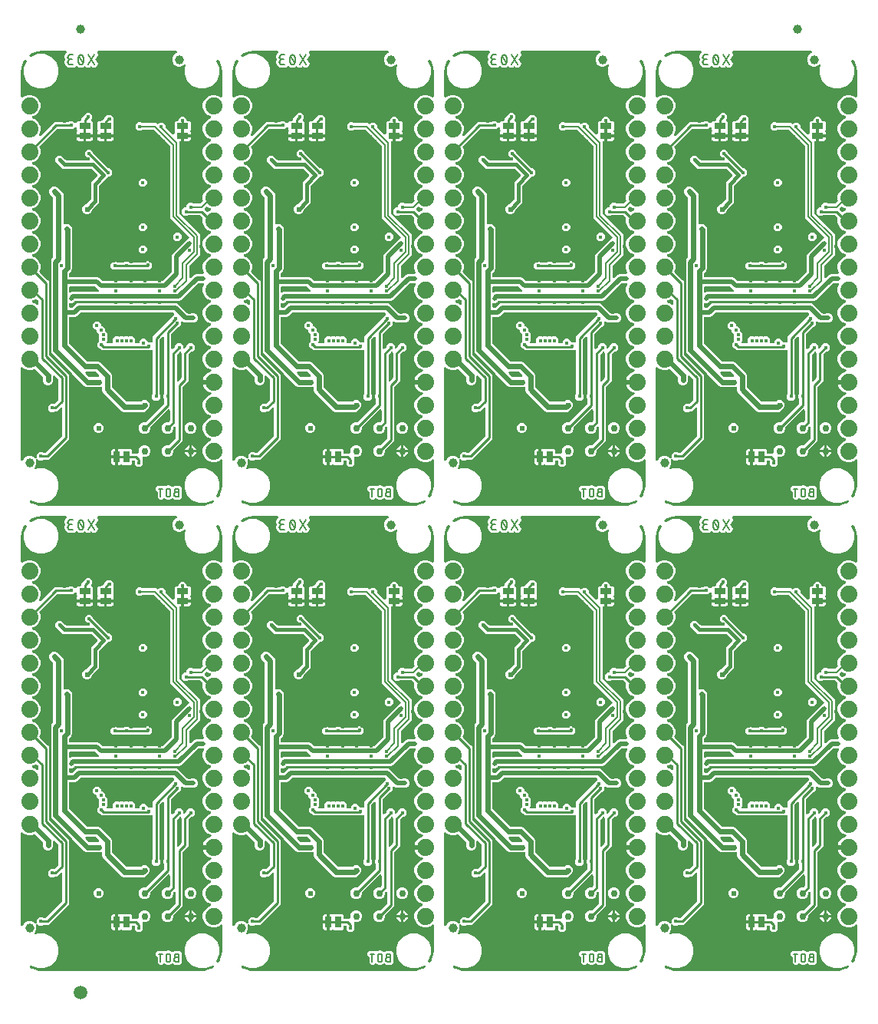
<source format=gbl>
G04 EAGLE Gerber RS-274X export*
G75*
%MOMM*%
%FSLAX34Y34*%
%LPD*%
%INBottom Copper*%
%IPPOS*%
%AMOC8*
5,1,8,0,0,1.08239X$1,22.5*%
G01*
%ADD10C,0.203200*%
%ADD11C,0.152400*%
%ADD12C,1.000000*%
%ADD13C,1.879600*%
%ADD14R,1.270000X0.660400*%
%ADD15R,0.660400X1.270000*%
%ADD16C,0.762000*%
%ADD17C,0.609600*%
%ADD18C,1.500000*%
%ADD19C,0.377800*%
%ADD20C,0.254000*%
%ADD21C,0.508000*%
%ADD22C,0.609600*%
%ADD23C,0.406400*%

G36*
X182931Y418420D02*
X182931Y418420D01*
X182927Y418443D01*
X182912Y418450D01*
X182906Y418459D01*
X182896Y418457D01*
X182880Y418464D01*
X180340Y418464D01*
X180321Y418452D01*
X180299Y418449D01*
X180292Y418433D01*
X180283Y418427D01*
X180284Y418417D01*
X180277Y418402D01*
X180277Y411798D01*
X180203Y411719D01*
X180183Y411684D01*
X180158Y411652D01*
X180107Y411545D01*
X180049Y411440D01*
X180039Y411401D01*
X180022Y411365D01*
X180000Y411248D01*
X179970Y411132D01*
X179966Y411072D01*
X179962Y411052D01*
X179964Y411032D01*
X179960Y410972D01*
X179960Y405510D01*
X179578Y405510D01*
X179460Y405495D01*
X179341Y405488D01*
X179303Y405475D01*
X179262Y405470D01*
X179152Y405427D01*
X179039Y405390D01*
X179004Y405368D01*
X178967Y405353D01*
X178870Y405283D01*
X178770Y405220D01*
X178742Y405190D01*
X178709Y405167D01*
X178633Y405075D01*
X178552Y404988D01*
X178532Y404953D01*
X178507Y404922D01*
X178456Y404814D01*
X178398Y404710D01*
X178388Y404670D01*
X178371Y404634D01*
X178349Y404517D01*
X178319Y404402D01*
X178315Y404342D01*
X178311Y404322D01*
X178313Y404301D01*
X178309Y404241D01*
X178309Y325312D01*
X178321Y325214D01*
X178324Y325114D01*
X178341Y325056D01*
X178349Y324996D01*
X178385Y324904D01*
X178413Y324809D01*
X178443Y324757D01*
X178466Y324700D01*
X178524Y324620D01*
X178574Y324535D01*
X178640Y324460D01*
X178652Y324443D01*
X178662Y324435D01*
X178680Y324414D01*
X200915Y302180D01*
X200915Y279613D01*
X189348Y268047D01*
X189288Y267969D01*
X189220Y267897D01*
X189191Y267844D01*
X189154Y267796D01*
X189114Y267705D01*
X189066Y267618D01*
X189051Y267560D01*
X189027Y267504D01*
X189012Y267406D01*
X188987Y267310D01*
X188981Y267210D01*
X188977Y267190D01*
X188979Y267178D01*
X188977Y267150D01*
X188977Y255741D01*
X188994Y255608D01*
X188999Y255520D01*
X189003Y255507D01*
X189007Y255465D01*
X189014Y255446D01*
X189017Y255426D01*
X189068Y255297D01*
X189115Y255166D01*
X189126Y255149D01*
X189134Y255130D01*
X189215Y255018D01*
X189293Y254902D01*
X189309Y254889D01*
X189320Y254873D01*
X189428Y254784D01*
X189532Y254692D01*
X189550Y254683D01*
X189565Y254670D01*
X189691Y254611D01*
X189815Y254547D01*
X189835Y254543D01*
X189853Y254534D01*
X189989Y254508D01*
X190125Y254478D01*
X190146Y254478D01*
X190165Y254475D01*
X190304Y254483D01*
X190443Y254487D01*
X190463Y254493D01*
X190483Y254494D01*
X190615Y254537D01*
X190749Y254576D01*
X190766Y254586D01*
X190785Y254592D01*
X190858Y254639D01*
X190872Y254644D01*
X190907Y254669D01*
X191023Y254737D01*
X191044Y254756D01*
X191054Y254762D01*
X191068Y254777D01*
X191125Y254828D01*
X191130Y254831D01*
X191132Y254834D01*
X191143Y254844D01*
X194607Y258307D01*
X196474Y259081D01*
X204234Y259081D01*
X204283Y259087D01*
X204333Y259085D01*
X204440Y259107D01*
X204550Y259121D01*
X204596Y259139D01*
X204644Y259149D01*
X204743Y259197D01*
X204845Y259238D01*
X204885Y259267D01*
X204930Y259289D01*
X205014Y259360D01*
X205103Y259424D01*
X205134Y259463D01*
X205172Y259495D01*
X205235Y259585D01*
X205305Y259669D01*
X205327Y259714D01*
X205355Y259755D01*
X205394Y259858D01*
X205441Y259957D01*
X205450Y260006D01*
X205468Y260052D01*
X205480Y260162D01*
X205501Y260269D01*
X205498Y260319D01*
X205503Y260368D01*
X205488Y260477D01*
X205481Y260587D01*
X205466Y260634D01*
X205459Y260683D01*
X205407Y260836D01*
X203961Y264325D01*
X203961Y269075D01*
X205779Y273463D01*
X209137Y276821D01*
X212532Y278227D01*
X212653Y278296D01*
X212776Y278361D01*
X212791Y278375D01*
X212808Y278385D01*
X212908Y278482D01*
X213011Y278575D01*
X213022Y278592D01*
X213037Y278606D01*
X213109Y278725D01*
X213186Y278841D01*
X213192Y278860D01*
X213203Y278877D01*
X213244Y279010D01*
X213289Y279142D01*
X213291Y279162D01*
X213297Y279181D01*
X213303Y279320D01*
X213314Y279459D01*
X213311Y279479D01*
X213312Y279499D01*
X213284Y279635D01*
X213260Y279772D01*
X213252Y279791D01*
X213248Y279810D01*
X213186Y279936D01*
X213129Y280062D01*
X213117Y280078D01*
X213108Y280096D01*
X213017Y280202D01*
X212931Y280310D01*
X212915Y280323D01*
X212901Y280338D01*
X212788Y280418D01*
X212677Y280502D01*
X212651Y280514D01*
X212641Y280521D01*
X212622Y280528D01*
X212532Y280573D01*
X209137Y281979D01*
X205779Y285337D01*
X203961Y289725D01*
X203961Y294475D01*
X205779Y298863D01*
X209137Y302221D01*
X212532Y303627D01*
X212653Y303696D01*
X212776Y303761D01*
X212791Y303775D01*
X212808Y303785D01*
X212908Y303882D01*
X213011Y303975D01*
X213022Y303992D01*
X213037Y304006D01*
X213109Y304125D01*
X213186Y304241D01*
X213192Y304260D01*
X213203Y304277D01*
X213244Y304410D01*
X213289Y304542D01*
X213291Y304562D01*
X213297Y304581D01*
X213303Y304720D01*
X213314Y304859D01*
X213311Y304879D01*
X213312Y304899D01*
X213284Y305035D01*
X213260Y305172D01*
X213252Y305191D01*
X213248Y305210D01*
X213186Y305336D01*
X213129Y305462D01*
X213117Y305478D01*
X213108Y305496D01*
X213017Y305602D01*
X212931Y305710D01*
X212915Y305723D01*
X212901Y305738D01*
X212788Y305818D01*
X212677Y305902D01*
X212651Y305914D01*
X212641Y305921D01*
X212622Y305928D01*
X212532Y305973D01*
X209137Y307379D01*
X205779Y310737D01*
X203961Y315125D01*
X203961Y319900D01*
X203979Y319980D01*
X204013Y320105D01*
X204014Y320134D01*
X204020Y320163D01*
X204016Y320293D01*
X204019Y320423D01*
X204012Y320452D01*
X204011Y320481D01*
X203975Y320606D01*
X203944Y320732D01*
X203931Y320758D01*
X203922Y320787D01*
X203857Y320898D01*
X203796Y321013D01*
X203776Y321035D01*
X203761Y321061D01*
X203654Y321181D01*
X201358Y323478D01*
X201280Y323538D01*
X201208Y323606D01*
X201155Y323635D01*
X201107Y323672D01*
X201016Y323712D01*
X200929Y323760D01*
X200871Y323775D01*
X200815Y323799D01*
X200717Y323814D01*
X200621Y323839D01*
X200521Y323845D01*
X200501Y323849D01*
X200489Y323847D01*
X200461Y323849D01*
X188400Y323849D01*
X188301Y323837D01*
X188202Y323834D01*
X188144Y323817D01*
X188084Y323809D01*
X187992Y323773D01*
X187897Y323745D01*
X187845Y323715D01*
X187788Y323692D01*
X187708Y323634D01*
X187623Y323584D01*
X187548Y323518D01*
X187531Y323506D01*
X187523Y323496D01*
X187502Y323478D01*
X187255Y323230D01*
X183585Y323230D01*
X180990Y325825D01*
X180990Y329495D01*
X183585Y332090D01*
X184801Y332090D01*
X184919Y332105D01*
X185038Y332112D01*
X185076Y332125D01*
X185117Y332130D01*
X185227Y332173D01*
X185340Y332210D01*
X185375Y332232D01*
X185412Y332247D01*
X185508Y332316D01*
X185609Y332380D01*
X185637Y332410D01*
X185670Y332433D01*
X185746Y332525D01*
X185827Y332612D01*
X185847Y332647D01*
X185872Y332678D01*
X185923Y332786D01*
X185981Y332890D01*
X185991Y332930D01*
X186008Y332966D01*
X186030Y333083D01*
X186060Y333198D01*
X186064Y333258D01*
X186068Y333278D01*
X186066Y333299D01*
X186070Y333359D01*
X186070Y334575D01*
X188665Y337170D01*
X192335Y337170D01*
X192836Y336668D01*
X192914Y336608D01*
X192986Y336540D01*
X193039Y336511D01*
X193087Y336474D01*
X193178Y336434D01*
X193265Y336386D01*
X193324Y336371D01*
X193379Y336347D01*
X193477Y336332D01*
X193573Y336307D01*
X193673Y336301D01*
X193693Y336297D01*
X193706Y336299D01*
X193734Y336297D01*
X200566Y336297D01*
X200664Y336309D01*
X200763Y336312D01*
X200821Y336329D01*
X200882Y336337D01*
X200974Y336373D01*
X201069Y336401D01*
X201121Y336431D01*
X201177Y336454D01*
X201257Y336512D01*
X201343Y336562D01*
X201418Y336628D01*
X201435Y336640D01*
X201442Y336650D01*
X201464Y336668D01*
X203760Y338965D01*
X203778Y338988D01*
X203800Y339007D01*
X203875Y339113D01*
X203955Y339216D01*
X203966Y339243D01*
X203983Y339267D01*
X204029Y339388D01*
X204081Y339508D01*
X204086Y339537D01*
X204096Y339565D01*
X204110Y339693D01*
X204131Y339822D01*
X204128Y339851D01*
X204131Y339881D01*
X204113Y340009D01*
X204101Y340138D01*
X204091Y340166D01*
X204087Y340195D01*
X204035Y340348D01*
X203961Y340525D01*
X203961Y345275D01*
X205779Y349663D01*
X209137Y353021D01*
X212532Y354427D01*
X212653Y354496D01*
X212776Y354561D01*
X212791Y354575D01*
X212808Y354585D01*
X212908Y354682D01*
X213011Y354775D01*
X213022Y354792D01*
X213037Y354806D01*
X213109Y354925D01*
X213186Y355041D01*
X213192Y355060D01*
X213203Y355077D01*
X213244Y355210D01*
X213289Y355342D01*
X213291Y355362D01*
X213297Y355381D01*
X213303Y355520D01*
X213314Y355659D01*
X213311Y355679D01*
X213312Y355699D01*
X213284Y355835D01*
X213260Y355972D01*
X213252Y355991D01*
X213248Y356010D01*
X213186Y356136D01*
X213129Y356262D01*
X213117Y356278D01*
X213108Y356296D01*
X213017Y356402D01*
X212931Y356510D01*
X212915Y356523D01*
X212901Y356538D01*
X212788Y356618D01*
X212677Y356702D01*
X212651Y356714D01*
X212641Y356721D01*
X212622Y356728D01*
X212532Y356773D01*
X209137Y358179D01*
X205779Y361537D01*
X203961Y365925D01*
X203961Y370675D01*
X205779Y375063D01*
X209137Y378421D01*
X212532Y379827D01*
X212653Y379896D01*
X212776Y379961D01*
X212791Y379975D01*
X212808Y379985D01*
X212908Y380082D01*
X213011Y380175D01*
X213022Y380192D01*
X213037Y380206D01*
X213109Y380325D01*
X213186Y380441D01*
X213192Y380460D01*
X213203Y380477D01*
X213244Y380610D01*
X213289Y380742D01*
X213291Y380762D01*
X213297Y380781D01*
X213303Y380920D01*
X213314Y381059D01*
X213311Y381079D01*
X213312Y381099D01*
X213284Y381235D01*
X213260Y381372D01*
X213252Y381391D01*
X213248Y381410D01*
X213186Y381536D01*
X213129Y381662D01*
X213117Y381678D01*
X213108Y381696D01*
X213017Y381802D01*
X212931Y381910D01*
X212915Y381923D01*
X212901Y381938D01*
X212788Y382018D01*
X212677Y382102D01*
X212651Y382114D01*
X212641Y382121D01*
X212622Y382128D01*
X212532Y382173D01*
X209137Y383579D01*
X205779Y386937D01*
X203961Y391325D01*
X203961Y396075D01*
X205779Y400463D01*
X209137Y403821D01*
X212532Y405227D01*
X212653Y405296D01*
X212776Y405361D01*
X212791Y405375D01*
X212808Y405385D01*
X212908Y405482D01*
X213011Y405575D01*
X213022Y405592D01*
X213037Y405606D01*
X213109Y405725D01*
X213186Y405841D01*
X213192Y405860D01*
X213203Y405877D01*
X213244Y406010D01*
X213289Y406142D01*
X213291Y406162D01*
X213297Y406181D01*
X213303Y406320D01*
X213314Y406459D01*
X213311Y406479D01*
X213312Y406499D01*
X213284Y406635D01*
X213260Y406772D01*
X213252Y406791D01*
X213248Y406810D01*
X213186Y406936D01*
X213129Y407062D01*
X213117Y407078D01*
X213108Y407096D01*
X213017Y407202D01*
X212931Y407310D01*
X212915Y407323D01*
X212901Y407338D01*
X212788Y407418D01*
X212677Y407502D01*
X212651Y407514D01*
X212641Y407521D01*
X212622Y407528D01*
X212532Y407573D01*
X209137Y408979D01*
X205779Y412337D01*
X203961Y416725D01*
X203961Y421475D01*
X205779Y425863D01*
X209137Y429221D01*
X212532Y430627D01*
X212653Y430696D01*
X212776Y430761D01*
X212791Y430775D01*
X212808Y430785D01*
X212908Y430882D01*
X213011Y430975D01*
X213022Y430992D01*
X213037Y431006D01*
X213109Y431124D01*
X213186Y431241D01*
X213192Y431260D01*
X213203Y431277D01*
X213244Y431410D01*
X213289Y431542D01*
X213291Y431562D01*
X213297Y431581D01*
X213303Y431720D01*
X213314Y431859D01*
X213311Y431879D01*
X213312Y431899D01*
X213284Y432035D01*
X213260Y432172D01*
X213252Y432191D01*
X213248Y432210D01*
X213186Y432336D01*
X213129Y432462D01*
X213117Y432478D01*
X213108Y432496D01*
X213017Y432602D01*
X212931Y432710D01*
X212915Y432723D01*
X212901Y432738D01*
X212788Y432818D01*
X212677Y432902D01*
X212651Y432914D01*
X212641Y432921D01*
X212622Y432928D01*
X212532Y432973D01*
X209137Y434379D01*
X205779Y437737D01*
X203961Y442125D01*
X203961Y446875D01*
X205779Y451263D01*
X209137Y454621D01*
X213525Y456439D01*
X218275Y456439D01*
X222663Y454621D01*
X223258Y454026D01*
X223367Y453941D01*
X223474Y453853D01*
X223493Y453844D01*
X223509Y453831D01*
X223637Y453776D01*
X223762Y453717D01*
X223782Y453713D01*
X223801Y453705D01*
X223939Y453683D01*
X224075Y453657D01*
X224095Y453658D01*
X224115Y453655D01*
X224254Y453668D01*
X224392Y453677D01*
X224411Y453683D01*
X224431Y453685D01*
X224562Y453732D01*
X224694Y453775D01*
X224712Y453786D01*
X224731Y453793D01*
X224845Y453871D01*
X224963Y453945D01*
X224977Y453960D01*
X224994Y453971D01*
X225086Y454075D01*
X225181Y454177D01*
X225191Y454195D01*
X225204Y454210D01*
X225267Y454333D01*
X225335Y454455D01*
X225340Y454475D01*
X225349Y454493D01*
X225379Y454629D01*
X225414Y454763D01*
X225416Y454791D01*
X225419Y454803D01*
X225418Y454824D01*
X225424Y454924D01*
X225424Y482600D01*
X225422Y482622D01*
X225420Y482700D01*
X225162Y485978D01*
X225148Y486045D01*
X225144Y486114D01*
X225104Y486270D01*
X223078Y492506D01*
X223028Y492613D01*
X222984Y492723D01*
X222952Y492775D01*
X222943Y492793D01*
X222930Y492809D01*
X222898Y492859D01*
X221462Y494836D01*
X221455Y494844D01*
X221450Y494852D01*
X221346Y494959D01*
X221244Y495068D01*
X221235Y495074D01*
X221229Y495081D01*
X221101Y495159D01*
X220975Y495239D01*
X220966Y495242D01*
X220957Y495247D01*
X220815Y495291D01*
X220673Y495337D01*
X220663Y495338D01*
X220653Y495341D01*
X220505Y495348D01*
X220356Y495357D01*
X220346Y495355D01*
X220336Y495356D01*
X220190Y495326D01*
X220043Y495298D01*
X220034Y495293D01*
X220024Y495291D01*
X219889Y495225D01*
X219755Y495162D01*
X219748Y495156D01*
X219739Y495152D01*
X219625Y495055D01*
X219510Y494960D01*
X219504Y494952D01*
X219497Y494945D01*
X219411Y494823D01*
X219323Y494703D01*
X219319Y494693D01*
X219314Y494685D01*
X219260Y494545D01*
X219206Y494407D01*
X219204Y494397D01*
X219201Y494388D01*
X219184Y494239D01*
X219165Y494092D01*
X219167Y494082D01*
X219166Y494072D01*
X219186Y493924D01*
X219205Y493776D01*
X219209Y493767D01*
X219210Y493757D01*
X219262Y493605D01*
X222251Y486389D01*
X222251Y478811D01*
X219350Y471809D01*
X213991Y466450D01*
X206989Y463549D01*
X199411Y463549D01*
X192409Y466450D01*
X187050Y471809D01*
X184149Y478811D01*
X184149Y486389D01*
X184957Y488340D01*
X184975Y488407D01*
X185003Y488471D01*
X185017Y488560D01*
X185041Y488646D01*
X185042Y488716D01*
X185053Y488785D01*
X185045Y488874D01*
X185046Y488964D01*
X185030Y489032D01*
X185023Y489102D01*
X184993Y489186D01*
X184972Y489273D01*
X184939Y489335D01*
X184916Y489401D01*
X184865Y489475D01*
X184823Y489555D01*
X184776Y489606D01*
X184737Y489664D01*
X184670Y489723D01*
X184609Y489790D01*
X184551Y489828D01*
X184499Y489874D01*
X184419Y489915D01*
X184344Y489965D01*
X184277Y489987D01*
X184215Y490019D01*
X184128Y490039D01*
X184043Y490068D01*
X183973Y490073D01*
X183905Y490089D01*
X183815Y490086D01*
X183726Y490093D01*
X183657Y490081D01*
X183587Y490079D01*
X183501Y490054D01*
X183412Y490039D01*
X183349Y490010D01*
X183282Y489991D01*
X183204Y489945D01*
X183122Y489908D01*
X183068Y489865D01*
X183008Y489829D01*
X182887Y489723D01*
X182071Y488907D01*
X179300Y487759D01*
X176300Y487759D01*
X173529Y488907D01*
X171407Y491029D01*
X170259Y493800D01*
X170259Y496800D01*
X171407Y499571D01*
X173529Y501693D01*
X175194Y502382D01*
X175254Y502417D01*
X175319Y502443D01*
X175392Y502495D01*
X175470Y502540D01*
X175520Y502588D01*
X175576Y502629D01*
X175634Y502699D01*
X175698Y502761D01*
X175735Y502821D01*
X175779Y502874D01*
X175818Y502956D01*
X175864Y503032D01*
X175885Y503099D01*
X175915Y503162D01*
X175932Y503250D01*
X175958Y503336D01*
X175961Y503406D01*
X175975Y503475D01*
X175969Y503564D01*
X175973Y503654D01*
X175959Y503722D01*
X175955Y503792D01*
X175927Y503877D01*
X175909Y503965D01*
X175878Y504028D01*
X175857Y504094D01*
X175809Y504170D01*
X175769Y504251D01*
X175724Y504304D01*
X175687Y504363D01*
X175621Y504425D01*
X175563Y504493D01*
X175506Y504533D01*
X175455Y504581D01*
X175376Y504624D01*
X175303Y504676D01*
X175238Y504701D01*
X175176Y504735D01*
X175090Y504757D01*
X175005Y504789D01*
X174936Y504797D01*
X174869Y504814D01*
X174708Y504824D01*
X88689Y504824D01*
X88584Y504811D01*
X88478Y504807D01*
X88427Y504791D01*
X88373Y504784D01*
X88275Y504745D01*
X88173Y504715D01*
X88127Y504687D01*
X88078Y504667D01*
X87992Y504605D01*
X87901Y504550D01*
X87864Y504512D01*
X87820Y504481D01*
X87753Y504399D01*
X87679Y504323D01*
X87652Y504277D01*
X87618Y504236D01*
X87572Y504140D01*
X87519Y504048D01*
X87505Y503996D01*
X87482Y503948D01*
X87462Y503844D01*
X87433Y503742D01*
X87432Y503688D01*
X87422Y503636D01*
X87429Y503530D01*
X87426Y503424D01*
X87439Y503372D01*
X87442Y503318D01*
X87475Y503217D01*
X87499Y503114D01*
X87503Y503106D01*
X88147Y499887D01*
X85558Y496004D01*
X85546Y495979D01*
X85528Y495957D01*
X85475Y495837D01*
X85416Y495719D01*
X85411Y495692D01*
X85399Y495666D01*
X85377Y495536D01*
X85350Y495408D01*
X85351Y495380D01*
X85346Y495352D01*
X85357Y495222D01*
X85363Y495091D01*
X85371Y495064D01*
X85373Y495036D01*
X85416Y494912D01*
X85454Y494786D01*
X85468Y494762D01*
X85478Y494735D01*
X85558Y494596D01*
X88147Y490713D01*
X87569Y487824D01*
X85117Y486189D01*
X82228Y486767D01*
X81870Y487304D01*
X81837Y487342D01*
X81811Y487386D01*
X81733Y487462D01*
X81662Y487544D01*
X81620Y487573D01*
X81584Y487609D01*
X81490Y487664D01*
X81401Y487725D01*
X81353Y487743D01*
X81309Y487769D01*
X81204Y487798D01*
X81103Y487836D01*
X81052Y487841D01*
X81003Y487855D01*
X80894Y487858D01*
X80786Y487869D01*
X80736Y487861D01*
X80685Y487862D01*
X80579Y487838D01*
X80472Y487822D01*
X80425Y487802D01*
X80375Y487791D01*
X80279Y487741D01*
X80179Y487698D01*
X80138Y487668D01*
X80093Y487644D01*
X80012Y487572D01*
X79926Y487506D01*
X79894Y487466D01*
X79856Y487432D01*
X79758Y487304D01*
X79400Y486767D01*
X76511Y486189D01*
X74348Y487632D01*
X74304Y487654D01*
X74265Y487682D01*
X74162Y487724D01*
X74063Y487774D01*
X74015Y487784D01*
X73970Y487802D01*
X73860Y487817D01*
X73752Y487840D01*
X73703Y487838D01*
X73655Y487845D01*
X73545Y487832D01*
X73434Y487828D01*
X73388Y487814D01*
X73339Y487808D01*
X73236Y487768D01*
X73130Y487736D01*
X73088Y487711D01*
X73042Y487694D01*
X72906Y487609D01*
X71227Y486409D01*
X67542Y486409D01*
X65412Y487931D01*
X65399Y487937D01*
X65388Y487947D01*
X65260Y488013D01*
X65132Y488082D01*
X65118Y488085D01*
X65105Y488092D01*
X64964Y488123D01*
X64823Y488158D01*
X64809Y488158D01*
X64795Y488161D01*
X64650Y488157D01*
X64505Y488156D01*
X64492Y488152D01*
X64477Y488152D01*
X64338Y488111D01*
X64198Y488074D01*
X64185Y488067D01*
X64172Y488063D01*
X64047Y487990D01*
X63921Y487919D01*
X63910Y487909D01*
X63898Y487902D01*
X63777Y487795D01*
X62391Y486409D01*
X55836Y486409D01*
X52408Y488900D01*
X51099Y492929D01*
X51853Y495251D01*
X51882Y495402D01*
X51913Y495562D01*
X51913Y495563D01*
X51903Y495719D01*
X51893Y495879D01*
X51893Y495880D01*
X51893Y495881D01*
X51892Y495882D01*
X51853Y496035D01*
X51129Y498263D01*
X52319Y501927D01*
X53147Y502528D01*
X53205Y502583D01*
X53270Y502629D01*
X53321Y502691D01*
X53379Y502746D01*
X53422Y502813D01*
X53473Y502874D01*
X53507Y502947D01*
X53550Y503014D01*
X53574Y503090D01*
X53608Y503162D01*
X53623Y503241D01*
X53648Y503317D01*
X53653Y503396D01*
X53668Y503475D01*
X53663Y503554D01*
X53668Y503634D01*
X53653Y503712D01*
X53648Y503792D01*
X53624Y503868D01*
X53609Y503947D01*
X53575Y504019D01*
X53550Y504094D01*
X53507Y504162D01*
X53473Y504234D01*
X53423Y504296D01*
X53380Y504363D01*
X53322Y504418D01*
X53271Y504480D01*
X53207Y504526D01*
X53149Y504581D01*
X53078Y504620D01*
X53014Y504667D01*
X52940Y504696D01*
X52870Y504735D01*
X52793Y504755D01*
X52718Y504784D01*
X52639Y504794D01*
X52562Y504814D01*
X52404Y504824D01*
X52403Y504824D01*
X52402Y504824D01*
X52401Y504824D01*
X25400Y504824D01*
X25378Y504822D01*
X25300Y504820D01*
X22022Y504562D01*
X21955Y504548D01*
X21886Y504544D01*
X21730Y504504D01*
X15494Y502478D01*
X15387Y502428D01*
X15277Y502384D01*
X15225Y502352D01*
X15207Y502343D01*
X15191Y502330D01*
X15141Y502298D01*
X13164Y500862D01*
X13156Y500855D01*
X13148Y500850D01*
X13041Y500746D01*
X12932Y500644D01*
X12926Y500635D01*
X12919Y500629D01*
X12841Y500501D01*
X12761Y500375D01*
X12758Y500366D01*
X12753Y500357D01*
X12709Y500215D01*
X12663Y500073D01*
X12662Y500063D01*
X12659Y500053D01*
X12652Y499905D01*
X12643Y499756D01*
X12645Y499746D01*
X12644Y499736D01*
X12674Y499590D01*
X12702Y499443D01*
X12707Y499434D01*
X12709Y499424D01*
X12775Y499289D01*
X12838Y499155D01*
X12844Y499148D01*
X12848Y499139D01*
X12945Y499025D01*
X13040Y498910D01*
X13048Y498904D01*
X13055Y498897D01*
X13177Y498811D01*
X13297Y498723D01*
X13307Y498719D01*
X13315Y498714D01*
X13455Y498660D01*
X13593Y498606D01*
X13603Y498604D01*
X13612Y498601D01*
X13761Y498584D01*
X13908Y498565D01*
X13918Y498567D01*
X13928Y498566D01*
X14076Y498586D01*
X14224Y498605D01*
X14233Y498609D01*
X14243Y498610D01*
X14395Y498662D01*
X21611Y501651D01*
X29189Y501651D01*
X36191Y498750D01*
X41550Y493391D01*
X44451Y486389D01*
X44451Y478811D01*
X41550Y471809D01*
X36191Y466450D01*
X29189Y463549D01*
X21611Y463549D01*
X14609Y466450D01*
X9250Y471809D01*
X6349Y478811D01*
X6349Y486389D01*
X9338Y493605D01*
X9341Y493614D01*
X9345Y493623D01*
X9383Y493768D01*
X9422Y493911D01*
X9422Y493921D01*
X9424Y493931D01*
X9425Y494080D01*
X9427Y494229D01*
X9425Y494239D01*
X9425Y494249D01*
X9388Y494392D01*
X9353Y494539D01*
X9348Y494547D01*
X9346Y494557D01*
X9274Y494688D01*
X9204Y494820D01*
X9197Y494827D01*
X9193Y494836D01*
X9090Y494945D01*
X8990Y495055D01*
X8982Y495061D01*
X8975Y495068D01*
X8849Y495148D01*
X8724Y495230D01*
X8715Y495233D01*
X8707Y495238D01*
X8565Y495284D01*
X8424Y495333D01*
X8414Y495334D01*
X8404Y495337D01*
X8256Y495346D01*
X8107Y495358D01*
X8097Y495356D01*
X8087Y495357D01*
X7941Y495330D01*
X7793Y495304D01*
X7784Y495300D01*
X7774Y495298D01*
X7640Y495235D01*
X7503Y495173D01*
X7495Y495167D01*
X7486Y495163D01*
X7371Y495068D01*
X7255Y494975D01*
X7249Y494967D01*
X7241Y494960D01*
X7138Y494836D01*
X5702Y492859D01*
X5645Y492755D01*
X5581Y492655D01*
X5559Y492599D01*
X5549Y492581D01*
X5544Y492561D01*
X5522Y492506D01*
X3496Y486270D01*
X3483Y486202D01*
X3460Y486137D01*
X3438Y485978D01*
X3180Y482700D01*
X3181Y482678D01*
X3176Y482600D01*
X3176Y454924D01*
X3193Y454786D01*
X3206Y454648D01*
X3213Y454629D01*
X3216Y454608D01*
X3267Y454479D01*
X3314Y454348D01*
X3325Y454331D01*
X3333Y454313D01*
X3414Y454200D01*
X3492Y454085D01*
X3508Y454072D01*
X3519Y454055D01*
X3627Y453967D01*
X3731Y453875D01*
X3749Y453865D01*
X3764Y453853D01*
X3890Y453793D01*
X4014Y453730D01*
X4034Y453726D01*
X4052Y453717D01*
X4189Y453691D01*
X4324Y453660D01*
X4345Y453661D01*
X4364Y453657D01*
X4503Y453666D01*
X4642Y453670D01*
X4662Y453676D01*
X4682Y453677D01*
X4814Y453720D01*
X4948Y453758D01*
X4965Y453769D01*
X4984Y453775D01*
X5102Y453849D01*
X5222Y453920D01*
X5243Y453939D01*
X5253Y453945D01*
X5267Y453960D01*
X5342Y454026D01*
X5937Y454621D01*
X10325Y456439D01*
X15075Y456439D01*
X19463Y454621D01*
X22821Y451263D01*
X24639Y446875D01*
X24639Y442125D01*
X22821Y437737D01*
X19463Y434379D01*
X16068Y432973D01*
X15947Y432904D01*
X15824Y432839D01*
X15809Y432825D01*
X15792Y432815D01*
X15692Y432718D01*
X15589Y432625D01*
X15578Y432608D01*
X15563Y432594D01*
X15491Y432475D01*
X15414Y432359D01*
X15408Y432340D01*
X15397Y432323D01*
X15356Y432190D01*
X15311Y432058D01*
X15309Y432038D01*
X15303Y432019D01*
X15297Y431880D01*
X15286Y431741D01*
X15289Y431721D01*
X15288Y431701D01*
X15316Y431565D01*
X15340Y431428D01*
X15348Y431409D01*
X15352Y431390D01*
X15414Y431264D01*
X15471Y431138D01*
X15483Y431122D01*
X15492Y431104D01*
X15583Y430998D01*
X15669Y430890D01*
X15685Y430877D01*
X15699Y430862D01*
X15812Y430782D01*
X15923Y430698D01*
X15949Y430686D01*
X15959Y430679D01*
X15978Y430672D01*
X16068Y430627D01*
X19463Y429221D01*
X22821Y425863D01*
X24639Y421475D01*
X24639Y416725D01*
X23052Y412894D01*
X23034Y412827D01*
X23006Y412763D01*
X22992Y412674D01*
X22968Y412588D01*
X22967Y412518D01*
X22956Y412449D01*
X22964Y412360D01*
X22963Y412270D01*
X22979Y412202D01*
X22986Y412132D01*
X23016Y412048D01*
X23037Y411960D01*
X23070Y411899D01*
X23093Y411833D01*
X23144Y411759D01*
X23186Y411679D01*
X23233Y411628D01*
X23272Y411570D01*
X23339Y411510D01*
X23400Y411444D01*
X23458Y411406D01*
X23510Y411360D01*
X23590Y411319D01*
X23665Y411269D01*
X23732Y411247D01*
X23794Y411215D01*
X23881Y411195D01*
X23966Y411166D01*
X24036Y411161D01*
X24104Y411145D01*
X24194Y411148D01*
X24283Y411141D01*
X24352Y411153D01*
X24422Y411155D01*
X24508Y411180D01*
X24597Y411195D01*
X24660Y411224D01*
X24727Y411243D01*
X24805Y411289D01*
X24887Y411326D01*
X24941Y411369D01*
X25001Y411405D01*
X25122Y411511D01*
X37728Y424117D01*
X40332Y426721D01*
X56075Y426721D01*
X56174Y426733D01*
X56273Y426736D01*
X56331Y426753D01*
X56391Y426761D01*
X56483Y426797D01*
X56578Y426825D01*
X56630Y426855D01*
X56687Y426878D01*
X56767Y426936D01*
X56852Y426986D01*
X56927Y427052D01*
X56944Y427064D01*
X56952Y427074D01*
X56973Y427093D01*
X57220Y427340D01*
X60890Y427340D01*
X62603Y425627D01*
X62712Y425542D01*
X62819Y425453D01*
X62838Y425445D01*
X62854Y425432D01*
X62982Y425377D01*
X63107Y425318D01*
X63127Y425314D01*
X63146Y425306D01*
X63284Y425284D01*
X63420Y425258D01*
X63440Y425259D01*
X63460Y425256D01*
X63599Y425269D01*
X63737Y425278D01*
X63756Y425284D01*
X63776Y425286D01*
X63908Y425333D01*
X64039Y425376D01*
X64057Y425386D01*
X64076Y425393D01*
X64191Y425471D01*
X64308Y425546D01*
X64322Y425561D01*
X64339Y425572D01*
X64431Y425676D01*
X64526Y425777D01*
X64536Y425795D01*
X64549Y425810D01*
X64613Y425934D01*
X64650Y426002D01*
X66258Y427610D01*
X68580Y427610D01*
X68698Y427625D01*
X68817Y427632D01*
X68855Y427645D01*
X68896Y427650D01*
X69006Y427693D01*
X69119Y427730D01*
X69154Y427752D01*
X69191Y427767D01*
X69287Y427836D01*
X69388Y427900D01*
X69416Y427930D01*
X69449Y427953D01*
X69525Y428045D01*
X69606Y428132D01*
X69626Y428167D01*
X69651Y428198D01*
X69702Y428306D01*
X69760Y428410D01*
X69770Y428450D01*
X69787Y428486D01*
X69809Y428603D01*
X69839Y428718D01*
X69843Y428778D01*
X69847Y428798D01*
X69845Y428819D01*
X69849Y428879D01*
X69849Y430203D01*
X72669Y433023D01*
X72729Y433101D01*
X72797Y433173D01*
X72826Y433226D01*
X72863Y433274D01*
X72903Y433365D01*
X72951Y433452D01*
X72966Y433510D01*
X72990Y433566D01*
X73005Y433664D01*
X73030Y433760D01*
X73036Y433860D01*
X73040Y433880D01*
X73038Y433892D01*
X73040Y433920D01*
X73040Y434270D01*
X75635Y436865D01*
X79305Y436865D01*
X81900Y434270D01*
X81900Y430600D01*
X80883Y429584D01*
X80810Y429490D01*
X80732Y429400D01*
X80713Y429364D01*
X80688Y429333D01*
X80641Y429223D01*
X80587Y429117D01*
X80578Y429078D01*
X80562Y429041D01*
X80543Y428923D01*
X80517Y428807D01*
X80519Y428767D01*
X80512Y428727D01*
X80523Y428608D01*
X80527Y428489D01*
X80538Y428450D01*
X80542Y428410D01*
X80582Y428298D01*
X80615Y428184D01*
X80636Y428149D01*
X80650Y428111D01*
X80716Y428012D01*
X80777Y427910D01*
X80817Y427864D01*
X80828Y427848D01*
X80843Y427834D01*
X80883Y427789D01*
X82551Y426121D01*
X82551Y417413D01*
X82479Y417341D01*
X82410Y417252D01*
X82335Y417169D01*
X82313Y417127D01*
X82284Y417090D01*
X82240Y416987D01*
X82187Y416887D01*
X82177Y416841D01*
X82158Y416798D01*
X82140Y416687D01*
X82115Y416578D01*
X82116Y416530D01*
X82108Y416484D01*
X82119Y416372D01*
X82121Y416260D01*
X82133Y416214D01*
X82138Y416167D01*
X82176Y416061D01*
X82206Y415953D01*
X82238Y415888D01*
X82246Y415868D01*
X82256Y415853D01*
X82278Y415809D01*
X82378Y415636D01*
X82551Y414989D01*
X82551Y413003D01*
X74993Y413003D01*
X74993Y418402D01*
X74981Y418420D01*
X74977Y418443D01*
X74962Y418450D01*
X74956Y418459D01*
X74946Y418457D01*
X74930Y418464D01*
X72390Y418464D01*
X72371Y418452D01*
X72349Y418449D01*
X72342Y418433D01*
X72333Y418427D01*
X72334Y418417D01*
X72327Y418402D01*
X72327Y413003D01*
X64769Y413003D01*
X64769Y414989D01*
X64942Y415636D01*
X65042Y415809D01*
X65086Y415912D01*
X65137Y416013D01*
X65147Y416059D01*
X65166Y416102D01*
X65182Y416213D01*
X65207Y416323D01*
X65205Y416370D01*
X65212Y416417D01*
X65200Y416529D01*
X65197Y416641D01*
X65184Y416686D01*
X65179Y416733D01*
X65140Y416838D01*
X65109Y416946D01*
X65085Y416987D01*
X65068Y417031D01*
X65004Y417123D01*
X64947Y417220D01*
X64899Y417275D01*
X64887Y417292D01*
X64873Y417304D01*
X64841Y417341D01*
X64769Y417413D01*
X64769Y419295D01*
X64752Y419433D01*
X64739Y419572D01*
X64732Y419591D01*
X64729Y419611D01*
X64678Y419740D01*
X64631Y419871D01*
X64620Y419888D01*
X64612Y419907D01*
X64531Y420019D01*
X64453Y420134D01*
X64437Y420148D01*
X64426Y420164D01*
X64318Y420253D01*
X64214Y420345D01*
X64196Y420354D01*
X64181Y420367D01*
X64055Y420426D01*
X63931Y420489D01*
X63911Y420494D01*
X63893Y420502D01*
X63757Y420528D01*
X63621Y420559D01*
X63600Y420558D01*
X63581Y420562D01*
X63442Y420554D01*
X63303Y420549D01*
X63283Y420544D01*
X63263Y420542D01*
X63131Y420500D01*
X62997Y420461D01*
X62980Y420451D01*
X62961Y420444D01*
X62843Y420370D01*
X62723Y420299D01*
X62702Y420281D01*
X62692Y420274D01*
X62678Y420259D01*
X62603Y420193D01*
X60890Y418480D01*
X57220Y418480D01*
X56973Y418727D01*
X56895Y418788D01*
X56823Y418856D01*
X56770Y418885D01*
X56722Y418922D01*
X56631Y418962D01*
X56544Y419010D01*
X56486Y419025D01*
X56430Y419049D01*
X56332Y419064D01*
X56236Y419089D01*
X56136Y419095D01*
X56116Y419099D01*
X56103Y419097D01*
X56075Y419099D01*
X44014Y419099D01*
X43916Y419087D01*
X43817Y419084D01*
X43759Y419067D01*
X43699Y419059D01*
X43607Y419023D01*
X43511Y418995D01*
X43459Y418965D01*
X43403Y418942D01*
X43323Y418884D01*
X43238Y418834D01*
X43162Y418768D01*
X43146Y418756D01*
X43138Y418746D01*
X43117Y418728D01*
X24016Y399626D01*
X23998Y399603D01*
X23975Y399584D01*
X23900Y399478D01*
X23821Y399375D01*
X23809Y399348D01*
X23792Y399324D01*
X23746Y399203D01*
X23694Y399083D01*
X23690Y399054D01*
X23679Y399027D01*
X23665Y398898D01*
X23645Y398769D01*
X23647Y398740D01*
X23644Y398711D01*
X23662Y398582D01*
X23674Y398453D01*
X23684Y398425D01*
X23688Y398396D01*
X23741Y398243D01*
X24639Y396075D01*
X24639Y391325D01*
X22821Y386937D01*
X19463Y383579D01*
X16068Y382173D01*
X15947Y382104D01*
X15824Y382039D01*
X15809Y382025D01*
X15792Y382015D01*
X15692Y381918D01*
X15589Y381825D01*
X15578Y381808D01*
X15563Y381794D01*
X15491Y381675D01*
X15414Y381559D01*
X15408Y381540D01*
X15397Y381523D01*
X15356Y381390D01*
X15311Y381258D01*
X15309Y381238D01*
X15303Y381219D01*
X15297Y381080D01*
X15286Y380941D01*
X15289Y380921D01*
X15288Y380901D01*
X15316Y380765D01*
X15340Y380628D01*
X15348Y380609D01*
X15352Y380590D01*
X15414Y380464D01*
X15471Y380338D01*
X15483Y380322D01*
X15492Y380304D01*
X15583Y380198D01*
X15669Y380090D01*
X15685Y380077D01*
X15699Y380062D01*
X15812Y379982D01*
X15923Y379898D01*
X15949Y379886D01*
X15959Y379879D01*
X15978Y379872D01*
X16068Y379827D01*
X19463Y378421D01*
X22821Y375063D01*
X24639Y370675D01*
X24639Y365925D01*
X22821Y361537D01*
X19463Y358179D01*
X16068Y356773D01*
X15947Y356704D01*
X15824Y356639D01*
X15809Y356625D01*
X15792Y356615D01*
X15692Y356518D01*
X15589Y356425D01*
X15578Y356408D01*
X15563Y356394D01*
X15491Y356275D01*
X15414Y356159D01*
X15408Y356140D01*
X15397Y356123D01*
X15356Y355990D01*
X15311Y355858D01*
X15309Y355838D01*
X15303Y355819D01*
X15297Y355680D01*
X15286Y355541D01*
X15289Y355521D01*
X15288Y355501D01*
X15316Y355365D01*
X15340Y355228D01*
X15348Y355209D01*
X15352Y355190D01*
X15414Y355064D01*
X15471Y354938D01*
X15483Y354922D01*
X15492Y354904D01*
X15583Y354798D01*
X15669Y354690D01*
X15685Y354677D01*
X15699Y354662D01*
X15812Y354582D01*
X15923Y354498D01*
X15949Y354486D01*
X15959Y354479D01*
X15978Y354472D01*
X16068Y354427D01*
X19463Y353021D01*
X22821Y349663D01*
X24639Y345275D01*
X24639Y340525D01*
X22821Y336137D01*
X19463Y332779D01*
X16068Y331373D01*
X15947Y331304D01*
X15824Y331239D01*
X15809Y331225D01*
X15792Y331215D01*
X15692Y331118D01*
X15589Y331025D01*
X15578Y331008D01*
X15563Y330994D01*
X15491Y330876D01*
X15414Y330759D01*
X15408Y330740D01*
X15397Y330723D01*
X15356Y330590D01*
X15311Y330458D01*
X15309Y330438D01*
X15303Y330419D01*
X15297Y330280D01*
X15286Y330141D01*
X15289Y330121D01*
X15288Y330101D01*
X15316Y329965D01*
X15340Y329828D01*
X15348Y329809D01*
X15352Y329790D01*
X15414Y329665D01*
X15471Y329538D01*
X15483Y329522D01*
X15492Y329504D01*
X15583Y329398D01*
X15669Y329290D01*
X15685Y329277D01*
X15699Y329262D01*
X15812Y329182D01*
X15923Y329098D01*
X15949Y329086D01*
X15959Y329079D01*
X15978Y329072D01*
X16068Y329027D01*
X19463Y327621D01*
X22821Y324263D01*
X24639Y319875D01*
X24639Y315125D01*
X22821Y310737D01*
X19463Y307379D01*
X16068Y305973D01*
X15947Y305904D01*
X15824Y305839D01*
X15809Y305825D01*
X15792Y305815D01*
X15692Y305718D01*
X15589Y305625D01*
X15578Y305608D01*
X15563Y305594D01*
X15490Y305475D01*
X15414Y305359D01*
X15408Y305340D01*
X15397Y305323D01*
X15356Y305190D01*
X15311Y305058D01*
X15309Y305038D01*
X15303Y305019D01*
X15297Y304880D01*
X15286Y304741D01*
X15289Y304721D01*
X15288Y304701D01*
X15316Y304565D01*
X15340Y304428D01*
X15348Y304409D01*
X15353Y304390D01*
X15414Y304264D01*
X15471Y304138D01*
X15483Y304122D01*
X15492Y304104D01*
X15583Y303998D01*
X15669Y303890D01*
X15685Y303877D01*
X15699Y303862D01*
X15812Y303782D01*
X15923Y303698D01*
X15949Y303686D01*
X15959Y303679D01*
X15978Y303672D01*
X16068Y303627D01*
X19463Y302221D01*
X22821Y298863D01*
X24639Y294475D01*
X24639Y289725D01*
X22821Y285337D01*
X19463Y281979D01*
X16068Y280573D01*
X15947Y280504D01*
X15824Y280439D01*
X15809Y280425D01*
X15792Y280415D01*
X15692Y280318D01*
X15589Y280225D01*
X15578Y280208D01*
X15563Y280194D01*
X15490Y280075D01*
X15414Y279959D01*
X15408Y279940D01*
X15397Y279923D01*
X15356Y279790D01*
X15311Y279658D01*
X15309Y279638D01*
X15303Y279619D01*
X15297Y279480D01*
X15286Y279341D01*
X15289Y279321D01*
X15288Y279301D01*
X15316Y279165D01*
X15340Y279028D01*
X15348Y279009D01*
X15353Y278990D01*
X15414Y278864D01*
X15471Y278738D01*
X15483Y278722D01*
X15492Y278704D01*
X15583Y278598D01*
X15669Y278490D01*
X15685Y278477D01*
X15699Y278462D01*
X15812Y278382D01*
X15923Y278298D01*
X15949Y278286D01*
X15959Y278279D01*
X15978Y278272D01*
X16068Y278227D01*
X19463Y276821D01*
X22821Y273463D01*
X24639Y269075D01*
X24639Y264325D01*
X23741Y262157D01*
X23733Y262128D01*
X23719Y262102D01*
X23691Y261975D01*
X23657Y261850D01*
X23656Y261820D01*
X23650Y261792D01*
X23654Y261662D01*
X23652Y261532D01*
X23658Y261503D01*
X23659Y261474D01*
X23695Y261349D01*
X23726Y261223D01*
X23740Y261197D01*
X23748Y261168D01*
X23813Y261057D01*
X23874Y260942D01*
X23894Y260920D01*
X23909Y260894D01*
X24016Y260774D01*
X31687Y253102D01*
X32885Y251905D01*
X32994Y251820D01*
X33101Y251731D01*
X33120Y251722D01*
X33136Y251710D01*
X33263Y251654D01*
X33389Y251595D01*
X33409Y251591D01*
X33428Y251583D01*
X33566Y251561D01*
X33702Y251535D01*
X33722Y251537D01*
X33742Y251534D01*
X33881Y251547D01*
X34019Y251555D01*
X34038Y251561D01*
X34058Y251563D01*
X34190Y251611D01*
X34321Y251653D01*
X34339Y251664D01*
X34358Y251671D01*
X34473Y251749D01*
X34590Y251823D01*
X34604Y251838D01*
X34621Y251850D01*
X34713Y251954D01*
X34808Y252055D01*
X34818Y252073D01*
X34831Y252088D01*
X34894Y252212D01*
X34962Y252334D01*
X34967Y252353D01*
X34976Y252371D01*
X35006Y252507D01*
X35041Y252641D01*
X35043Y252670D01*
X35046Y252681D01*
X35045Y252702D01*
X35051Y252802D01*
X35051Y272892D01*
X35902Y274946D01*
X38490Y277533D01*
X38550Y277611D01*
X38618Y277684D01*
X38647Y277737D01*
X38684Y277784D01*
X38724Y277875D01*
X38772Y277962D01*
X38787Y278021D01*
X38811Y278076D01*
X38826Y278174D01*
X38851Y278270D01*
X38857Y278370D01*
X38861Y278390D01*
X38859Y278403D01*
X38861Y278431D01*
X38861Y342599D01*
X38849Y342698D01*
X38846Y342797D01*
X38829Y342855D01*
X38821Y342915D01*
X38785Y343007D01*
X38757Y343102D01*
X38727Y343154D01*
X38704Y343211D01*
X38646Y343291D01*
X38596Y343376D01*
X38530Y343451D01*
X38518Y343468D01*
X38508Y343476D01*
X38490Y343497D01*
X35267Y346719D01*
X34416Y348773D01*
X34416Y350997D01*
X35267Y353051D01*
X36839Y354623D01*
X38893Y355474D01*
X41117Y355474D01*
X43171Y354623D01*
X47437Y350356D01*
X49188Y348606D01*
X50039Y346552D01*
X50039Y314928D01*
X50045Y314879D01*
X50043Y314829D01*
X50065Y314722D01*
X50079Y314613D01*
X50097Y314566D01*
X50107Y314518D01*
X50155Y314419D01*
X50196Y314317D01*
X50225Y314277D01*
X50247Y314232D01*
X50318Y314149D01*
X50382Y314060D01*
X50421Y314028D01*
X50453Y313990D01*
X50543Y313927D01*
X50627Y313857D01*
X50672Y313836D01*
X50713Y313807D01*
X50816Y313768D01*
X50915Y313721D01*
X50964Y313712D01*
X51010Y313694D01*
X51120Y313682D01*
X51227Y313662D01*
X51277Y313665D01*
X51326Y313659D01*
X51435Y313675D01*
X51545Y313681D01*
X51592Y313697D01*
X51641Y313704D01*
X51794Y313756D01*
X52863Y314199D01*
X55087Y314199D01*
X57141Y313348D01*
X59078Y311411D01*
X59929Y309357D01*
X59929Y264340D01*
X59078Y262286D01*
X56760Y259968D01*
X56700Y259890D01*
X56632Y259818D01*
X56603Y259765D01*
X56566Y259717D01*
X56526Y259626D01*
X56478Y259540D01*
X56463Y259481D01*
X56439Y259425D01*
X56424Y259327D01*
X56399Y259232D01*
X56393Y259132D01*
X56389Y259111D01*
X56391Y259099D01*
X56389Y259071D01*
X56389Y256540D01*
X56404Y256422D01*
X56411Y256303D01*
X56424Y256265D01*
X56429Y256224D01*
X56472Y256114D01*
X56509Y256001D01*
X56531Y255966D01*
X56546Y255929D01*
X56615Y255833D01*
X56679Y255732D01*
X56709Y255704D01*
X56732Y255671D01*
X56824Y255595D01*
X56911Y255514D01*
X56946Y255494D01*
X56977Y255469D01*
X57085Y255418D01*
X57189Y255360D01*
X57229Y255350D01*
X57265Y255333D01*
X57382Y255311D01*
X57497Y255281D01*
X57557Y255277D01*
X57577Y255273D01*
X57598Y255275D01*
X57658Y255271D01*
X88006Y255271D01*
X89873Y254497D01*
X93173Y251197D01*
X93251Y251137D01*
X93323Y251069D01*
X93376Y251040D01*
X93424Y251003D01*
X93515Y250963D01*
X93602Y250915D01*
X93660Y250900D01*
X93716Y250876D01*
X93814Y250861D01*
X93910Y250836D01*
X94010Y250830D01*
X94030Y250826D01*
X94042Y250828D01*
X94070Y250826D01*
X159295Y250826D01*
X159393Y250838D01*
X159492Y250841D01*
X159550Y250858D01*
X159610Y250866D01*
X159702Y250902D01*
X159797Y250930D01*
X159850Y250960D01*
X159906Y250983D01*
X159986Y251041D01*
X160071Y251091D01*
X160147Y251157D01*
X160163Y251169D01*
X160171Y251179D01*
X160192Y251197D01*
X169173Y260178D01*
X169233Y260256D01*
X169301Y260328D01*
X169330Y260381D01*
X169367Y260429D01*
X169407Y260520D01*
X169455Y260607D01*
X169470Y260665D01*
X169494Y260721D01*
X169509Y260819D01*
X169534Y260915D01*
X169540Y261015D01*
X169544Y261035D01*
X169542Y261047D01*
X169544Y261075D01*
X169544Y279141D01*
X170318Y281008D01*
X186352Y297042D01*
X188112Y297771D01*
X188155Y297796D01*
X188202Y297813D01*
X188293Y297874D01*
X188388Y297929D01*
X188424Y297963D01*
X188465Y297991D01*
X188538Y298074D01*
X188617Y298150D01*
X188643Y298192D01*
X188675Y298230D01*
X188725Y298328D01*
X188783Y298421D01*
X188797Y298469D01*
X188820Y298513D01*
X188844Y298620D01*
X188876Y298725D01*
X188879Y298775D01*
X188890Y298823D01*
X188886Y298933D01*
X188892Y299043D01*
X188882Y299091D01*
X188880Y299141D01*
X188850Y299247D01*
X188827Y299354D01*
X188805Y299399D01*
X188792Y299447D01*
X188736Y299541D01*
X188688Y299640D01*
X188655Y299678D01*
X188630Y299721D01*
X188524Y299841D01*
X167893Y320472D01*
X167893Y399321D01*
X167881Y399419D01*
X167878Y399518D01*
X167861Y399576D01*
X167853Y399637D01*
X167817Y399729D01*
X167789Y399824D01*
X167759Y399876D01*
X167736Y399932D01*
X167678Y400012D01*
X167628Y400098D01*
X167562Y400173D01*
X167550Y400190D01*
X167540Y400197D01*
X167522Y400219D01*
X150029Y417712D01*
X149950Y417772D01*
X149878Y417840D01*
X149825Y417869D01*
X149777Y417906D01*
X149686Y417946D01*
X149600Y417994D01*
X149541Y418009D01*
X149485Y418033D01*
X149387Y418048D01*
X149292Y418073D01*
X149192Y418079D01*
X149171Y418083D01*
X149159Y418081D01*
X149131Y418083D01*
X137219Y418083D01*
X137120Y418071D01*
X137021Y418068D01*
X136963Y418051D01*
X136903Y418043D01*
X136811Y418007D01*
X136716Y417979D01*
X136664Y417949D01*
X136607Y417926D01*
X136527Y417868D01*
X136442Y417818D01*
X136367Y417752D01*
X136350Y417740D01*
X136342Y417730D01*
X136321Y417712D01*
X135820Y417210D01*
X132150Y417210D01*
X129555Y419805D01*
X129555Y423475D01*
X132150Y426070D01*
X135820Y426070D01*
X136321Y425568D01*
X136399Y425508D01*
X136471Y425440D01*
X136524Y425411D01*
X136572Y425374D01*
X136663Y425334D01*
X136750Y425286D01*
X136809Y425271D01*
X136864Y425247D01*
X136962Y425232D01*
X137058Y425207D01*
X137158Y425201D01*
X137178Y425197D01*
X137191Y425199D01*
X137219Y425197D01*
X152603Y425197D01*
X153323Y424477D01*
X153417Y424404D01*
X153506Y424326D01*
X153542Y424307D01*
X153574Y424282D01*
X153683Y424235D01*
X153789Y424181D01*
X153829Y424172D01*
X153866Y424156D01*
X153984Y424137D01*
X154100Y424111D01*
X154140Y424112D01*
X154180Y424106D01*
X154299Y424117D01*
X154417Y424121D01*
X154456Y424132D01*
X154497Y424136D01*
X154609Y424176D01*
X154723Y424209D01*
X154758Y424230D01*
X154796Y424244D01*
X154894Y424310D01*
X154997Y424371D01*
X155042Y424411D01*
X155059Y424422D01*
X155072Y424437D01*
X155118Y424477D01*
X156280Y425640D01*
X159950Y425640D01*
X162545Y423045D01*
X162545Y421701D01*
X162557Y421603D01*
X162560Y421504D01*
X162577Y421446D01*
X162585Y421385D01*
X162621Y421293D01*
X162649Y421198D01*
X162679Y421146D01*
X162702Y421090D01*
X162760Y421010D01*
X162810Y420924D01*
X162876Y420849D01*
X162888Y420832D01*
X162898Y420825D01*
X162916Y420803D01*
X170552Y413167D01*
X170662Y413082D01*
X170769Y412994D01*
X170788Y412985D01*
X170804Y412973D01*
X170932Y412917D01*
X171057Y412858D01*
X171077Y412854D01*
X171096Y412846D01*
X171234Y412824D01*
X171369Y412798D01*
X171390Y412800D01*
X171410Y412796D01*
X171549Y412809D01*
X171687Y412818D01*
X171706Y412824D01*
X171726Y412826D01*
X171858Y412873D01*
X171989Y412916D01*
X172007Y412927D01*
X172026Y412934D01*
X172141Y413012D01*
X172258Y413086D01*
X172272Y413101D01*
X172289Y413112D01*
X172381Y413217D01*
X172476Y413318D01*
X172486Y413336D01*
X172499Y413351D01*
X172563Y413475D01*
X172630Y413596D01*
X172635Y413616D01*
X172644Y413634D01*
X172674Y413770D01*
X172709Y413904D01*
X172711Y413932D01*
X172713Y413944D01*
X172713Y413965D01*
X172719Y414065D01*
X172719Y414989D01*
X172892Y415636D01*
X172992Y415809D01*
X173036Y415912D01*
X173087Y416013D01*
X173097Y416059D01*
X173116Y416102D01*
X173132Y416213D01*
X173157Y416323D01*
X173155Y416370D01*
X173162Y416417D01*
X173150Y416529D01*
X173147Y416641D01*
X173134Y416686D01*
X173129Y416733D01*
X173090Y416838D01*
X173059Y416946D01*
X173035Y416987D01*
X173018Y417031D01*
X172954Y417123D01*
X172897Y417220D01*
X172849Y417275D01*
X172837Y417292D01*
X172823Y417304D01*
X172791Y417341D01*
X172719Y417413D01*
X172719Y426121D01*
X174208Y427610D01*
X175911Y427610D01*
X176029Y427625D01*
X176148Y427632D01*
X176186Y427645D01*
X176227Y427650D01*
X176337Y427693D01*
X176450Y427730D01*
X176485Y427752D01*
X176522Y427767D01*
X176618Y427836D01*
X176719Y427900D01*
X176747Y427930D01*
X176780Y427953D01*
X176856Y428045D01*
X176937Y428132D01*
X176957Y428167D01*
X176982Y428198D01*
X177033Y428306D01*
X177091Y428410D01*
X177101Y428450D01*
X177118Y428486D01*
X177140Y428603D01*
X177170Y428718D01*
X177174Y428778D01*
X177178Y428798D01*
X177176Y428819D01*
X177180Y428879D01*
X177180Y429825D01*
X179775Y432420D01*
X183445Y432420D01*
X186040Y429825D01*
X186040Y428879D01*
X186055Y428761D01*
X186062Y428642D01*
X186075Y428604D01*
X186080Y428563D01*
X186123Y428453D01*
X186160Y428340D01*
X186182Y428305D01*
X186197Y428268D01*
X186266Y428172D01*
X186330Y428071D01*
X186360Y428043D01*
X186383Y428010D01*
X186475Y427934D01*
X186562Y427853D01*
X186597Y427833D01*
X186628Y427808D01*
X186736Y427757D01*
X186840Y427699D01*
X186880Y427689D01*
X186916Y427672D01*
X187033Y427650D01*
X187148Y427620D01*
X187208Y427616D01*
X187228Y427612D01*
X187249Y427614D01*
X187309Y427610D01*
X189012Y427610D01*
X190501Y426121D01*
X190501Y417413D01*
X190429Y417341D01*
X190360Y417252D01*
X190285Y417169D01*
X190263Y417127D01*
X190234Y417090D01*
X190190Y416987D01*
X190137Y416887D01*
X190127Y416841D01*
X190108Y416798D01*
X190090Y416687D01*
X190065Y416578D01*
X190066Y416530D01*
X190058Y416484D01*
X190069Y416372D01*
X190071Y416260D01*
X190083Y416214D01*
X190088Y416167D01*
X190126Y416061D01*
X190156Y415953D01*
X190188Y415888D01*
X190196Y415868D01*
X190206Y415853D01*
X190228Y415809D01*
X190328Y415636D01*
X190501Y414989D01*
X190501Y413003D01*
X182943Y413003D01*
X182943Y418402D01*
X182931Y418420D01*
G37*
G36*
X393073Y250838D02*
X393073Y250838D01*
X393172Y250841D01*
X393230Y250858D01*
X393290Y250866D01*
X393382Y250902D01*
X393477Y250930D01*
X393530Y250960D01*
X393586Y250983D01*
X393666Y251041D01*
X393751Y251091D01*
X393827Y251157D01*
X393843Y251169D01*
X393851Y251179D01*
X393872Y251197D01*
X402853Y260178D01*
X402913Y260256D01*
X402981Y260328D01*
X403010Y260381D01*
X403047Y260429D01*
X403087Y260520D01*
X403135Y260607D01*
X403150Y260665D01*
X403174Y260721D01*
X403189Y260819D01*
X403214Y260915D01*
X403220Y261015D01*
X403224Y261035D01*
X403222Y261047D01*
X403224Y261075D01*
X403224Y279141D01*
X403998Y281008D01*
X420032Y297042D01*
X421792Y297771D01*
X421835Y297796D01*
X421882Y297813D01*
X421973Y297874D01*
X422068Y297929D01*
X422104Y297963D01*
X422145Y297991D01*
X422218Y298074D01*
X422297Y298150D01*
X422323Y298192D01*
X422355Y298230D01*
X422405Y298328D01*
X422463Y298421D01*
X422477Y298469D01*
X422500Y298513D01*
X422524Y298620D01*
X422556Y298725D01*
X422559Y298775D01*
X422570Y298823D01*
X422566Y298933D01*
X422572Y299043D01*
X422562Y299091D01*
X422560Y299141D01*
X422530Y299247D01*
X422507Y299354D01*
X422485Y299399D01*
X422472Y299447D01*
X422416Y299541D01*
X422368Y299640D01*
X422335Y299678D01*
X422310Y299721D01*
X422204Y299841D01*
X404029Y318017D01*
X401573Y320472D01*
X401573Y399321D01*
X401561Y399419D01*
X401558Y399518D01*
X401541Y399576D01*
X401533Y399637D01*
X401497Y399729D01*
X401469Y399824D01*
X401439Y399876D01*
X401416Y399932D01*
X401358Y400012D01*
X401308Y400098D01*
X401242Y400173D01*
X401230Y400190D01*
X401220Y400197D01*
X401202Y400219D01*
X383709Y417712D01*
X383630Y417772D01*
X383558Y417840D01*
X383505Y417869D01*
X383457Y417906D01*
X383366Y417946D01*
X383280Y417994D01*
X383221Y418009D01*
X383165Y418033D01*
X383067Y418048D01*
X382972Y418073D01*
X382872Y418079D01*
X382851Y418083D01*
X382839Y418081D01*
X382811Y418083D01*
X370899Y418083D01*
X370800Y418071D01*
X370701Y418068D01*
X370643Y418051D01*
X370583Y418043D01*
X370491Y418007D01*
X370396Y417979D01*
X370344Y417949D01*
X370287Y417926D01*
X370207Y417868D01*
X370122Y417818D01*
X370047Y417752D01*
X370030Y417740D01*
X370022Y417730D01*
X370001Y417712D01*
X369500Y417210D01*
X365830Y417210D01*
X363235Y419805D01*
X363235Y423475D01*
X365830Y426070D01*
X369500Y426070D01*
X370001Y425568D01*
X370079Y425508D01*
X370151Y425440D01*
X370204Y425411D01*
X370252Y425374D01*
X370343Y425334D01*
X370430Y425286D01*
X370489Y425271D01*
X370544Y425247D01*
X370642Y425232D01*
X370738Y425207D01*
X370838Y425201D01*
X370858Y425197D01*
X370871Y425199D01*
X370899Y425197D01*
X386283Y425197D01*
X387003Y424477D01*
X387097Y424404D01*
X387186Y424326D01*
X387222Y424307D01*
X387254Y424282D01*
X387363Y424235D01*
X387469Y424181D01*
X387509Y424172D01*
X387546Y424156D01*
X387664Y424137D01*
X387780Y424111D01*
X387820Y424112D01*
X387860Y424106D01*
X387979Y424117D01*
X388097Y424121D01*
X388136Y424132D01*
X388177Y424136D01*
X388289Y424176D01*
X388403Y424209D01*
X388438Y424230D01*
X388476Y424244D01*
X388574Y424310D01*
X388677Y424371D01*
X388722Y424411D01*
X388739Y424422D01*
X388752Y424437D01*
X388798Y424477D01*
X389960Y425640D01*
X393630Y425640D01*
X396225Y423045D01*
X396225Y421701D01*
X396237Y421603D01*
X396240Y421504D01*
X396257Y421446D01*
X396265Y421385D01*
X396301Y421293D01*
X396329Y421198D01*
X396359Y421146D01*
X396382Y421090D01*
X396440Y421010D01*
X396490Y420924D01*
X396556Y420849D01*
X396568Y420832D01*
X396578Y420825D01*
X396596Y420803D01*
X404232Y413167D01*
X404342Y413082D01*
X404449Y412994D01*
X404468Y412985D01*
X404484Y412973D01*
X404612Y412917D01*
X404737Y412858D01*
X404757Y412854D01*
X404776Y412846D01*
X404914Y412824D01*
X405049Y412798D01*
X405070Y412800D01*
X405090Y412796D01*
X405229Y412809D01*
X405367Y412818D01*
X405386Y412824D01*
X405406Y412826D01*
X405538Y412873D01*
X405669Y412916D01*
X405687Y412927D01*
X405706Y412934D01*
X405821Y413012D01*
X405938Y413086D01*
X405952Y413101D01*
X405969Y413112D01*
X406061Y413216D01*
X406156Y413318D01*
X406166Y413336D01*
X406179Y413351D01*
X406242Y413475D01*
X406310Y413596D01*
X406315Y413616D01*
X406324Y413634D01*
X406354Y413770D01*
X406389Y413904D01*
X406391Y413932D01*
X406393Y413944D01*
X406393Y413965D01*
X406399Y414065D01*
X406399Y414989D01*
X406572Y415636D01*
X406672Y415809D01*
X406716Y415912D01*
X406767Y416013D01*
X406777Y416059D01*
X406796Y416102D01*
X406812Y416213D01*
X406837Y416323D01*
X406835Y416370D01*
X406842Y416417D01*
X406830Y416529D01*
X406827Y416641D01*
X406814Y416686D01*
X406809Y416733D01*
X406770Y416838D01*
X406739Y416946D01*
X406715Y416987D01*
X406698Y417031D01*
X406634Y417123D01*
X406577Y417220D01*
X406529Y417275D01*
X406517Y417292D01*
X406503Y417304D01*
X406471Y417341D01*
X406399Y417413D01*
X406399Y426121D01*
X407888Y427610D01*
X409591Y427610D01*
X409709Y427625D01*
X409828Y427632D01*
X409866Y427645D01*
X409907Y427650D01*
X410017Y427693D01*
X410130Y427730D01*
X410165Y427752D01*
X410202Y427767D01*
X410298Y427836D01*
X410399Y427900D01*
X410427Y427930D01*
X410460Y427953D01*
X410536Y428045D01*
X410617Y428132D01*
X410637Y428167D01*
X410662Y428198D01*
X410713Y428306D01*
X410771Y428410D01*
X410781Y428450D01*
X410798Y428486D01*
X410820Y428603D01*
X410850Y428718D01*
X410854Y428778D01*
X410858Y428798D01*
X410856Y428819D01*
X410860Y428879D01*
X410860Y429825D01*
X413455Y432420D01*
X417125Y432420D01*
X419720Y429825D01*
X419720Y428879D01*
X419735Y428761D01*
X419742Y428642D01*
X419755Y428604D01*
X419760Y428563D01*
X419803Y428453D01*
X419840Y428340D01*
X419862Y428305D01*
X419877Y428268D01*
X419946Y428172D01*
X420010Y428071D01*
X420040Y428043D01*
X420063Y428010D01*
X420155Y427934D01*
X420242Y427853D01*
X420277Y427833D01*
X420308Y427808D01*
X420416Y427757D01*
X420520Y427699D01*
X420560Y427689D01*
X420596Y427672D01*
X420713Y427650D01*
X420828Y427620D01*
X420888Y427616D01*
X420908Y427612D01*
X420929Y427614D01*
X420989Y427610D01*
X422692Y427610D01*
X424181Y426121D01*
X424181Y417413D01*
X424109Y417341D01*
X424040Y417252D01*
X423965Y417169D01*
X423943Y417127D01*
X423914Y417090D01*
X423870Y416987D01*
X423817Y416887D01*
X423807Y416841D01*
X423788Y416798D01*
X423770Y416687D01*
X423745Y416578D01*
X423746Y416530D01*
X423738Y416484D01*
X423749Y416372D01*
X423751Y416260D01*
X423763Y416214D01*
X423768Y416167D01*
X423806Y416061D01*
X423836Y415953D01*
X423868Y415888D01*
X423876Y415868D01*
X423886Y415853D01*
X423908Y415809D01*
X424008Y415636D01*
X424181Y414989D01*
X424181Y413003D01*
X416623Y413003D01*
X416623Y418402D01*
X416611Y418420D01*
X416607Y418443D01*
X416592Y418450D01*
X416586Y418459D01*
X416576Y418457D01*
X416560Y418464D01*
X414020Y418464D01*
X414001Y418452D01*
X413979Y418449D01*
X413972Y418433D01*
X413963Y418427D01*
X413964Y418417D01*
X413957Y418402D01*
X413957Y411798D01*
X413883Y411719D01*
X413863Y411684D01*
X413838Y411652D01*
X413787Y411545D01*
X413729Y411440D01*
X413719Y411401D01*
X413702Y411365D01*
X413680Y411248D01*
X413650Y411132D01*
X413646Y411072D01*
X413642Y411052D01*
X413644Y411032D01*
X413640Y410972D01*
X413640Y405510D01*
X413258Y405510D01*
X413140Y405495D01*
X413021Y405488D01*
X412983Y405475D01*
X412942Y405470D01*
X412832Y405427D01*
X412719Y405390D01*
X412684Y405368D01*
X412647Y405353D01*
X412550Y405283D01*
X412450Y405220D01*
X412422Y405190D01*
X412389Y405167D01*
X412313Y405075D01*
X412232Y404988D01*
X412212Y404953D01*
X412187Y404922D01*
X412136Y404814D01*
X412078Y404710D01*
X412068Y404670D01*
X412051Y404634D01*
X412029Y404517D01*
X411999Y404402D01*
X411995Y404342D01*
X411991Y404322D01*
X411993Y404301D01*
X411989Y404241D01*
X411989Y325312D01*
X412001Y325214D01*
X412004Y325115D01*
X412021Y325056D01*
X412029Y324996D01*
X412065Y324904D01*
X412093Y324809D01*
X412123Y324757D01*
X412146Y324701D01*
X412204Y324620D01*
X412254Y324535D01*
X412320Y324460D01*
X412332Y324443D01*
X412342Y324435D01*
X412360Y324414D01*
X434595Y302180D01*
X434595Y279613D01*
X423028Y268047D01*
X422968Y267969D01*
X422900Y267897D01*
X422871Y267844D01*
X422834Y267796D01*
X422794Y267705D01*
X422746Y267618D01*
X422731Y267560D01*
X422707Y267504D01*
X422692Y267406D01*
X422667Y267310D01*
X422661Y267210D01*
X422657Y267190D01*
X422659Y267178D01*
X422657Y267150D01*
X422657Y255741D01*
X422674Y255608D01*
X422679Y255520D01*
X422683Y255507D01*
X422687Y255465D01*
X422694Y255446D01*
X422697Y255426D01*
X422748Y255297D01*
X422795Y255166D01*
X422806Y255149D01*
X422814Y255130D01*
X422895Y255018D01*
X422973Y254902D01*
X422989Y254889D01*
X423000Y254873D01*
X423108Y254784D01*
X423212Y254692D01*
X423230Y254683D01*
X423245Y254670D01*
X423371Y254611D01*
X423495Y254547D01*
X423515Y254543D01*
X423533Y254534D01*
X423669Y254508D01*
X423805Y254478D01*
X423826Y254478D01*
X423845Y254475D01*
X423984Y254483D01*
X424123Y254487D01*
X424143Y254493D01*
X424163Y254494D01*
X424295Y254537D01*
X424429Y254576D01*
X424446Y254586D01*
X424465Y254592D01*
X424538Y254639D01*
X424552Y254644D01*
X424587Y254669D01*
X424703Y254737D01*
X424724Y254756D01*
X424734Y254762D01*
X424748Y254777D01*
X424805Y254828D01*
X424810Y254831D01*
X424812Y254834D01*
X424823Y254844D01*
X428287Y258307D01*
X430154Y259081D01*
X437914Y259081D01*
X437963Y259087D01*
X438013Y259085D01*
X438120Y259107D01*
X438230Y259121D01*
X438276Y259139D01*
X438324Y259149D01*
X438423Y259197D01*
X438525Y259238D01*
X438565Y259267D01*
X438610Y259289D01*
X438694Y259360D01*
X438783Y259424D01*
X438814Y259463D01*
X438852Y259495D01*
X438915Y259585D01*
X438985Y259669D01*
X439007Y259714D01*
X439035Y259755D01*
X439074Y259858D01*
X439121Y259957D01*
X439130Y260006D01*
X439148Y260052D01*
X439160Y260162D01*
X439181Y260269D01*
X439178Y260319D01*
X439183Y260368D01*
X439168Y260477D01*
X439161Y260587D01*
X439146Y260634D01*
X439139Y260683D01*
X439087Y260836D01*
X437641Y264325D01*
X437641Y269075D01*
X439459Y273463D01*
X442817Y276821D01*
X446212Y278227D01*
X446333Y278296D01*
X446456Y278361D01*
X446471Y278375D01*
X446488Y278385D01*
X446588Y278482D01*
X446691Y278575D01*
X446702Y278592D01*
X446717Y278606D01*
X446789Y278725D01*
X446866Y278841D01*
X446872Y278860D01*
X446883Y278877D01*
X446924Y279010D01*
X446969Y279142D01*
X446971Y279162D01*
X446977Y279181D01*
X446983Y279320D01*
X446994Y279459D01*
X446991Y279479D01*
X446992Y279499D01*
X446964Y279635D01*
X446940Y279772D01*
X446932Y279791D01*
X446928Y279810D01*
X446866Y279936D01*
X446809Y280062D01*
X446797Y280078D01*
X446788Y280096D01*
X446697Y280202D01*
X446611Y280310D01*
X446595Y280323D01*
X446581Y280338D01*
X446468Y280418D01*
X446357Y280502D01*
X446331Y280514D01*
X446321Y280521D01*
X446302Y280528D01*
X446212Y280573D01*
X442817Y281979D01*
X439459Y285337D01*
X437641Y289725D01*
X437641Y294475D01*
X439459Y298863D01*
X442817Y302221D01*
X446212Y303627D01*
X446333Y303696D01*
X446456Y303761D01*
X446471Y303775D01*
X446488Y303785D01*
X446588Y303882D01*
X446691Y303975D01*
X446702Y303992D01*
X446717Y304006D01*
X446789Y304125D01*
X446866Y304241D01*
X446872Y304260D01*
X446883Y304277D01*
X446924Y304410D01*
X446969Y304542D01*
X446971Y304562D01*
X446977Y304581D01*
X446983Y304720D01*
X446994Y304859D01*
X446991Y304879D01*
X446992Y304899D01*
X446964Y305035D01*
X446940Y305172D01*
X446932Y305191D01*
X446928Y305210D01*
X446866Y305336D01*
X446809Y305462D01*
X446797Y305478D01*
X446788Y305496D01*
X446697Y305602D01*
X446611Y305710D01*
X446595Y305723D01*
X446581Y305738D01*
X446468Y305818D01*
X446357Y305902D01*
X446331Y305914D01*
X446321Y305921D01*
X446302Y305928D01*
X446212Y305973D01*
X442817Y307379D01*
X439459Y310737D01*
X437641Y315125D01*
X437641Y319900D01*
X437659Y319980D01*
X437693Y320105D01*
X437694Y320134D01*
X437700Y320163D01*
X437696Y320293D01*
X437699Y320423D01*
X437692Y320452D01*
X437691Y320481D01*
X437655Y320606D01*
X437624Y320732D01*
X437611Y320758D01*
X437602Y320787D01*
X437537Y320898D01*
X437476Y321013D01*
X437456Y321035D01*
X437441Y321061D01*
X437334Y321181D01*
X435038Y323478D01*
X434960Y323538D01*
X434888Y323606D01*
X434835Y323635D01*
X434787Y323672D01*
X434696Y323712D01*
X434609Y323760D01*
X434551Y323775D01*
X434495Y323799D01*
X434397Y323814D01*
X434301Y323839D01*
X434201Y323845D01*
X434181Y323849D01*
X434169Y323847D01*
X434141Y323849D01*
X422080Y323849D01*
X421981Y323837D01*
X421882Y323834D01*
X421824Y323817D01*
X421764Y323809D01*
X421672Y323773D01*
X421577Y323745D01*
X421525Y323715D01*
X421468Y323692D01*
X421388Y323634D01*
X421303Y323584D01*
X421228Y323518D01*
X421211Y323506D01*
X421203Y323496D01*
X421182Y323477D01*
X420935Y323230D01*
X417265Y323230D01*
X414670Y325825D01*
X414670Y329495D01*
X417265Y332090D01*
X418481Y332090D01*
X418599Y332105D01*
X418718Y332112D01*
X418756Y332125D01*
X418797Y332130D01*
X418907Y332173D01*
X419020Y332210D01*
X419055Y332232D01*
X419092Y332247D01*
X419188Y332316D01*
X419289Y332380D01*
X419317Y332410D01*
X419350Y332433D01*
X419426Y332525D01*
X419507Y332612D01*
X419527Y332647D01*
X419552Y332678D01*
X419603Y332786D01*
X419661Y332890D01*
X419671Y332930D01*
X419688Y332966D01*
X419710Y333083D01*
X419740Y333198D01*
X419744Y333258D01*
X419748Y333278D01*
X419746Y333299D01*
X419750Y333359D01*
X419750Y334575D01*
X422345Y337170D01*
X426015Y337170D01*
X426516Y336668D01*
X426594Y336608D01*
X426666Y336540D01*
X426719Y336511D01*
X426767Y336474D01*
X426858Y336434D01*
X426945Y336386D01*
X427004Y336371D01*
X427059Y336347D01*
X427157Y336332D01*
X427253Y336307D01*
X427353Y336301D01*
X427373Y336297D01*
X427386Y336299D01*
X427414Y336297D01*
X434246Y336297D01*
X434344Y336309D01*
X434443Y336312D01*
X434501Y336329D01*
X434562Y336337D01*
X434654Y336373D01*
X434749Y336401D01*
X434801Y336431D01*
X434857Y336454D01*
X434937Y336512D01*
X435023Y336562D01*
X435098Y336628D01*
X435115Y336640D01*
X435122Y336650D01*
X435144Y336668D01*
X437440Y338965D01*
X437458Y338988D01*
X437480Y339007D01*
X437555Y339113D01*
X437635Y339216D01*
X437646Y339243D01*
X437663Y339267D01*
X437709Y339388D01*
X437761Y339508D01*
X437766Y339537D01*
X437776Y339565D01*
X437790Y339693D01*
X437811Y339822D01*
X437808Y339851D01*
X437811Y339881D01*
X437793Y340009D01*
X437781Y340138D01*
X437771Y340166D01*
X437767Y340195D01*
X437715Y340348D01*
X437641Y340525D01*
X437641Y345275D01*
X439459Y349663D01*
X442817Y353021D01*
X446212Y354427D01*
X446333Y354496D01*
X446456Y354561D01*
X446471Y354575D01*
X446488Y354585D01*
X446588Y354682D01*
X446691Y354775D01*
X446702Y354792D01*
X446717Y354806D01*
X446789Y354925D01*
X446866Y355041D01*
X446872Y355060D01*
X446883Y355077D01*
X446924Y355210D01*
X446969Y355342D01*
X446971Y355362D01*
X446977Y355381D01*
X446983Y355520D01*
X446994Y355659D01*
X446991Y355679D01*
X446992Y355699D01*
X446964Y355835D01*
X446940Y355972D01*
X446932Y355991D01*
X446928Y356010D01*
X446866Y356136D01*
X446809Y356262D01*
X446797Y356278D01*
X446788Y356296D01*
X446697Y356402D01*
X446611Y356510D01*
X446595Y356523D01*
X446581Y356538D01*
X446468Y356618D01*
X446357Y356702D01*
X446331Y356714D01*
X446321Y356721D01*
X446302Y356728D01*
X446212Y356773D01*
X442817Y358179D01*
X439459Y361537D01*
X437641Y365925D01*
X437641Y370675D01*
X439459Y375063D01*
X442817Y378421D01*
X446212Y379827D01*
X446333Y379896D01*
X446456Y379961D01*
X446471Y379975D01*
X446488Y379985D01*
X446588Y380082D01*
X446691Y380175D01*
X446702Y380192D01*
X446717Y380206D01*
X446789Y380325D01*
X446866Y380441D01*
X446872Y380460D01*
X446883Y380477D01*
X446924Y380610D01*
X446969Y380742D01*
X446971Y380762D01*
X446977Y380781D01*
X446983Y380920D01*
X446994Y381059D01*
X446991Y381079D01*
X446992Y381099D01*
X446964Y381235D01*
X446940Y381372D01*
X446932Y381391D01*
X446928Y381410D01*
X446866Y381536D01*
X446809Y381662D01*
X446797Y381678D01*
X446788Y381696D01*
X446697Y381802D01*
X446611Y381910D01*
X446595Y381923D01*
X446581Y381938D01*
X446468Y382018D01*
X446357Y382102D01*
X446331Y382114D01*
X446321Y382121D01*
X446302Y382128D01*
X446212Y382173D01*
X442817Y383579D01*
X439459Y386937D01*
X437641Y391325D01*
X437641Y396075D01*
X439459Y400463D01*
X442817Y403821D01*
X446212Y405227D01*
X446333Y405296D01*
X446456Y405361D01*
X446471Y405375D01*
X446488Y405385D01*
X446588Y405482D01*
X446691Y405575D01*
X446702Y405592D01*
X446717Y405606D01*
X446789Y405725D01*
X446866Y405841D01*
X446872Y405860D01*
X446883Y405877D01*
X446924Y406010D01*
X446969Y406142D01*
X446971Y406162D01*
X446977Y406181D01*
X446983Y406320D01*
X446994Y406459D01*
X446991Y406479D01*
X446992Y406499D01*
X446964Y406635D01*
X446940Y406772D01*
X446932Y406791D01*
X446928Y406810D01*
X446866Y406936D01*
X446809Y407062D01*
X446797Y407078D01*
X446788Y407096D01*
X446697Y407202D01*
X446611Y407310D01*
X446595Y407323D01*
X446581Y407338D01*
X446468Y407418D01*
X446357Y407502D01*
X446331Y407514D01*
X446321Y407521D01*
X446302Y407528D01*
X446212Y407573D01*
X442817Y408979D01*
X439459Y412337D01*
X437641Y416725D01*
X437641Y421475D01*
X439459Y425863D01*
X442817Y429221D01*
X446212Y430627D01*
X446333Y430696D01*
X446456Y430761D01*
X446471Y430775D01*
X446488Y430785D01*
X446588Y430882D01*
X446691Y430975D01*
X446702Y430992D01*
X446717Y431006D01*
X446789Y431124D01*
X446866Y431241D01*
X446872Y431260D01*
X446883Y431277D01*
X446924Y431410D01*
X446969Y431542D01*
X446971Y431562D01*
X446977Y431581D01*
X446983Y431720D01*
X446994Y431859D01*
X446991Y431879D01*
X446992Y431899D01*
X446964Y432035D01*
X446940Y432172D01*
X446932Y432191D01*
X446928Y432210D01*
X446866Y432336D01*
X446809Y432462D01*
X446797Y432478D01*
X446788Y432496D01*
X446697Y432602D01*
X446611Y432710D01*
X446595Y432723D01*
X446581Y432738D01*
X446468Y432818D01*
X446357Y432902D01*
X446331Y432914D01*
X446321Y432921D01*
X446302Y432928D01*
X446212Y432973D01*
X442817Y434379D01*
X439459Y437737D01*
X437641Y442125D01*
X437641Y446875D01*
X439459Y451263D01*
X442817Y454621D01*
X447205Y456439D01*
X451955Y456439D01*
X456343Y454621D01*
X456938Y454026D01*
X457047Y453941D01*
X457154Y453853D01*
X457173Y453844D01*
X457189Y453831D01*
X457317Y453776D01*
X457442Y453717D01*
X457462Y453713D01*
X457481Y453705D01*
X457619Y453683D01*
X457755Y453657D01*
X457775Y453658D01*
X457795Y453655D01*
X457934Y453668D01*
X458072Y453677D01*
X458091Y453683D01*
X458111Y453685D01*
X458242Y453732D01*
X458374Y453775D01*
X458392Y453786D01*
X458411Y453793D01*
X458525Y453871D01*
X458643Y453945D01*
X458657Y453960D01*
X458674Y453971D01*
X458766Y454075D01*
X458861Y454177D01*
X458871Y454195D01*
X458884Y454210D01*
X458947Y454333D01*
X459015Y454455D01*
X459020Y454475D01*
X459029Y454493D01*
X459059Y454629D01*
X459094Y454763D01*
X459096Y454791D01*
X459099Y454803D01*
X459098Y454824D01*
X459104Y454924D01*
X459104Y482600D01*
X459102Y482622D01*
X459100Y482700D01*
X458842Y485978D01*
X458828Y486045D01*
X458824Y486114D01*
X458784Y486270D01*
X456758Y492506D01*
X456708Y492613D01*
X456664Y492723D01*
X456632Y492775D01*
X456623Y492793D01*
X456610Y492809D01*
X456578Y492859D01*
X455142Y494836D01*
X455135Y494844D01*
X455130Y494852D01*
X455026Y494959D01*
X454924Y495068D01*
X454915Y495074D01*
X454909Y495081D01*
X454781Y495159D01*
X454655Y495239D01*
X454646Y495242D01*
X454637Y495247D01*
X454495Y495291D01*
X454353Y495337D01*
X454343Y495338D01*
X454333Y495341D01*
X454185Y495348D01*
X454036Y495357D01*
X454026Y495355D01*
X454016Y495356D01*
X453870Y495326D01*
X453723Y495298D01*
X453714Y495293D01*
X453704Y495291D01*
X453569Y495225D01*
X453435Y495162D01*
X453428Y495156D01*
X453419Y495152D01*
X453305Y495055D01*
X453190Y494960D01*
X453184Y494952D01*
X453177Y494945D01*
X453091Y494823D01*
X453003Y494703D01*
X452999Y494693D01*
X452994Y494685D01*
X452940Y494545D01*
X452886Y494407D01*
X452884Y494397D01*
X452881Y494388D01*
X452864Y494239D01*
X452845Y494092D01*
X452847Y494082D01*
X452846Y494072D01*
X452866Y493924D01*
X452885Y493776D01*
X452889Y493767D01*
X452890Y493757D01*
X452942Y493605D01*
X455931Y486389D01*
X455931Y478811D01*
X453030Y471809D01*
X447671Y466450D01*
X440669Y463549D01*
X433091Y463549D01*
X426089Y466450D01*
X420730Y471809D01*
X417829Y478811D01*
X417829Y486389D01*
X418637Y488340D01*
X418655Y488407D01*
X418683Y488471D01*
X418697Y488560D01*
X418721Y488646D01*
X418722Y488716D01*
X418733Y488785D01*
X418725Y488874D01*
X418726Y488964D01*
X418710Y489032D01*
X418703Y489102D01*
X418673Y489186D01*
X418652Y489273D01*
X418619Y489335D01*
X418596Y489401D01*
X418545Y489475D01*
X418503Y489555D01*
X418456Y489606D01*
X418417Y489664D01*
X418350Y489723D01*
X418289Y489790D01*
X418231Y489828D01*
X418179Y489874D01*
X418099Y489915D01*
X418024Y489965D01*
X417957Y489987D01*
X417895Y490019D01*
X417808Y490039D01*
X417723Y490068D01*
X417653Y490073D01*
X417585Y490089D01*
X417495Y490086D01*
X417406Y490093D01*
X417337Y490081D01*
X417267Y490079D01*
X417181Y490054D01*
X417092Y490039D01*
X417029Y490010D01*
X416962Y489991D01*
X416884Y489945D01*
X416802Y489908D01*
X416748Y489865D01*
X416688Y489829D01*
X416567Y489723D01*
X415751Y488907D01*
X412980Y487759D01*
X409980Y487759D01*
X407209Y488907D01*
X405087Y491029D01*
X403939Y493800D01*
X403939Y496800D01*
X405087Y499571D01*
X407209Y501693D01*
X408874Y502382D01*
X408934Y502417D01*
X408999Y502443D01*
X409072Y502495D01*
X409150Y502540D01*
X409200Y502588D01*
X409256Y502629D01*
X409314Y502699D01*
X409378Y502761D01*
X409415Y502821D01*
X409459Y502874D01*
X409498Y502956D01*
X409544Y503032D01*
X409565Y503099D01*
X409595Y503162D01*
X409612Y503250D01*
X409638Y503336D01*
X409641Y503406D01*
X409655Y503475D01*
X409649Y503564D01*
X409653Y503654D01*
X409639Y503722D01*
X409635Y503792D01*
X409607Y503877D01*
X409589Y503965D01*
X409558Y504028D01*
X409537Y504094D01*
X409489Y504170D01*
X409449Y504251D01*
X409404Y504304D01*
X409367Y504363D01*
X409301Y504425D01*
X409243Y504493D01*
X409186Y504533D01*
X409135Y504581D01*
X409056Y504624D01*
X408983Y504676D01*
X408918Y504701D01*
X408856Y504735D01*
X408770Y504757D01*
X408685Y504789D01*
X408616Y504797D01*
X408549Y504814D01*
X408388Y504824D01*
X322369Y504824D01*
X322264Y504811D01*
X322159Y504807D01*
X322107Y504791D01*
X322053Y504784D01*
X321955Y504746D01*
X321854Y504715D01*
X321808Y504687D01*
X321758Y504667D01*
X321672Y504605D01*
X321582Y504551D01*
X321544Y504512D01*
X321500Y504481D01*
X321433Y504399D01*
X321359Y504324D01*
X321332Y504277D01*
X321298Y504236D01*
X321253Y504140D01*
X321200Y504049D01*
X321185Y503997D01*
X321162Y503948D01*
X321142Y503844D01*
X321114Y503743D01*
X321112Y503689D01*
X321102Y503636D01*
X321109Y503530D01*
X321106Y503425D01*
X321119Y503372D01*
X321122Y503318D01*
X321155Y503218D01*
X321178Y503115D01*
X321183Y503106D01*
X321827Y499887D01*
X319238Y496004D01*
X319226Y495979D01*
X319208Y495957D01*
X319155Y495837D01*
X319096Y495719D01*
X319091Y495692D01*
X319079Y495666D01*
X319057Y495536D01*
X319030Y495408D01*
X319031Y495380D01*
X319026Y495352D01*
X319037Y495222D01*
X319043Y495091D01*
X319051Y495064D01*
X319053Y495036D01*
X319096Y494912D01*
X319134Y494786D01*
X319148Y494762D01*
X319158Y494735D01*
X319238Y494596D01*
X321827Y490713D01*
X321249Y487824D01*
X318797Y486189D01*
X315908Y486767D01*
X315550Y487304D01*
X315517Y487342D01*
X315491Y487386D01*
X315413Y487462D01*
X315342Y487544D01*
X315300Y487573D01*
X315264Y487609D01*
X315170Y487664D01*
X315081Y487725D01*
X315033Y487743D01*
X314989Y487769D01*
X314884Y487798D01*
X314783Y487836D01*
X314732Y487841D01*
X314683Y487855D01*
X314574Y487858D01*
X314466Y487869D01*
X314416Y487861D01*
X314365Y487862D01*
X314259Y487838D01*
X314152Y487822D01*
X314105Y487802D01*
X314055Y487791D01*
X313959Y487741D01*
X313859Y487698D01*
X313818Y487668D01*
X313773Y487644D01*
X313692Y487572D01*
X313606Y487506D01*
X313574Y487466D01*
X313536Y487432D01*
X313438Y487304D01*
X313080Y486767D01*
X310191Y486189D01*
X308028Y487632D01*
X307984Y487654D01*
X307945Y487682D01*
X307842Y487724D01*
X307743Y487774D01*
X307695Y487784D01*
X307650Y487802D01*
X307540Y487817D01*
X307432Y487840D01*
X307383Y487838D01*
X307335Y487845D01*
X307225Y487832D01*
X307114Y487828D01*
X307068Y487814D01*
X307019Y487808D01*
X306916Y487768D01*
X306810Y487736D01*
X306768Y487711D01*
X306722Y487694D01*
X306586Y487609D01*
X304907Y486409D01*
X301222Y486409D01*
X299092Y487931D01*
X299079Y487937D01*
X299068Y487947D01*
X298940Y488012D01*
X298812Y488081D01*
X298798Y488085D01*
X298785Y488092D01*
X298644Y488123D01*
X298503Y488158D01*
X298489Y488158D01*
X298475Y488161D01*
X298330Y488157D01*
X298185Y488156D01*
X298172Y488152D01*
X298157Y488152D01*
X298018Y488111D01*
X297878Y488074D01*
X297865Y488067D01*
X297852Y488063D01*
X297727Y487989D01*
X297601Y487919D01*
X297590Y487909D01*
X297578Y487902D01*
X297457Y487795D01*
X296071Y486409D01*
X289516Y486409D01*
X286088Y488900D01*
X284779Y492929D01*
X285533Y495251D01*
X285562Y495402D01*
X285593Y495562D01*
X285593Y495563D01*
X285583Y495719D01*
X285573Y495879D01*
X285573Y495880D01*
X285573Y495881D01*
X285572Y495882D01*
X285533Y496035D01*
X284809Y498263D01*
X285999Y501927D01*
X286827Y502528D01*
X286885Y502583D01*
X286950Y502629D01*
X287001Y502691D01*
X287059Y502746D01*
X287102Y502813D01*
X287153Y502874D01*
X287187Y502947D01*
X287230Y503014D01*
X287254Y503090D01*
X287288Y503162D01*
X287303Y503241D01*
X287328Y503317D01*
X287333Y503396D01*
X287348Y503475D01*
X287343Y503554D01*
X287348Y503634D01*
X287333Y503712D01*
X287328Y503792D01*
X287304Y503868D01*
X287289Y503947D01*
X287255Y504019D01*
X287230Y504094D01*
X287187Y504162D01*
X287153Y504234D01*
X287103Y504296D01*
X287060Y504363D01*
X287002Y504418D01*
X286951Y504480D01*
X286887Y504526D01*
X286829Y504581D01*
X286758Y504620D01*
X286694Y504667D01*
X286620Y504696D01*
X286550Y504735D01*
X286473Y504755D01*
X286398Y504784D01*
X286319Y504794D01*
X286242Y504814D01*
X286084Y504824D01*
X286083Y504824D01*
X286082Y504824D01*
X286081Y504824D01*
X259080Y504824D01*
X259058Y504822D01*
X258980Y504820D01*
X255702Y504562D01*
X255635Y504548D01*
X255566Y504544D01*
X255410Y504504D01*
X249174Y502478D01*
X249067Y502428D01*
X248957Y502384D01*
X248905Y502352D01*
X248887Y502343D01*
X248871Y502330D01*
X248821Y502298D01*
X246844Y500862D01*
X246836Y500855D01*
X246828Y500850D01*
X246721Y500747D01*
X246612Y500644D01*
X246606Y500635D01*
X246599Y500629D01*
X246521Y500501D01*
X246441Y500375D01*
X246438Y500366D01*
X246433Y500357D01*
X246389Y500215D01*
X246343Y500073D01*
X246342Y500063D01*
X246339Y500053D01*
X246332Y499905D01*
X246323Y499756D01*
X246325Y499746D01*
X246324Y499736D01*
X246354Y499590D01*
X246382Y499443D01*
X246387Y499434D01*
X246389Y499424D01*
X246454Y499290D01*
X246518Y499155D01*
X246524Y499148D01*
X246528Y499139D01*
X246626Y499024D01*
X246720Y498910D01*
X246728Y498904D01*
X246735Y498897D01*
X246856Y498811D01*
X246977Y498723D01*
X246987Y498719D01*
X246995Y498714D01*
X247134Y498661D01*
X247273Y498606D01*
X247283Y498604D01*
X247292Y498601D01*
X247441Y498584D01*
X247588Y498565D01*
X247598Y498567D01*
X247608Y498566D01*
X247756Y498586D01*
X247904Y498605D01*
X247913Y498609D01*
X247923Y498610D01*
X248075Y498662D01*
X255291Y501651D01*
X262869Y501651D01*
X269871Y498750D01*
X275230Y493391D01*
X278131Y486389D01*
X278131Y478811D01*
X275230Y471809D01*
X269871Y466450D01*
X262869Y463549D01*
X255291Y463549D01*
X248289Y466450D01*
X242930Y471809D01*
X240029Y478811D01*
X240029Y486389D01*
X243018Y493605D01*
X243021Y493614D01*
X243025Y493623D01*
X243063Y493768D01*
X243102Y493911D01*
X243102Y493921D01*
X243104Y493931D01*
X243105Y494080D01*
X243107Y494229D01*
X243105Y494239D01*
X243105Y494249D01*
X243068Y494392D01*
X243033Y494539D01*
X243028Y494547D01*
X243026Y494557D01*
X242954Y494688D01*
X242884Y494820D01*
X242877Y494827D01*
X242873Y494836D01*
X242770Y494945D01*
X242670Y495055D01*
X242662Y495060D01*
X242655Y495068D01*
X242528Y495148D01*
X242404Y495230D01*
X242395Y495233D01*
X242387Y495238D01*
X242244Y495285D01*
X242104Y495333D01*
X242094Y495334D01*
X242084Y495337D01*
X241936Y495346D01*
X241787Y495358D01*
X241777Y495356D01*
X241767Y495357D01*
X241621Y495330D01*
X241473Y495304D01*
X241464Y495300D01*
X241454Y495298D01*
X241319Y495234D01*
X241183Y495173D01*
X241176Y495167D01*
X241166Y495163D01*
X241051Y495067D01*
X240935Y494975D01*
X240929Y494967D01*
X240921Y494960D01*
X240818Y494836D01*
X239382Y492859D01*
X239325Y492755D01*
X239261Y492655D01*
X239239Y492599D01*
X239229Y492581D01*
X239224Y492561D01*
X239202Y492506D01*
X237176Y486270D01*
X237163Y486202D01*
X237140Y486137D01*
X237118Y485978D01*
X236860Y482700D01*
X236861Y482678D01*
X236856Y482600D01*
X236856Y454924D01*
X236873Y454786D01*
X236886Y454648D01*
X236893Y454629D01*
X236896Y454608D01*
X236947Y454479D01*
X236994Y454348D01*
X237005Y454331D01*
X237013Y454313D01*
X237094Y454200D01*
X237172Y454085D01*
X237188Y454072D01*
X237199Y454055D01*
X237307Y453967D01*
X237411Y453875D01*
X237429Y453865D01*
X237444Y453853D01*
X237570Y453793D01*
X237694Y453730D01*
X237714Y453726D01*
X237732Y453717D01*
X237869Y453691D01*
X238004Y453660D01*
X238025Y453661D01*
X238044Y453657D01*
X238183Y453666D01*
X238322Y453670D01*
X238342Y453676D01*
X238362Y453677D01*
X238494Y453720D01*
X238628Y453758D01*
X238645Y453769D01*
X238664Y453775D01*
X238782Y453849D01*
X238902Y453920D01*
X238923Y453939D01*
X238933Y453945D01*
X238947Y453960D01*
X239022Y454026D01*
X239617Y454621D01*
X244005Y456439D01*
X248755Y456439D01*
X253143Y454621D01*
X256501Y451263D01*
X258319Y446875D01*
X258319Y442125D01*
X256501Y437737D01*
X253143Y434379D01*
X249748Y432973D01*
X249627Y432904D01*
X249504Y432839D01*
X249489Y432825D01*
X249472Y432815D01*
X249372Y432718D01*
X249269Y432625D01*
X249258Y432608D01*
X249243Y432594D01*
X249171Y432476D01*
X249094Y432359D01*
X249088Y432340D01*
X249077Y432323D01*
X249036Y432190D01*
X248991Y432058D01*
X248989Y432038D01*
X248983Y432019D01*
X248977Y431880D01*
X248966Y431741D01*
X248969Y431721D01*
X248968Y431701D01*
X248996Y431565D01*
X249020Y431428D01*
X249028Y431409D01*
X249032Y431390D01*
X249094Y431265D01*
X249151Y431138D01*
X249163Y431122D01*
X249172Y431104D01*
X249263Y430998D01*
X249349Y430890D01*
X249365Y430877D01*
X249379Y430862D01*
X249492Y430782D01*
X249603Y430698D01*
X249629Y430686D01*
X249639Y430679D01*
X249658Y430672D01*
X249748Y430627D01*
X253143Y429221D01*
X256501Y425863D01*
X258319Y421475D01*
X258319Y416725D01*
X256732Y412895D01*
X256714Y412827D01*
X256686Y412763D01*
X256672Y412674D01*
X256648Y412588D01*
X256647Y412518D01*
X256636Y412449D01*
X256644Y412360D01*
X256643Y412270D01*
X256659Y412202D01*
X256666Y412132D01*
X256696Y412048D01*
X256717Y411961D01*
X256750Y411899D01*
X256773Y411833D01*
X256824Y411759D01*
X256866Y411679D01*
X256913Y411628D01*
X256952Y411570D01*
X257019Y411511D01*
X257080Y411444D01*
X257138Y411406D01*
X257190Y411360D01*
X257270Y411319D01*
X257346Y411269D01*
X257412Y411247D01*
X257474Y411215D01*
X257561Y411195D01*
X257646Y411166D01*
X257716Y411161D01*
X257784Y411145D01*
X257874Y411148D01*
X257963Y411141D01*
X258032Y411153D01*
X258102Y411155D01*
X258188Y411180D01*
X258277Y411195D01*
X258340Y411224D01*
X258407Y411243D01*
X258485Y411289D01*
X258567Y411326D01*
X258621Y411369D01*
X258681Y411405D01*
X258802Y411511D01*
X274012Y426721D01*
X289755Y426721D01*
X289854Y426733D01*
X289953Y426736D01*
X290011Y426753D01*
X290071Y426761D01*
X290163Y426797D01*
X290258Y426825D01*
X290310Y426855D01*
X290367Y426878D01*
X290447Y426936D01*
X290532Y426986D01*
X290607Y427052D01*
X290624Y427064D01*
X290632Y427074D01*
X290653Y427092D01*
X290900Y427340D01*
X294570Y427340D01*
X296283Y425627D01*
X296392Y425542D01*
X296499Y425453D01*
X296518Y425445D01*
X296534Y425432D01*
X296662Y425377D01*
X296787Y425318D01*
X296807Y425314D01*
X296826Y425306D01*
X296964Y425284D01*
X297100Y425258D01*
X297120Y425259D01*
X297140Y425256D01*
X297279Y425269D01*
X297417Y425278D01*
X297436Y425284D01*
X297456Y425286D01*
X297588Y425333D01*
X297719Y425376D01*
X297737Y425386D01*
X297756Y425393D01*
X297871Y425471D01*
X297988Y425546D01*
X298002Y425561D01*
X298019Y425572D01*
X298111Y425676D01*
X298206Y425777D01*
X298216Y425795D01*
X298229Y425810D01*
X298293Y425934D01*
X298330Y426002D01*
X299938Y427610D01*
X302260Y427610D01*
X302378Y427625D01*
X302497Y427632D01*
X302535Y427645D01*
X302576Y427650D01*
X302686Y427693D01*
X302799Y427730D01*
X302834Y427752D01*
X302871Y427767D01*
X302967Y427836D01*
X303068Y427900D01*
X303096Y427930D01*
X303129Y427953D01*
X303205Y428045D01*
X303286Y428132D01*
X303306Y428167D01*
X303331Y428198D01*
X303382Y428306D01*
X303440Y428410D01*
X303450Y428450D01*
X303467Y428486D01*
X303489Y428603D01*
X303519Y428718D01*
X303523Y428778D01*
X303527Y428798D01*
X303525Y428819D01*
X303529Y428879D01*
X303529Y430203D01*
X306349Y433023D01*
X306409Y433101D01*
X306477Y433173D01*
X306506Y433226D01*
X306543Y433274D01*
X306583Y433365D01*
X306631Y433452D01*
X306646Y433510D01*
X306670Y433566D01*
X306685Y433664D01*
X306710Y433760D01*
X306716Y433860D01*
X306720Y433880D01*
X306718Y433892D01*
X306720Y433920D01*
X306720Y434270D01*
X309315Y436865D01*
X312985Y436865D01*
X315580Y434270D01*
X315580Y430600D01*
X314563Y429584D01*
X314490Y429490D01*
X314412Y429400D01*
X314393Y429364D01*
X314368Y429332D01*
X314321Y429223D01*
X314267Y429117D01*
X314258Y429078D01*
X314242Y429041D01*
X314223Y428923D01*
X314197Y428807D01*
X314199Y428767D01*
X314192Y428727D01*
X314203Y428608D01*
X314207Y428489D01*
X314218Y428450D01*
X314222Y428410D01*
X314262Y428298D01*
X314295Y428184D01*
X314316Y428149D01*
X314330Y428111D01*
X314397Y428012D01*
X314457Y427910D01*
X314497Y427864D01*
X314508Y427848D01*
X314524Y427834D01*
X314563Y427789D01*
X316231Y426121D01*
X316231Y417413D01*
X316159Y417341D01*
X316090Y417252D01*
X316015Y417169D01*
X315993Y417127D01*
X315964Y417090D01*
X315920Y416987D01*
X315867Y416887D01*
X315857Y416841D01*
X315838Y416798D01*
X315820Y416687D01*
X315795Y416578D01*
X315796Y416530D01*
X315788Y416484D01*
X315799Y416372D01*
X315801Y416260D01*
X315813Y416214D01*
X315818Y416167D01*
X315856Y416061D01*
X315886Y415953D01*
X315918Y415888D01*
X315926Y415868D01*
X315936Y415853D01*
X315958Y415809D01*
X316058Y415636D01*
X316231Y414989D01*
X316231Y413003D01*
X308673Y413003D01*
X308673Y418402D01*
X308661Y418420D01*
X308657Y418443D01*
X308642Y418450D01*
X308636Y418459D01*
X308626Y418457D01*
X308610Y418464D01*
X306070Y418464D01*
X306051Y418452D01*
X306029Y418449D01*
X306022Y418433D01*
X306013Y418427D01*
X306014Y418417D01*
X306007Y418402D01*
X306007Y413003D01*
X298449Y413003D01*
X298449Y414989D01*
X298622Y415636D01*
X298722Y415809D01*
X298766Y415912D01*
X298817Y416013D01*
X298827Y416059D01*
X298846Y416102D01*
X298862Y416213D01*
X298887Y416323D01*
X298885Y416370D01*
X298892Y416417D01*
X298880Y416529D01*
X298877Y416641D01*
X298864Y416686D01*
X298859Y416733D01*
X298820Y416838D01*
X298789Y416946D01*
X298765Y416987D01*
X298748Y417031D01*
X298684Y417123D01*
X298627Y417220D01*
X298579Y417275D01*
X298567Y417292D01*
X298553Y417304D01*
X298521Y417341D01*
X298449Y417413D01*
X298449Y419295D01*
X298432Y419433D01*
X298419Y419572D01*
X298412Y419591D01*
X298409Y419611D01*
X298358Y419740D01*
X298311Y419871D01*
X298300Y419888D01*
X298292Y419907D01*
X298211Y420019D01*
X298133Y420134D01*
X298117Y420148D01*
X298106Y420164D01*
X297998Y420253D01*
X297894Y420345D01*
X297876Y420354D01*
X297861Y420367D01*
X297735Y420426D01*
X297611Y420489D01*
X297591Y420494D01*
X297573Y420502D01*
X297437Y420528D01*
X297301Y420559D01*
X297280Y420558D01*
X297261Y420562D01*
X297122Y420554D01*
X296983Y420549D01*
X296963Y420544D01*
X296943Y420542D01*
X296811Y420500D01*
X296677Y420461D01*
X296660Y420451D01*
X296641Y420444D01*
X296523Y420370D01*
X296403Y420299D01*
X296382Y420281D01*
X296372Y420274D01*
X296358Y420259D01*
X296283Y420193D01*
X294570Y418480D01*
X290900Y418480D01*
X290653Y418728D01*
X290575Y418788D01*
X290503Y418856D01*
X290450Y418885D01*
X290402Y418922D01*
X290311Y418962D01*
X290224Y419010D01*
X290165Y419025D01*
X290110Y419049D01*
X290012Y419064D01*
X289916Y419089D01*
X289816Y419095D01*
X289796Y419099D01*
X289783Y419097D01*
X289755Y419099D01*
X277694Y419099D01*
X277596Y419087D01*
X277497Y419084D01*
X277439Y419067D01*
X277379Y419059D01*
X277287Y419023D01*
X277191Y418995D01*
X277139Y418965D01*
X277083Y418942D01*
X277003Y418884D01*
X276918Y418834D01*
X276842Y418768D01*
X276826Y418756D01*
X276818Y418746D01*
X276797Y418728D01*
X257696Y399626D01*
X257678Y399603D01*
X257655Y399584D01*
X257580Y399478D01*
X257501Y399375D01*
X257489Y399348D01*
X257472Y399324D01*
X257426Y399203D01*
X257374Y399083D01*
X257370Y399054D01*
X257359Y399027D01*
X257345Y398898D01*
X257325Y398769D01*
X257327Y398740D01*
X257324Y398711D01*
X257342Y398582D01*
X257354Y398453D01*
X257364Y398425D01*
X257368Y398396D01*
X257421Y398243D01*
X258319Y396075D01*
X258319Y391325D01*
X256501Y386937D01*
X253143Y383579D01*
X249748Y382173D01*
X249627Y382104D01*
X249504Y382039D01*
X249489Y382025D01*
X249472Y382015D01*
X249372Y381918D01*
X249269Y381825D01*
X249258Y381808D01*
X249243Y381794D01*
X249170Y381675D01*
X249094Y381559D01*
X249088Y381540D01*
X249077Y381523D01*
X249036Y381390D01*
X248991Y381258D01*
X248989Y381238D01*
X248983Y381219D01*
X248977Y381080D01*
X248966Y380941D01*
X248969Y380921D01*
X248968Y380901D01*
X248996Y380765D01*
X249020Y380628D01*
X249028Y380609D01*
X249033Y380590D01*
X249094Y380464D01*
X249151Y380338D01*
X249163Y380322D01*
X249172Y380304D01*
X249263Y380198D01*
X249349Y380090D01*
X249365Y380077D01*
X249379Y380062D01*
X249492Y379982D01*
X249603Y379898D01*
X249629Y379886D01*
X249639Y379879D01*
X249658Y379872D01*
X249748Y379827D01*
X253143Y378421D01*
X256501Y375063D01*
X258319Y370675D01*
X258319Y365925D01*
X256501Y361537D01*
X253143Y358179D01*
X249748Y356773D01*
X249627Y356704D01*
X249504Y356639D01*
X249489Y356625D01*
X249472Y356615D01*
X249372Y356518D01*
X249269Y356425D01*
X249258Y356408D01*
X249243Y356394D01*
X249170Y356275D01*
X249094Y356159D01*
X249088Y356140D01*
X249077Y356123D01*
X249036Y355990D01*
X248991Y355858D01*
X248989Y355838D01*
X248983Y355819D01*
X248977Y355680D01*
X248966Y355541D01*
X248969Y355521D01*
X248968Y355501D01*
X248996Y355365D01*
X249020Y355228D01*
X249028Y355209D01*
X249033Y355190D01*
X249094Y355064D01*
X249151Y354938D01*
X249163Y354922D01*
X249172Y354904D01*
X249263Y354798D01*
X249349Y354690D01*
X249365Y354677D01*
X249379Y354662D01*
X249492Y354582D01*
X249603Y354498D01*
X249629Y354486D01*
X249639Y354479D01*
X249658Y354472D01*
X249748Y354427D01*
X253143Y353021D01*
X256501Y349663D01*
X258319Y345275D01*
X258319Y340525D01*
X256501Y336137D01*
X253143Y332779D01*
X249748Y331373D01*
X249627Y331304D01*
X249504Y331239D01*
X249489Y331225D01*
X249472Y331215D01*
X249372Y331118D01*
X249269Y331025D01*
X249258Y331008D01*
X249243Y330994D01*
X249170Y330875D01*
X249094Y330759D01*
X249088Y330740D01*
X249077Y330723D01*
X249036Y330590D01*
X248991Y330458D01*
X248989Y330438D01*
X248983Y330419D01*
X248977Y330280D01*
X248966Y330141D01*
X248969Y330121D01*
X248968Y330101D01*
X248996Y329965D01*
X249020Y329828D01*
X249028Y329809D01*
X249033Y329790D01*
X249094Y329664D01*
X249151Y329538D01*
X249163Y329522D01*
X249172Y329504D01*
X249263Y329398D01*
X249349Y329290D01*
X249365Y329277D01*
X249379Y329262D01*
X249492Y329182D01*
X249603Y329098D01*
X249629Y329086D01*
X249639Y329079D01*
X249658Y329072D01*
X249748Y329027D01*
X253143Y327621D01*
X256501Y324263D01*
X258319Y319875D01*
X258319Y315125D01*
X256501Y310737D01*
X253143Y307379D01*
X249748Y305973D01*
X249627Y305904D01*
X249504Y305839D01*
X249489Y305825D01*
X249472Y305815D01*
X249372Y305718D01*
X249269Y305625D01*
X249258Y305608D01*
X249243Y305594D01*
X249170Y305475D01*
X249094Y305359D01*
X249088Y305340D01*
X249077Y305323D01*
X249036Y305190D01*
X248991Y305058D01*
X248989Y305038D01*
X248983Y305019D01*
X248977Y304880D01*
X248966Y304741D01*
X248969Y304721D01*
X248968Y304701D01*
X248996Y304565D01*
X249020Y304428D01*
X249028Y304409D01*
X249033Y304390D01*
X249094Y304264D01*
X249151Y304138D01*
X249163Y304122D01*
X249172Y304104D01*
X249263Y303998D01*
X249349Y303890D01*
X249365Y303877D01*
X249379Y303862D01*
X249492Y303782D01*
X249603Y303698D01*
X249629Y303686D01*
X249639Y303679D01*
X249658Y303672D01*
X249748Y303627D01*
X253143Y302221D01*
X256501Y298863D01*
X258319Y294475D01*
X258319Y289725D01*
X256501Y285337D01*
X253143Y281979D01*
X249748Y280573D01*
X249627Y280504D01*
X249504Y280439D01*
X249489Y280425D01*
X249472Y280415D01*
X249372Y280318D01*
X249269Y280225D01*
X249258Y280208D01*
X249243Y280194D01*
X249170Y280075D01*
X249094Y279959D01*
X249088Y279940D01*
X249077Y279923D01*
X249036Y279790D01*
X248991Y279658D01*
X248989Y279638D01*
X248983Y279619D01*
X248977Y279480D01*
X248966Y279341D01*
X248969Y279321D01*
X248968Y279301D01*
X248996Y279165D01*
X249020Y279028D01*
X249028Y279009D01*
X249033Y278990D01*
X249094Y278864D01*
X249151Y278738D01*
X249163Y278722D01*
X249172Y278704D01*
X249263Y278598D01*
X249349Y278490D01*
X249365Y278477D01*
X249379Y278462D01*
X249492Y278382D01*
X249603Y278298D01*
X249629Y278286D01*
X249639Y278279D01*
X249658Y278272D01*
X249748Y278227D01*
X253143Y276821D01*
X256501Y273463D01*
X258319Y269075D01*
X258319Y264325D01*
X257421Y262157D01*
X257413Y262128D01*
X257399Y262102D01*
X257371Y261975D01*
X257337Y261850D01*
X257336Y261820D01*
X257330Y261792D01*
X257334Y261662D01*
X257332Y261532D01*
X257338Y261503D01*
X257339Y261474D01*
X257375Y261349D01*
X257406Y261223D01*
X257420Y261197D01*
X257428Y261168D01*
X257494Y261057D01*
X257554Y260942D01*
X257574Y260920D01*
X257589Y260894D01*
X257696Y260774D01*
X265367Y253102D01*
X266565Y251905D01*
X266674Y251820D01*
X266781Y251731D01*
X266800Y251722D01*
X266816Y251710D01*
X266943Y251654D01*
X267069Y251595D01*
X267089Y251591D01*
X267108Y251583D01*
X267246Y251561D01*
X267382Y251535D01*
X267402Y251537D01*
X267422Y251534D01*
X267561Y251547D01*
X267699Y251555D01*
X267718Y251561D01*
X267738Y251563D01*
X267870Y251611D01*
X268001Y251653D01*
X268019Y251664D01*
X268038Y251671D01*
X268153Y251749D01*
X268270Y251823D01*
X268284Y251838D01*
X268301Y251850D01*
X268393Y251954D01*
X268488Y252055D01*
X268498Y252073D01*
X268511Y252088D01*
X268574Y252212D01*
X268642Y252334D01*
X268647Y252353D01*
X268656Y252371D01*
X268686Y252507D01*
X268721Y252641D01*
X268723Y252670D01*
X268726Y252681D01*
X268725Y252702D01*
X268731Y252802D01*
X268731Y272892D01*
X269582Y274946D01*
X272170Y277533D01*
X272230Y277611D01*
X272298Y277684D01*
X272327Y277737D01*
X272364Y277784D01*
X272404Y277875D01*
X272452Y277962D01*
X272467Y278021D01*
X272491Y278076D01*
X272506Y278174D01*
X272531Y278270D01*
X272537Y278370D01*
X272541Y278390D01*
X272539Y278403D01*
X272541Y278431D01*
X272541Y342599D01*
X272529Y342698D01*
X272526Y342797D01*
X272509Y342855D01*
X272501Y342915D01*
X272465Y343007D01*
X272437Y343102D01*
X272407Y343154D01*
X272384Y343211D01*
X272326Y343291D01*
X272276Y343376D01*
X272210Y343451D01*
X272198Y343468D01*
X272188Y343476D01*
X272170Y343497D01*
X268947Y346719D01*
X268096Y348773D01*
X268096Y350997D01*
X268947Y353051D01*
X270519Y354623D01*
X272573Y355474D01*
X274797Y355474D01*
X276851Y354623D01*
X282868Y348606D01*
X283719Y346552D01*
X283719Y314928D01*
X283725Y314879D01*
X283723Y314829D01*
X283745Y314722D01*
X283759Y314613D01*
X283777Y314566D01*
X283787Y314518D01*
X283835Y314419D01*
X283876Y314317D01*
X283905Y314277D01*
X283927Y314232D01*
X283998Y314149D01*
X284062Y314060D01*
X284101Y314028D01*
X284133Y313990D01*
X284223Y313927D01*
X284307Y313857D01*
X284352Y313836D01*
X284393Y313807D01*
X284496Y313768D01*
X284595Y313721D01*
X284644Y313712D01*
X284690Y313694D01*
X284800Y313682D01*
X284907Y313662D01*
X284957Y313665D01*
X285006Y313659D01*
X285115Y313675D01*
X285225Y313681D01*
X285272Y313697D01*
X285321Y313704D01*
X285474Y313756D01*
X286543Y314199D01*
X288767Y314199D01*
X290821Y313348D01*
X292758Y311411D01*
X293609Y309357D01*
X293609Y264340D01*
X292758Y262286D01*
X290440Y259968D01*
X290380Y259890D01*
X290312Y259818D01*
X290283Y259765D01*
X290246Y259717D01*
X290206Y259626D01*
X290158Y259540D01*
X290143Y259481D01*
X290119Y259425D01*
X290104Y259327D01*
X290079Y259232D01*
X290073Y259132D01*
X290069Y259111D01*
X290071Y259099D01*
X290069Y259071D01*
X290069Y256540D01*
X290084Y256422D01*
X290091Y256303D01*
X290104Y256265D01*
X290109Y256224D01*
X290152Y256114D01*
X290189Y256001D01*
X290211Y255966D01*
X290226Y255929D01*
X290295Y255833D01*
X290359Y255732D01*
X290389Y255704D01*
X290412Y255671D01*
X290504Y255595D01*
X290591Y255514D01*
X290626Y255494D01*
X290657Y255469D01*
X290765Y255418D01*
X290869Y255360D01*
X290909Y255350D01*
X290945Y255333D01*
X291062Y255311D01*
X291177Y255281D01*
X291237Y255277D01*
X291257Y255273D01*
X291278Y255275D01*
X291338Y255271D01*
X321686Y255271D01*
X323553Y254497D01*
X326853Y251197D01*
X326931Y251137D01*
X327003Y251069D01*
X327056Y251040D01*
X327104Y251003D01*
X327195Y250963D01*
X327282Y250915D01*
X327340Y250900D01*
X327396Y250876D01*
X327494Y250861D01*
X327590Y250836D01*
X327690Y250830D01*
X327710Y250826D01*
X327722Y250828D01*
X327750Y250826D01*
X392975Y250826D01*
X393073Y250838D01*
G37*
G36*
X860433Y763918D02*
X860433Y763918D01*
X860532Y763921D01*
X860590Y763938D01*
X860650Y763946D01*
X860742Y763982D01*
X860837Y764010D01*
X860890Y764040D01*
X860946Y764063D01*
X861026Y764121D01*
X861111Y764171D01*
X861187Y764237D01*
X861203Y764249D01*
X861211Y764259D01*
X861232Y764277D01*
X870213Y773258D01*
X870273Y773336D01*
X870341Y773408D01*
X870370Y773461D01*
X870407Y773509D01*
X870447Y773600D01*
X870495Y773687D01*
X870510Y773745D01*
X870534Y773801D01*
X870549Y773899D01*
X870574Y773995D01*
X870580Y774095D01*
X870584Y774115D01*
X870582Y774127D01*
X870584Y774155D01*
X870584Y792221D01*
X871358Y794088D01*
X887392Y810122D01*
X889152Y810851D01*
X889195Y810876D01*
X889242Y810893D01*
X889333Y810954D01*
X889428Y811009D01*
X889464Y811043D01*
X889505Y811071D01*
X889578Y811154D01*
X889657Y811230D01*
X889683Y811272D01*
X889715Y811310D01*
X889765Y811408D01*
X889823Y811501D01*
X889837Y811549D01*
X889860Y811593D01*
X889884Y811700D01*
X889916Y811805D01*
X889919Y811855D01*
X889930Y811903D01*
X889926Y812013D01*
X889932Y812123D01*
X889922Y812171D01*
X889920Y812221D01*
X889890Y812327D01*
X889867Y812434D01*
X889845Y812479D01*
X889832Y812527D01*
X889776Y812621D01*
X889728Y812720D01*
X889695Y812758D01*
X889670Y812801D01*
X889564Y812921D01*
X871389Y831097D01*
X868933Y833552D01*
X868933Y912401D01*
X868921Y912499D01*
X868918Y912598D01*
X868901Y912656D01*
X868893Y912717D01*
X868857Y912809D01*
X868829Y912904D01*
X868799Y912956D01*
X868776Y913012D01*
X868718Y913092D01*
X868668Y913178D01*
X868602Y913253D01*
X868590Y913270D01*
X868580Y913277D01*
X868562Y913299D01*
X851069Y930792D01*
X850990Y930852D01*
X850918Y930920D01*
X850865Y930949D01*
X850817Y930986D01*
X850726Y931026D01*
X850640Y931074D01*
X850581Y931089D01*
X850525Y931113D01*
X850427Y931128D01*
X850332Y931153D01*
X850232Y931159D01*
X850211Y931163D01*
X850199Y931161D01*
X850171Y931163D01*
X838259Y931163D01*
X838160Y931151D01*
X838061Y931148D01*
X838003Y931131D01*
X837943Y931123D01*
X837851Y931087D01*
X837756Y931059D01*
X837704Y931029D01*
X837647Y931006D01*
X837567Y930948D01*
X837482Y930898D01*
X837407Y930832D01*
X837390Y930820D01*
X837382Y930810D01*
X837361Y930792D01*
X836860Y930290D01*
X833190Y930290D01*
X830595Y932885D01*
X830595Y936555D01*
X833190Y939150D01*
X836860Y939150D01*
X837361Y938648D01*
X837439Y938588D01*
X837511Y938520D01*
X837564Y938491D01*
X837612Y938454D01*
X837703Y938414D01*
X837790Y938366D01*
X837849Y938351D01*
X837904Y938327D01*
X838002Y938312D01*
X838098Y938287D01*
X838198Y938281D01*
X838218Y938277D01*
X838231Y938279D01*
X838259Y938277D01*
X853643Y938277D01*
X854363Y937557D01*
X854457Y937484D01*
X854546Y937406D01*
X854582Y937387D01*
X854614Y937362D01*
X854723Y937315D01*
X854829Y937261D01*
X854869Y937252D01*
X854906Y937236D01*
X855024Y937217D01*
X855140Y937191D01*
X855180Y937192D01*
X855220Y937186D01*
X855339Y937197D01*
X855457Y937201D01*
X855496Y937212D01*
X855537Y937216D01*
X855649Y937256D01*
X855763Y937289D01*
X855798Y937310D01*
X855836Y937324D01*
X855934Y937390D01*
X856037Y937451D01*
X856082Y937491D01*
X856099Y937502D01*
X856112Y937517D01*
X856158Y937557D01*
X857320Y938720D01*
X860990Y938720D01*
X863585Y936125D01*
X863585Y934781D01*
X863597Y934683D01*
X863600Y934584D01*
X863617Y934526D01*
X863625Y934465D01*
X863661Y934373D01*
X863689Y934278D01*
X863719Y934226D01*
X863742Y934170D01*
X863800Y934090D01*
X863850Y934004D01*
X863916Y933929D01*
X863928Y933912D01*
X863938Y933905D01*
X863956Y933883D01*
X871592Y926247D01*
X871702Y926162D01*
X871809Y926074D01*
X871828Y926065D01*
X871844Y926053D01*
X871972Y925997D01*
X872097Y925938D01*
X872117Y925934D01*
X872136Y925926D01*
X872274Y925904D01*
X872409Y925878D01*
X872430Y925880D01*
X872450Y925876D01*
X872589Y925889D01*
X872727Y925898D01*
X872746Y925904D01*
X872766Y925906D01*
X872898Y925953D01*
X873029Y925996D01*
X873047Y926007D01*
X873066Y926014D01*
X873181Y926092D01*
X873298Y926166D01*
X873312Y926181D01*
X873329Y926192D01*
X873421Y926296D01*
X873516Y926398D01*
X873526Y926416D01*
X873539Y926431D01*
X873602Y926555D01*
X873670Y926676D01*
X873675Y926696D01*
X873684Y926714D01*
X873714Y926850D01*
X873749Y926984D01*
X873751Y927012D01*
X873753Y927024D01*
X873753Y927045D01*
X873759Y927145D01*
X873759Y928069D01*
X873932Y928716D01*
X874032Y928889D01*
X874076Y928992D01*
X874127Y929093D01*
X874137Y929139D01*
X874156Y929182D01*
X874172Y929293D01*
X874197Y929403D01*
X874195Y929450D01*
X874202Y929497D01*
X874190Y929609D01*
X874187Y929721D01*
X874174Y929766D01*
X874169Y929813D01*
X874130Y929918D01*
X874099Y930026D01*
X874075Y930067D01*
X874058Y930111D01*
X873994Y930203D01*
X873937Y930300D01*
X873889Y930355D01*
X873877Y930372D01*
X873863Y930384D01*
X873831Y930421D01*
X873759Y930493D01*
X873759Y939201D01*
X875248Y940690D01*
X876951Y940690D01*
X877069Y940705D01*
X877188Y940712D01*
X877226Y940725D01*
X877267Y940730D01*
X877377Y940773D01*
X877490Y940810D01*
X877525Y940832D01*
X877562Y940847D01*
X877658Y940916D01*
X877759Y940980D01*
X877787Y941010D01*
X877820Y941033D01*
X877896Y941125D01*
X877977Y941212D01*
X877997Y941247D01*
X878022Y941278D01*
X878073Y941386D01*
X878131Y941490D01*
X878141Y941530D01*
X878158Y941566D01*
X878180Y941683D01*
X878210Y941798D01*
X878214Y941858D01*
X878218Y941878D01*
X878216Y941899D01*
X878220Y941959D01*
X878220Y942905D01*
X880815Y945500D01*
X884485Y945500D01*
X887080Y942905D01*
X887080Y941959D01*
X887095Y941841D01*
X887102Y941722D01*
X887115Y941684D01*
X887120Y941643D01*
X887163Y941533D01*
X887200Y941420D01*
X887222Y941385D01*
X887237Y941348D01*
X887306Y941252D01*
X887370Y941151D01*
X887400Y941123D01*
X887423Y941090D01*
X887515Y941014D01*
X887602Y940933D01*
X887637Y940913D01*
X887668Y940888D01*
X887776Y940837D01*
X887880Y940779D01*
X887920Y940769D01*
X887956Y940752D01*
X888073Y940730D01*
X888188Y940700D01*
X888248Y940696D01*
X888268Y940692D01*
X888289Y940694D01*
X888349Y940690D01*
X890052Y940690D01*
X891541Y939201D01*
X891541Y930493D01*
X891469Y930421D01*
X891400Y930332D01*
X891325Y930249D01*
X891303Y930207D01*
X891274Y930170D01*
X891230Y930067D01*
X891177Y929967D01*
X891167Y929921D01*
X891148Y929878D01*
X891130Y929767D01*
X891105Y929658D01*
X891106Y929610D01*
X891098Y929564D01*
X891109Y929452D01*
X891111Y929340D01*
X891123Y929294D01*
X891128Y929247D01*
X891166Y929141D01*
X891196Y929033D01*
X891228Y928968D01*
X891236Y928948D01*
X891246Y928933D01*
X891268Y928889D01*
X891368Y928716D01*
X891541Y928069D01*
X891541Y926083D01*
X883983Y926083D01*
X883983Y931482D01*
X883971Y931500D01*
X883967Y931523D01*
X883952Y931530D01*
X883946Y931539D01*
X883936Y931537D01*
X883920Y931544D01*
X881380Y931544D01*
X881361Y931532D01*
X881339Y931529D01*
X881332Y931513D01*
X881323Y931507D01*
X881324Y931497D01*
X881317Y931482D01*
X881317Y924878D01*
X881243Y924799D01*
X881223Y924764D01*
X881198Y924732D01*
X881147Y924625D01*
X881089Y924520D01*
X881079Y924481D01*
X881062Y924445D01*
X881040Y924328D01*
X881010Y924212D01*
X881006Y924152D01*
X881002Y924132D01*
X881004Y924112D01*
X881000Y924052D01*
X881000Y918590D01*
X880618Y918590D01*
X880500Y918575D01*
X880381Y918568D01*
X880343Y918555D01*
X880302Y918550D01*
X880192Y918507D01*
X880079Y918470D01*
X880044Y918448D01*
X880007Y918433D01*
X879910Y918363D01*
X879810Y918300D01*
X879782Y918270D01*
X879749Y918247D01*
X879673Y918155D01*
X879592Y918068D01*
X879572Y918033D01*
X879547Y918002D01*
X879496Y917894D01*
X879438Y917790D01*
X879428Y917750D01*
X879411Y917714D01*
X879389Y917597D01*
X879359Y917482D01*
X879355Y917422D01*
X879351Y917402D01*
X879353Y917381D01*
X879349Y917321D01*
X879349Y838392D01*
X879361Y838294D01*
X879364Y838195D01*
X879381Y838136D01*
X879389Y838076D01*
X879425Y837984D01*
X879453Y837889D01*
X879483Y837837D01*
X879506Y837781D01*
X879564Y837700D01*
X879614Y837615D01*
X879680Y837540D01*
X879692Y837523D01*
X879702Y837515D01*
X879720Y837494D01*
X901955Y815260D01*
X901955Y792693D01*
X890388Y781127D01*
X890328Y781049D01*
X890260Y780977D01*
X890231Y780924D01*
X890194Y780876D01*
X890154Y780785D01*
X890106Y780698D01*
X890091Y780640D01*
X890067Y780584D01*
X890052Y780486D01*
X890027Y780390D01*
X890021Y780290D01*
X890017Y780270D01*
X890019Y780258D01*
X890017Y780230D01*
X890017Y768821D01*
X890034Y768688D01*
X890039Y768600D01*
X890043Y768587D01*
X890047Y768545D01*
X890054Y768526D01*
X890057Y768506D01*
X890108Y768377D01*
X890155Y768246D01*
X890166Y768229D01*
X890174Y768210D01*
X890255Y768098D01*
X890333Y767982D01*
X890349Y767969D01*
X890360Y767953D01*
X890468Y767864D01*
X890572Y767772D01*
X890590Y767763D01*
X890605Y767750D01*
X890731Y767691D01*
X890855Y767627D01*
X890875Y767623D01*
X890893Y767614D01*
X891029Y767588D01*
X891165Y767558D01*
X891186Y767558D01*
X891205Y767555D01*
X891344Y767563D01*
X891483Y767567D01*
X891503Y767573D01*
X891523Y767574D01*
X891655Y767617D01*
X891789Y767656D01*
X891806Y767666D01*
X891825Y767672D01*
X891898Y767719D01*
X891912Y767724D01*
X891947Y767749D01*
X892063Y767817D01*
X892084Y767836D01*
X892094Y767842D01*
X892108Y767857D01*
X892165Y767908D01*
X892170Y767911D01*
X892172Y767914D01*
X892183Y767924D01*
X895647Y771387D01*
X897514Y772161D01*
X905274Y772161D01*
X905323Y772167D01*
X905373Y772165D01*
X905480Y772187D01*
X905590Y772201D01*
X905636Y772219D01*
X905684Y772229D01*
X905783Y772277D01*
X905885Y772318D01*
X905925Y772347D01*
X905970Y772369D01*
X906054Y772440D01*
X906143Y772504D01*
X906174Y772543D01*
X906212Y772575D01*
X906275Y772665D01*
X906345Y772749D01*
X906367Y772794D01*
X906395Y772835D01*
X906434Y772938D01*
X906481Y773037D01*
X906490Y773086D01*
X906508Y773132D01*
X906520Y773242D01*
X906541Y773349D01*
X906538Y773399D01*
X906543Y773448D01*
X906528Y773557D01*
X906521Y773667D01*
X906506Y773714D01*
X906499Y773763D01*
X906447Y773916D01*
X905001Y777405D01*
X905001Y782155D01*
X906819Y786543D01*
X910177Y789901D01*
X913572Y791307D01*
X913693Y791376D01*
X913816Y791441D01*
X913831Y791455D01*
X913848Y791465D01*
X913948Y791562D01*
X914051Y791655D01*
X914062Y791672D01*
X914077Y791686D01*
X914150Y791805D01*
X914226Y791921D01*
X914232Y791940D01*
X914243Y791957D01*
X914284Y792090D01*
X914329Y792222D01*
X914331Y792242D01*
X914337Y792261D01*
X914343Y792400D01*
X914354Y792539D01*
X914351Y792559D01*
X914352Y792579D01*
X914324Y792715D01*
X914300Y792852D01*
X914292Y792871D01*
X914287Y792890D01*
X914226Y793016D01*
X914169Y793142D01*
X914157Y793158D01*
X914148Y793176D01*
X914057Y793282D01*
X913971Y793390D01*
X913955Y793403D01*
X913941Y793418D01*
X913828Y793498D01*
X913717Y793582D01*
X913691Y793594D01*
X913681Y793601D01*
X913662Y793608D01*
X913572Y793653D01*
X910177Y795059D01*
X906819Y798417D01*
X905001Y802805D01*
X905001Y807555D01*
X906819Y811943D01*
X910177Y815301D01*
X913572Y816707D01*
X913693Y816776D01*
X913816Y816841D01*
X913831Y816855D01*
X913848Y816865D01*
X913948Y816962D01*
X914051Y817055D01*
X914062Y817072D01*
X914077Y817086D01*
X914150Y817205D01*
X914226Y817321D01*
X914232Y817340D01*
X914243Y817357D01*
X914284Y817490D01*
X914329Y817622D01*
X914331Y817642D01*
X914337Y817661D01*
X914343Y817800D01*
X914354Y817939D01*
X914351Y817959D01*
X914352Y817979D01*
X914324Y818115D01*
X914300Y818252D01*
X914292Y818271D01*
X914287Y818290D01*
X914226Y818416D01*
X914169Y818542D01*
X914157Y818558D01*
X914148Y818576D01*
X914057Y818682D01*
X913971Y818790D01*
X913955Y818803D01*
X913941Y818818D01*
X913828Y818898D01*
X913717Y818982D01*
X913691Y818994D01*
X913681Y819001D01*
X913662Y819008D01*
X913572Y819053D01*
X910177Y820459D01*
X906819Y823817D01*
X905001Y828205D01*
X905001Y832980D01*
X905019Y833060D01*
X905053Y833185D01*
X905054Y833214D01*
X905060Y833243D01*
X905056Y833373D01*
X905059Y833503D01*
X905052Y833532D01*
X905051Y833561D01*
X905015Y833686D01*
X904984Y833812D01*
X904971Y833838D01*
X904962Y833867D01*
X904897Y833978D01*
X904836Y834093D01*
X904816Y834115D01*
X904801Y834141D01*
X904694Y834261D01*
X902398Y836558D01*
X902320Y836618D01*
X902248Y836686D01*
X902195Y836715D01*
X902147Y836752D01*
X902056Y836792D01*
X901969Y836840D01*
X901911Y836855D01*
X901855Y836879D01*
X901757Y836894D01*
X901661Y836919D01*
X901561Y836925D01*
X901541Y836929D01*
X901529Y836927D01*
X901501Y836929D01*
X889440Y836929D01*
X889341Y836917D01*
X889242Y836914D01*
X889184Y836897D01*
X889124Y836889D01*
X889032Y836853D01*
X888937Y836825D01*
X888885Y836795D01*
X888828Y836772D01*
X888748Y836714D01*
X888663Y836664D01*
X888588Y836598D01*
X888571Y836586D01*
X888563Y836576D01*
X888542Y836557D01*
X888295Y836310D01*
X884625Y836310D01*
X882030Y838905D01*
X882030Y842575D01*
X884625Y845170D01*
X885841Y845170D01*
X885959Y845185D01*
X886078Y845192D01*
X886116Y845205D01*
X886157Y845210D01*
X886267Y845253D01*
X886380Y845290D01*
X886415Y845312D01*
X886452Y845327D01*
X886548Y845396D01*
X886649Y845460D01*
X886677Y845490D01*
X886710Y845513D01*
X886786Y845605D01*
X886867Y845692D01*
X886887Y845727D01*
X886912Y845758D01*
X886963Y845866D01*
X887021Y845970D01*
X887031Y846010D01*
X887048Y846046D01*
X887070Y846163D01*
X887100Y846278D01*
X887104Y846338D01*
X887108Y846358D01*
X887106Y846379D01*
X887110Y846439D01*
X887110Y847655D01*
X889705Y850250D01*
X893375Y850250D01*
X893876Y849748D01*
X893954Y849688D01*
X894026Y849620D01*
X894079Y849591D01*
X894127Y849554D01*
X894218Y849514D01*
X894305Y849466D01*
X894364Y849451D01*
X894419Y849427D01*
X894517Y849412D01*
X894613Y849387D01*
X894713Y849381D01*
X894733Y849377D01*
X894746Y849379D01*
X894774Y849377D01*
X901606Y849377D01*
X901704Y849389D01*
X901803Y849392D01*
X901861Y849409D01*
X901922Y849417D01*
X902014Y849453D01*
X902109Y849481D01*
X902161Y849511D01*
X902217Y849534D01*
X902297Y849592D01*
X902383Y849642D01*
X902458Y849708D01*
X902475Y849720D01*
X902482Y849730D01*
X902504Y849748D01*
X904800Y852045D01*
X904818Y852068D01*
X904840Y852087D01*
X904915Y852193D01*
X904995Y852296D01*
X905006Y852323D01*
X905023Y852347D01*
X905069Y852468D01*
X905121Y852588D01*
X905126Y852617D01*
X905136Y852645D01*
X905150Y852773D01*
X905171Y852902D01*
X905168Y852931D01*
X905171Y852961D01*
X905153Y853089D01*
X905141Y853218D01*
X905131Y853246D01*
X905127Y853275D01*
X905075Y853428D01*
X905001Y853605D01*
X905001Y858355D01*
X906819Y862743D01*
X910177Y866101D01*
X913572Y867507D01*
X913693Y867576D01*
X913816Y867641D01*
X913831Y867655D01*
X913848Y867665D01*
X913948Y867762D01*
X914051Y867855D01*
X914062Y867872D01*
X914077Y867886D01*
X914150Y868005D01*
X914226Y868121D01*
X914232Y868140D01*
X914243Y868157D01*
X914284Y868290D01*
X914329Y868422D01*
X914331Y868442D01*
X914337Y868461D01*
X914343Y868600D01*
X914354Y868739D01*
X914351Y868759D01*
X914352Y868779D01*
X914324Y868915D01*
X914300Y869052D01*
X914292Y869071D01*
X914287Y869090D01*
X914226Y869216D01*
X914169Y869342D01*
X914157Y869358D01*
X914148Y869376D01*
X914057Y869482D01*
X913971Y869590D01*
X913955Y869603D01*
X913941Y869618D01*
X913828Y869698D01*
X913717Y869782D01*
X913691Y869794D01*
X913681Y869801D01*
X913662Y869808D01*
X913572Y869853D01*
X910177Y871259D01*
X906819Y874617D01*
X905001Y879005D01*
X905001Y883755D01*
X906819Y888143D01*
X910177Y891501D01*
X913572Y892907D01*
X913693Y892976D01*
X913816Y893041D01*
X913831Y893055D01*
X913848Y893065D01*
X913948Y893162D01*
X914051Y893255D01*
X914062Y893272D01*
X914077Y893286D01*
X914149Y893405D01*
X914226Y893521D01*
X914232Y893540D01*
X914243Y893557D01*
X914284Y893690D01*
X914329Y893822D01*
X914331Y893842D01*
X914337Y893861D01*
X914343Y894000D01*
X914354Y894139D01*
X914351Y894159D01*
X914352Y894179D01*
X914324Y894315D01*
X914300Y894452D01*
X914292Y894471D01*
X914288Y894490D01*
X914226Y894616D01*
X914169Y894742D01*
X914157Y894758D01*
X914148Y894776D01*
X914057Y894882D01*
X913971Y894990D01*
X913955Y895003D01*
X913941Y895018D01*
X913828Y895098D01*
X913717Y895182D01*
X913691Y895194D01*
X913681Y895201D01*
X913662Y895208D01*
X913572Y895253D01*
X910177Y896659D01*
X906819Y900017D01*
X905001Y904405D01*
X905001Y909155D01*
X906819Y913543D01*
X910177Y916901D01*
X913572Y918307D01*
X913693Y918376D01*
X913816Y918441D01*
X913831Y918455D01*
X913848Y918465D01*
X913948Y918562D01*
X914051Y918655D01*
X914062Y918672D01*
X914077Y918686D01*
X914149Y918805D01*
X914226Y918921D01*
X914232Y918940D01*
X914243Y918957D01*
X914284Y919090D01*
X914329Y919222D01*
X914331Y919242D01*
X914337Y919261D01*
X914343Y919400D01*
X914354Y919539D01*
X914351Y919559D01*
X914352Y919579D01*
X914324Y919715D01*
X914300Y919852D01*
X914292Y919871D01*
X914288Y919890D01*
X914226Y920016D01*
X914169Y920142D01*
X914157Y920158D01*
X914148Y920176D01*
X914057Y920282D01*
X913971Y920390D01*
X913955Y920403D01*
X913941Y920418D01*
X913828Y920498D01*
X913717Y920582D01*
X913691Y920594D01*
X913681Y920601D01*
X913662Y920608D01*
X913572Y920653D01*
X910177Y922059D01*
X906819Y925417D01*
X905001Y929805D01*
X905001Y934555D01*
X906819Y938943D01*
X910177Y942301D01*
X913572Y943707D01*
X913693Y943776D01*
X913816Y943841D01*
X913831Y943855D01*
X913848Y943865D01*
X913948Y943962D01*
X914051Y944055D01*
X914062Y944072D01*
X914077Y944086D01*
X914149Y944204D01*
X914226Y944321D01*
X914232Y944340D01*
X914243Y944357D01*
X914284Y944490D01*
X914329Y944622D01*
X914331Y944642D01*
X914337Y944661D01*
X914343Y944800D01*
X914354Y944939D01*
X914351Y944959D01*
X914352Y944979D01*
X914324Y945115D01*
X914300Y945252D01*
X914292Y945271D01*
X914288Y945290D01*
X914226Y945416D01*
X914169Y945542D01*
X914157Y945558D01*
X914148Y945576D01*
X914057Y945682D01*
X913971Y945790D01*
X913955Y945803D01*
X913941Y945818D01*
X913828Y945898D01*
X913717Y945982D01*
X913691Y945994D01*
X913681Y946001D01*
X913662Y946008D01*
X913572Y946053D01*
X910177Y947459D01*
X906819Y950817D01*
X905001Y955205D01*
X905001Y959955D01*
X906819Y964343D01*
X910177Y967701D01*
X914565Y969519D01*
X919315Y969519D01*
X923703Y967701D01*
X924298Y967106D01*
X924407Y967021D01*
X924514Y966933D01*
X924533Y966924D01*
X924549Y966911D01*
X924677Y966856D01*
X924802Y966797D01*
X924822Y966793D01*
X924841Y966785D01*
X924979Y966763D01*
X925115Y966737D01*
X925135Y966738D01*
X925155Y966735D01*
X925294Y966748D01*
X925432Y966757D01*
X925451Y966763D01*
X925471Y966765D01*
X925602Y966812D01*
X925734Y966855D01*
X925752Y966866D01*
X925771Y966873D01*
X925885Y966951D01*
X926003Y967025D01*
X926017Y967040D01*
X926034Y967051D01*
X926126Y967155D01*
X926221Y967257D01*
X926231Y967275D01*
X926244Y967290D01*
X926307Y967413D01*
X926375Y967535D01*
X926380Y967555D01*
X926389Y967573D01*
X926419Y967709D01*
X926454Y967843D01*
X926456Y967871D01*
X926459Y967883D01*
X926458Y967904D01*
X926464Y968004D01*
X926464Y995680D01*
X926462Y995702D01*
X926460Y995780D01*
X926202Y999058D01*
X926188Y999125D01*
X926184Y999194D01*
X926144Y999350D01*
X924118Y1005586D01*
X924068Y1005693D01*
X924024Y1005803D01*
X923992Y1005855D01*
X923983Y1005873D01*
X923970Y1005889D01*
X923938Y1005939D01*
X922502Y1007916D01*
X922495Y1007924D01*
X922490Y1007932D01*
X922385Y1008040D01*
X922284Y1008148D01*
X922276Y1008153D01*
X922269Y1008161D01*
X922141Y1008239D01*
X922015Y1008319D01*
X922006Y1008322D01*
X921997Y1008327D01*
X921856Y1008371D01*
X921713Y1008417D01*
X921703Y1008418D01*
X921694Y1008421D01*
X921545Y1008428D01*
X921396Y1008437D01*
X921386Y1008435D01*
X921376Y1008436D01*
X921230Y1008406D01*
X921083Y1008378D01*
X921074Y1008373D01*
X921064Y1008371D01*
X920929Y1008305D01*
X920795Y1008242D01*
X920788Y1008236D01*
X920779Y1008232D01*
X920665Y1008135D01*
X920550Y1008040D01*
X920544Y1008032D01*
X920537Y1008025D01*
X920451Y1007903D01*
X920363Y1007783D01*
X920359Y1007773D01*
X920354Y1007765D01*
X920300Y1007625D01*
X920246Y1007487D01*
X920244Y1007477D01*
X920241Y1007468D01*
X920224Y1007319D01*
X920206Y1007172D01*
X920207Y1007162D01*
X920206Y1007152D01*
X920226Y1007004D01*
X920245Y1006856D01*
X920249Y1006847D01*
X920250Y1006837D01*
X920302Y1006685D01*
X923291Y999469D01*
X923291Y991891D01*
X920390Y984889D01*
X915031Y979530D01*
X908029Y976629D01*
X900451Y976629D01*
X893449Y979530D01*
X888090Y984889D01*
X885189Y991891D01*
X885189Y999469D01*
X885997Y1001420D01*
X886015Y1001487D01*
X886043Y1001551D01*
X886057Y1001640D01*
X886081Y1001726D01*
X886082Y1001796D01*
X886093Y1001865D01*
X886085Y1001954D01*
X886086Y1002044D01*
X886070Y1002112D01*
X886063Y1002182D01*
X886033Y1002266D01*
X886012Y1002353D01*
X885979Y1002415D01*
X885956Y1002481D01*
X885905Y1002555D01*
X885863Y1002635D01*
X885816Y1002686D01*
X885777Y1002744D01*
X885710Y1002803D01*
X885649Y1002870D01*
X885591Y1002908D01*
X885539Y1002954D01*
X885459Y1002995D01*
X885384Y1003045D01*
X885317Y1003067D01*
X885255Y1003099D01*
X885168Y1003119D01*
X885083Y1003148D01*
X885013Y1003153D01*
X884945Y1003169D01*
X884855Y1003166D01*
X884766Y1003173D01*
X884697Y1003161D01*
X884627Y1003159D01*
X884541Y1003134D01*
X884452Y1003119D01*
X884389Y1003090D01*
X884322Y1003071D01*
X884244Y1003025D01*
X884162Y1002988D01*
X884108Y1002945D01*
X884048Y1002909D01*
X883927Y1002803D01*
X883111Y1001987D01*
X880340Y1000839D01*
X877340Y1000839D01*
X874569Y1001987D01*
X872447Y1004109D01*
X871299Y1006880D01*
X871299Y1009880D01*
X872447Y1012651D01*
X874569Y1014773D01*
X876234Y1015462D01*
X876294Y1015497D01*
X876359Y1015523D01*
X876432Y1015575D01*
X876510Y1015620D01*
X876560Y1015668D01*
X876616Y1015709D01*
X876674Y1015779D01*
X876738Y1015841D01*
X876775Y1015901D01*
X876819Y1015954D01*
X876858Y1016036D01*
X876904Y1016112D01*
X876925Y1016179D01*
X876955Y1016242D01*
X876972Y1016330D01*
X876998Y1016416D01*
X877001Y1016486D01*
X877015Y1016555D01*
X877009Y1016644D01*
X877013Y1016734D01*
X876999Y1016802D01*
X876995Y1016872D01*
X876967Y1016957D01*
X876949Y1017045D01*
X876918Y1017108D01*
X876897Y1017174D01*
X876849Y1017250D01*
X876809Y1017331D01*
X876764Y1017384D01*
X876727Y1017443D01*
X876661Y1017505D01*
X876603Y1017573D01*
X876546Y1017613D01*
X876495Y1017661D01*
X876416Y1017704D01*
X876343Y1017756D01*
X876277Y1017781D01*
X876216Y1017815D01*
X876130Y1017837D01*
X876045Y1017869D01*
X875976Y1017877D01*
X875909Y1017894D01*
X875748Y1017904D01*
X789729Y1017904D01*
X789624Y1017891D01*
X789518Y1017887D01*
X789467Y1017871D01*
X789413Y1017864D01*
X789315Y1017825D01*
X789213Y1017795D01*
X789167Y1017767D01*
X789118Y1017747D01*
X789032Y1017685D01*
X788941Y1017630D01*
X788904Y1017592D01*
X788860Y1017561D01*
X788793Y1017479D01*
X788719Y1017403D01*
X788692Y1017357D01*
X788658Y1017316D01*
X788612Y1017220D01*
X788559Y1017128D01*
X788545Y1017076D01*
X788522Y1017028D01*
X788502Y1016924D01*
X788473Y1016822D01*
X788472Y1016768D01*
X788462Y1016716D01*
X788469Y1016610D01*
X788466Y1016504D01*
X788479Y1016452D01*
X788482Y1016398D01*
X788515Y1016297D01*
X788539Y1016194D01*
X788543Y1016186D01*
X789187Y1012967D01*
X786598Y1009084D01*
X786586Y1009059D01*
X786568Y1009037D01*
X786515Y1008917D01*
X786456Y1008799D01*
X786451Y1008772D01*
X786439Y1008746D01*
X786417Y1008616D01*
X786390Y1008488D01*
X786391Y1008460D01*
X786386Y1008432D01*
X786397Y1008302D01*
X786403Y1008171D01*
X786411Y1008144D01*
X786413Y1008116D01*
X786456Y1007992D01*
X786494Y1007866D01*
X786508Y1007842D01*
X786518Y1007815D01*
X786598Y1007676D01*
X789187Y1003793D01*
X788609Y1000904D01*
X786157Y999269D01*
X783268Y999847D01*
X782910Y1000384D01*
X782877Y1000422D01*
X782851Y1000466D01*
X782773Y1000542D01*
X782702Y1000624D01*
X782660Y1000653D01*
X782624Y1000689D01*
X782530Y1000744D01*
X782441Y1000805D01*
X782393Y1000823D01*
X782349Y1000849D01*
X782244Y1000878D01*
X782143Y1000916D01*
X782092Y1000921D01*
X782043Y1000935D01*
X781934Y1000938D01*
X781826Y1000949D01*
X781776Y1000941D01*
X781725Y1000942D01*
X781619Y1000918D01*
X781512Y1000902D01*
X781465Y1000882D01*
X781415Y1000871D01*
X781319Y1000821D01*
X781219Y1000778D01*
X781178Y1000748D01*
X781133Y1000724D01*
X781052Y1000652D01*
X780966Y1000586D01*
X780934Y1000546D01*
X780896Y1000512D01*
X780798Y1000384D01*
X780440Y999847D01*
X777551Y999269D01*
X775388Y1000712D01*
X775344Y1000734D01*
X775305Y1000762D01*
X775202Y1000804D01*
X775103Y1000854D01*
X775055Y1000864D01*
X775010Y1000882D01*
X774900Y1000897D01*
X774792Y1000920D01*
X774743Y1000918D01*
X774695Y1000925D01*
X774585Y1000912D01*
X774474Y1000908D01*
X774428Y1000894D01*
X774379Y1000888D01*
X774276Y1000848D01*
X774170Y1000816D01*
X774128Y1000791D01*
X774082Y1000774D01*
X773946Y1000689D01*
X772267Y999489D01*
X768582Y999489D01*
X766452Y1001011D01*
X766439Y1001017D01*
X766428Y1001027D01*
X766300Y1001092D01*
X766172Y1001162D01*
X766158Y1001165D01*
X766145Y1001172D01*
X766004Y1001203D01*
X765863Y1001238D01*
X765849Y1001238D01*
X765835Y1001241D01*
X765690Y1001237D01*
X765545Y1001236D01*
X765532Y1001232D01*
X765517Y1001232D01*
X765378Y1001191D01*
X765238Y1001154D01*
X765225Y1001147D01*
X765212Y1001143D01*
X765087Y1001070D01*
X764961Y1000999D01*
X764950Y1000989D01*
X764938Y1000982D01*
X764817Y1000875D01*
X763431Y999489D01*
X756876Y999489D01*
X753448Y1001980D01*
X752139Y1006009D01*
X752893Y1008331D01*
X752922Y1008482D01*
X752953Y1008642D01*
X752953Y1008643D01*
X752943Y1008799D01*
X752933Y1008959D01*
X752933Y1008960D01*
X752933Y1008961D01*
X752932Y1008962D01*
X752893Y1009115D01*
X752169Y1011343D01*
X753359Y1015007D01*
X754187Y1015608D01*
X754245Y1015663D01*
X754310Y1015709D01*
X754361Y1015771D01*
X754419Y1015826D01*
X754462Y1015893D01*
X754513Y1015954D01*
X754547Y1016027D01*
X754590Y1016094D01*
X754614Y1016170D01*
X754648Y1016242D01*
X754663Y1016321D01*
X754688Y1016397D01*
X754693Y1016476D01*
X754708Y1016555D01*
X754703Y1016634D01*
X754708Y1016714D01*
X754693Y1016792D01*
X754688Y1016872D01*
X754664Y1016948D01*
X754649Y1017027D01*
X754615Y1017099D01*
X754590Y1017174D01*
X754547Y1017242D01*
X754513Y1017314D01*
X754463Y1017376D01*
X754420Y1017443D01*
X754362Y1017498D01*
X754311Y1017560D01*
X754247Y1017606D01*
X754189Y1017661D01*
X754118Y1017700D01*
X754054Y1017747D01*
X753980Y1017776D01*
X753910Y1017815D01*
X753833Y1017835D01*
X753758Y1017864D01*
X753679Y1017874D01*
X753602Y1017894D01*
X753444Y1017904D01*
X753443Y1017904D01*
X753442Y1017904D01*
X753441Y1017904D01*
X726440Y1017904D01*
X726418Y1017902D01*
X726340Y1017900D01*
X723062Y1017642D01*
X722995Y1017628D01*
X722926Y1017624D01*
X722770Y1017584D01*
X716534Y1015558D01*
X716427Y1015508D01*
X716317Y1015464D01*
X716265Y1015432D01*
X716247Y1015423D01*
X716231Y1015410D01*
X716181Y1015378D01*
X714204Y1013942D01*
X714196Y1013935D01*
X714188Y1013930D01*
X714080Y1013825D01*
X713972Y1013724D01*
X713967Y1013716D01*
X713959Y1013709D01*
X713881Y1013581D01*
X713801Y1013455D01*
X713798Y1013446D01*
X713793Y1013437D01*
X713749Y1013296D01*
X713703Y1013153D01*
X713702Y1013143D01*
X713699Y1013134D01*
X713692Y1012985D01*
X713683Y1012836D01*
X713685Y1012826D01*
X713684Y1012816D01*
X713714Y1012670D01*
X713742Y1012523D01*
X713747Y1012514D01*
X713749Y1012504D01*
X713815Y1012369D01*
X713878Y1012235D01*
X713884Y1012228D01*
X713888Y1012219D01*
X713985Y1012105D01*
X714080Y1011990D01*
X714088Y1011984D01*
X714095Y1011977D01*
X714217Y1011891D01*
X714337Y1011803D01*
X714347Y1011799D01*
X714355Y1011794D01*
X714495Y1011740D01*
X714633Y1011686D01*
X714643Y1011684D01*
X714652Y1011681D01*
X714801Y1011664D01*
X714948Y1011646D01*
X714958Y1011647D01*
X714968Y1011646D01*
X715116Y1011666D01*
X715264Y1011685D01*
X715273Y1011689D01*
X715283Y1011690D01*
X715435Y1011742D01*
X722651Y1014731D01*
X730229Y1014731D01*
X737231Y1011830D01*
X742590Y1006471D01*
X745491Y999469D01*
X745491Y991891D01*
X742590Y984889D01*
X737231Y979530D01*
X730229Y976629D01*
X722651Y976629D01*
X715649Y979530D01*
X710290Y984889D01*
X707389Y991891D01*
X707389Y999469D01*
X710378Y1006685D01*
X710380Y1006694D01*
X710385Y1006703D01*
X710423Y1006848D01*
X710462Y1006991D01*
X710462Y1007001D01*
X710464Y1007011D01*
X710464Y1007160D01*
X710467Y1007309D01*
X710465Y1007319D01*
X710465Y1007329D01*
X710428Y1007472D01*
X710393Y1007619D01*
X710388Y1007627D01*
X710386Y1007637D01*
X710314Y1007767D01*
X710244Y1007900D01*
X710237Y1007907D01*
X710232Y1007916D01*
X710131Y1008024D01*
X710030Y1008135D01*
X710022Y1008140D01*
X710015Y1008148D01*
X709889Y1008228D01*
X709764Y1008310D01*
X709755Y1008313D01*
X709746Y1008318D01*
X709605Y1008364D01*
X709464Y1008413D01*
X709454Y1008414D01*
X709444Y1008417D01*
X709296Y1008426D01*
X709147Y1008438D01*
X709137Y1008436D01*
X709127Y1008437D01*
X708981Y1008410D01*
X708833Y1008384D01*
X708824Y1008380D01*
X708814Y1008378D01*
X708680Y1008315D01*
X708543Y1008253D01*
X708535Y1008247D01*
X708526Y1008243D01*
X708411Y1008148D01*
X708295Y1008055D01*
X708289Y1008047D01*
X708281Y1008040D01*
X708178Y1007916D01*
X706742Y1005939D01*
X706685Y1005835D01*
X706621Y1005735D01*
X706599Y1005679D01*
X706589Y1005661D01*
X706584Y1005641D01*
X706562Y1005586D01*
X704536Y999350D01*
X704523Y999282D01*
X704500Y999217D01*
X704478Y999058D01*
X704220Y995780D01*
X704221Y995758D01*
X704216Y995680D01*
X704216Y968004D01*
X704233Y967866D01*
X704246Y967728D01*
X704253Y967709D01*
X704256Y967688D01*
X704307Y967559D01*
X704354Y967428D01*
X704365Y967411D01*
X704373Y967393D01*
X704454Y967280D01*
X704532Y967165D01*
X704548Y967152D01*
X704559Y967135D01*
X704667Y967047D01*
X704771Y966955D01*
X704789Y966945D01*
X704804Y966933D01*
X704930Y966873D01*
X705054Y966810D01*
X705074Y966806D01*
X705092Y966797D01*
X705229Y966771D01*
X705364Y966740D01*
X705385Y966741D01*
X705404Y966737D01*
X705543Y966746D01*
X705682Y966750D01*
X705702Y966756D01*
X705722Y966757D01*
X705854Y966800D01*
X705988Y966838D01*
X706005Y966849D01*
X706024Y966855D01*
X706142Y966929D01*
X706262Y967000D01*
X706283Y967019D01*
X706293Y967025D01*
X706307Y967040D01*
X706382Y967106D01*
X706977Y967701D01*
X711365Y969519D01*
X716115Y969519D01*
X720503Y967701D01*
X723861Y964343D01*
X725679Y959955D01*
X725679Y955205D01*
X723861Y950817D01*
X720503Y947459D01*
X717108Y946053D01*
X716987Y945984D01*
X716864Y945919D01*
X716849Y945905D01*
X716832Y945895D01*
X716732Y945798D01*
X716629Y945705D01*
X716618Y945688D01*
X716603Y945674D01*
X716531Y945555D01*
X716454Y945439D01*
X716448Y945420D01*
X716437Y945403D01*
X716396Y945270D01*
X716351Y945138D01*
X716349Y945118D01*
X716343Y945099D01*
X716337Y944960D01*
X716326Y944821D01*
X716329Y944801D01*
X716328Y944781D01*
X716356Y944645D01*
X716380Y944508D01*
X716388Y944489D01*
X716392Y944470D01*
X716454Y944344D01*
X716511Y944218D01*
X716523Y944202D01*
X716532Y944184D01*
X716623Y944078D01*
X716709Y943970D01*
X716725Y943957D01*
X716739Y943942D01*
X716852Y943862D01*
X716963Y943778D01*
X716989Y943766D01*
X716999Y943759D01*
X717018Y943752D01*
X717108Y943707D01*
X720503Y942301D01*
X723861Y938943D01*
X725679Y934555D01*
X725679Y929805D01*
X724092Y925975D01*
X724074Y925907D01*
X724046Y925843D01*
X724032Y925754D01*
X724008Y925668D01*
X724007Y925598D01*
X723996Y925529D01*
X724004Y925440D01*
X724003Y925350D01*
X724019Y925282D01*
X724026Y925212D01*
X724056Y925128D01*
X724077Y925041D01*
X724110Y924979D01*
X724133Y924913D01*
X724184Y924839D01*
X724226Y924759D01*
X724273Y924708D01*
X724312Y924650D01*
X724379Y924590D01*
X724440Y924524D01*
X724498Y924486D01*
X724550Y924440D01*
X724630Y924399D01*
X724706Y924349D01*
X724772Y924327D01*
X724834Y924295D01*
X724921Y924275D01*
X725006Y924246D01*
X725076Y924241D01*
X725144Y924225D01*
X725234Y924228D01*
X725323Y924221D01*
X725392Y924233D01*
X725462Y924235D01*
X725548Y924260D01*
X725637Y924275D01*
X725700Y924304D01*
X725767Y924323D01*
X725845Y924369D01*
X725927Y924406D01*
X725981Y924449D01*
X726041Y924485D01*
X726162Y924591D01*
X738768Y937197D01*
X741372Y939801D01*
X757115Y939801D01*
X757214Y939813D01*
X757313Y939816D01*
X757371Y939833D01*
X757431Y939841D01*
X757523Y939877D01*
X757618Y939905D01*
X757670Y939935D01*
X757727Y939958D01*
X757807Y940016D01*
X757892Y940066D01*
X757967Y940132D01*
X757984Y940144D01*
X757992Y940154D01*
X758013Y940172D01*
X758260Y940420D01*
X761930Y940420D01*
X763643Y938707D01*
X763752Y938622D01*
X763859Y938533D01*
X763878Y938525D01*
X763894Y938512D01*
X764022Y938457D01*
X764147Y938398D01*
X764167Y938394D01*
X764186Y938386D01*
X764324Y938364D01*
X764460Y938338D01*
X764480Y938339D01*
X764500Y938336D01*
X764639Y938349D01*
X764777Y938358D01*
X764796Y938364D01*
X764816Y938366D01*
X764948Y938413D01*
X765079Y938456D01*
X765097Y938466D01*
X765116Y938473D01*
X765231Y938551D01*
X765348Y938626D01*
X765362Y938641D01*
X765379Y938652D01*
X765471Y938756D01*
X765566Y938857D01*
X765576Y938875D01*
X765589Y938890D01*
X765653Y939014D01*
X765690Y939082D01*
X767298Y940690D01*
X769620Y940690D01*
X769738Y940705D01*
X769857Y940712D01*
X769895Y940725D01*
X769936Y940730D01*
X770046Y940773D01*
X770159Y940810D01*
X770194Y940832D01*
X770231Y940847D01*
X770327Y940916D01*
X770428Y940980D01*
X770456Y941010D01*
X770489Y941033D01*
X770565Y941125D01*
X770646Y941212D01*
X770666Y941247D01*
X770691Y941278D01*
X770742Y941386D01*
X770800Y941490D01*
X770810Y941530D01*
X770827Y941566D01*
X770849Y941683D01*
X770879Y941798D01*
X770883Y941858D01*
X770887Y941878D01*
X770885Y941899D01*
X770889Y941959D01*
X770889Y943283D01*
X773709Y946103D01*
X773769Y946181D01*
X773837Y946253D01*
X773866Y946306D01*
X773903Y946354D01*
X773943Y946445D01*
X773991Y946532D01*
X774006Y946590D01*
X774030Y946646D01*
X774045Y946744D01*
X774070Y946840D01*
X774076Y946940D01*
X774080Y946960D01*
X774078Y946972D01*
X774080Y947000D01*
X774080Y947350D01*
X776675Y949945D01*
X780345Y949945D01*
X782940Y947350D01*
X782940Y943680D01*
X781923Y942664D01*
X781850Y942570D01*
X781772Y942480D01*
X781753Y942444D01*
X781728Y942412D01*
X781681Y942303D01*
X781627Y942197D01*
X781618Y942158D01*
X781602Y942121D01*
X781583Y942003D01*
X781557Y941887D01*
X781559Y941847D01*
X781552Y941807D01*
X781563Y941688D01*
X781567Y941569D01*
X781578Y941530D01*
X781582Y941490D01*
X781622Y941378D01*
X781655Y941264D01*
X781676Y941229D01*
X781690Y941191D01*
X781757Y941092D01*
X781817Y940990D01*
X781857Y940944D01*
X781868Y940928D01*
X781884Y940914D01*
X781923Y940869D01*
X783591Y939201D01*
X783591Y930493D01*
X783519Y930421D01*
X783450Y930332D01*
X783375Y930249D01*
X783353Y930207D01*
X783324Y930170D01*
X783280Y930067D01*
X783227Y929967D01*
X783217Y929921D01*
X783198Y929878D01*
X783180Y929767D01*
X783155Y929658D01*
X783156Y929610D01*
X783148Y929564D01*
X783159Y929452D01*
X783161Y929340D01*
X783173Y929294D01*
X783178Y929247D01*
X783216Y929141D01*
X783246Y929033D01*
X783278Y928968D01*
X783286Y928948D01*
X783296Y928933D01*
X783318Y928889D01*
X783418Y928716D01*
X783591Y928069D01*
X783591Y926083D01*
X776033Y926083D01*
X776033Y931482D01*
X776021Y931500D01*
X776017Y931523D01*
X776002Y931530D01*
X775996Y931539D01*
X775986Y931537D01*
X775970Y931544D01*
X773430Y931544D01*
X773411Y931532D01*
X773389Y931529D01*
X773382Y931513D01*
X773373Y931507D01*
X773374Y931497D01*
X773367Y931482D01*
X773367Y926083D01*
X765809Y926083D01*
X765809Y928069D01*
X765982Y928716D01*
X766082Y928889D01*
X766126Y928992D01*
X766177Y929093D01*
X766187Y929139D01*
X766206Y929182D01*
X766222Y929293D01*
X766247Y929403D01*
X766245Y929450D01*
X766252Y929497D01*
X766240Y929609D01*
X766237Y929721D01*
X766224Y929766D01*
X766219Y929813D01*
X766180Y929918D01*
X766149Y930026D01*
X766125Y930067D01*
X766108Y930111D01*
X766044Y930203D01*
X765987Y930300D01*
X765939Y930355D01*
X765927Y930372D01*
X765913Y930384D01*
X765881Y930421D01*
X765809Y930493D01*
X765809Y932375D01*
X765792Y932513D01*
X765779Y932652D01*
X765772Y932671D01*
X765769Y932691D01*
X765718Y932820D01*
X765671Y932951D01*
X765660Y932968D01*
X765652Y932987D01*
X765571Y933099D01*
X765493Y933214D01*
X765477Y933228D01*
X765466Y933244D01*
X765358Y933333D01*
X765254Y933425D01*
X765236Y933434D01*
X765221Y933447D01*
X765095Y933506D01*
X764971Y933569D01*
X764951Y933574D01*
X764933Y933582D01*
X764797Y933608D01*
X764661Y933639D01*
X764640Y933638D01*
X764621Y933642D01*
X764482Y933634D01*
X764343Y933629D01*
X764323Y933624D01*
X764303Y933622D01*
X764171Y933580D01*
X764037Y933541D01*
X764020Y933531D01*
X764001Y933524D01*
X763883Y933450D01*
X763763Y933379D01*
X763742Y933361D01*
X763732Y933354D01*
X763718Y933339D01*
X763643Y933273D01*
X761930Y931560D01*
X758260Y931560D01*
X758013Y931808D01*
X757935Y931868D01*
X757863Y931936D01*
X757810Y931965D01*
X757762Y932002D01*
X757671Y932042D01*
X757584Y932090D01*
X757525Y932105D01*
X757470Y932129D01*
X757372Y932144D01*
X757276Y932169D01*
X757176Y932175D01*
X757156Y932179D01*
X757143Y932177D01*
X757115Y932179D01*
X745054Y932179D01*
X744956Y932167D01*
X744857Y932164D01*
X744799Y932147D01*
X744739Y932139D01*
X744647Y932103D01*
X744551Y932075D01*
X744499Y932045D01*
X744443Y932022D01*
X744363Y931964D01*
X744278Y931914D01*
X744202Y931848D01*
X744186Y931836D01*
X744178Y931826D01*
X744157Y931808D01*
X725056Y912706D01*
X725038Y912683D01*
X725015Y912664D01*
X724940Y912558D01*
X724861Y912455D01*
X724849Y912428D01*
X724832Y912404D01*
X724786Y912283D01*
X724734Y912163D01*
X724730Y912134D01*
X724719Y912107D01*
X724705Y911978D01*
X724685Y911849D01*
X724687Y911820D01*
X724684Y911791D01*
X724702Y911662D01*
X724714Y911533D01*
X724724Y911505D01*
X724728Y911476D01*
X724781Y911323D01*
X725679Y909155D01*
X725679Y904405D01*
X723861Y900017D01*
X720503Y896659D01*
X717108Y895253D01*
X716987Y895184D01*
X716864Y895119D01*
X716849Y895105D01*
X716832Y895095D01*
X716732Y894998D01*
X716629Y894905D01*
X716618Y894888D01*
X716603Y894874D01*
X716531Y894755D01*
X716454Y894639D01*
X716448Y894620D01*
X716437Y894603D01*
X716396Y894470D01*
X716351Y894338D01*
X716349Y894318D01*
X716343Y894299D01*
X716337Y894160D01*
X716326Y894021D01*
X716329Y894001D01*
X716328Y893981D01*
X716356Y893845D01*
X716380Y893708D01*
X716388Y893689D01*
X716392Y893670D01*
X716454Y893544D01*
X716511Y893418D01*
X716523Y893402D01*
X716532Y893384D01*
X716623Y893278D01*
X716709Y893170D01*
X716725Y893157D01*
X716739Y893142D01*
X716852Y893062D01*
X716963Y892978D01*
X716989Y892966D01*
X716999Y892959D01*
X717018Y892952D01*
X717108Y892907D01*
X720503Y891501D01*
X723861Y888143D01*
X725679Y883755D01*
X725679Y879005D01*
X723861Y874617D01*
X720503Y871259D01*
X717108Y869853D01*
X716987Y869784D01*
X716864Y869719D01*
X716849Y869705D01*
X716832Y869695D01*
X716732Y869598D01*
X716629Y869505D01*
X716618Y869488D01*
X716603Y869474D01*
X716531Y869355D01*
X716454Y869239D01*
X716448Y869220D01*
X716437Y869203D01*
X716396Y869070D01*
X716351Y868938D01*
X716349Y868918D01*
X716343Y868899D01*
X716337Y868760D01*
X716326Y868621D01*
X716329Y868601D01*
X716328Y868581D01*
X716356Y868445D01*
X716380Y868308D01*
X716388Y868289D01*
X716392Y868270D01*
X716454Y868144D01*
X716511Y868018D01*
X716523Y868002D01*
X716532Y867984D01*
X716623Y867878D01*
X716709Y867770D01*
X716725Y867757D01*
X716739Y867742D01*
X716852Y867662D01*
X716963Y867578D01*
X716989Y867566D01*
X716999Y867559D01*
X717018Y867552D01*
X717108Y867507D01*
X720503Y866101D01*
X723861Y862743D01*
X725679Y858355D01*
X725679Y853605D01*
X723861Y849217D01*
X720503Y845859D01*
X717108Y844453D01*
X716987Y844384D01*
X716864Y844319D01*
X716849Y844305D01*
X716832Y844295D01*
X716732Y844198D01*
X716629Y844105D01*
X716618Y844088D01*
X716603Y844074D01*
X716531Y843955D01*
X716454Y843839D01*
X716448Y843820D01*
X716437Y843803D01*
X716396Y843670D01*
X716351Y843538D01*
X716349Y843518D01*
X716343Y843499D01*
X716337Y843360D01*
X716326Y843221D01*
X716329Y843201D01*
X716328Y843181D01*
X716356Y843045D01*
X716380Y842908D01*
X716388Y842889D01*
X716392Y842870D01*
X716454Y842744D01*
X716511Y842618D01*
X716523Y842602D01*
X716532Y842584D01*
X716623Y842478D01*
X716709Y842370D01*
X716725Y842357D01*
X716739Y842342D01*
X716852Y842262D01*
X716963Y842178D01*
X716989Y842166D01*
X716999Y842159D01*
X717018Y842152D01*
X717108Y842107D01*
X720503Y840701D01*
X723861Y837343D01*
X725679Y832955D01*
X725679Y828205D01*
X723861Y823817D01*
X720503Y820459D01*
X717108Y819053D01*
X716987Y818984D01*
X716864Y818919D01*
X716849Y818905D01*
X716832Y818895D01*
X716732Y818798D01*
X716629Y818705D01*
X716618Y818688D01*
X716603Y818674D01*
X716531Y818555D01*
X716454Y818439D01*
X716448Y818420D01*
X716437Y818403D01*
X716396Y818270D01*
X716351Y818138D01*
X716349Y818118D01*
X716343Y818099D01*
X716337Y817960D01*
X716326Y817821D01*
X716329Y817801D01*
X716328Y817781D01*
X716356Y817645D01*
X716380Y817508D01*
X716388Y817489D01*
X716392Y817470D01*
X716454Y817344D01*
X716511Y817218D01*
X716523Y817202D01*
X716532Y817184D01*
X716623Y817078D01*
X716709Y816970D01*
X716725Y816957D01*
X716739Y816942D01*
X716852Y816862D01*
X716963Y816778D01*
X716989Y816766D01*
X716999Y816759D01*
X717018Y816752D01*
X717108Y816707D01*
X720503Y815301D01*
X723861Y811943D01*
X725679Y807555D01*
X725679Y802805D01*
X723861Y798417D01*
X720503Y795059D01*
X717108Y793653D01*
X716987Y793584D01*
X716864Y793519D01*
X716849Y793505D01*
X716832Y793495D01*
X716732Y793398D01*
X716629Y793305D01*
X716618Y793288D01*
X716603Y793274D01*
X716531Y793155D01*
X716454Y793039D01*
X716448Y793020D01*
X716437Y793003D01*
X716396Y792870D01*
X716351Y792738D01*
X716349Y792718D01*
X716343Y792699D01*
X716337Y792560D01*
X716326Y792421D01*
X716329Y792401D01*
X716328Y792381D01*
X716356Y792245D01*
X716380Y792108D01*
X716388Y792089D01*
X716392Y792070D01*
X716454Y791944D01*
X716511Y791818D01*
X716523Y791802D01*
X716532Y791784D01*
X716623Y791678D01*
X716709Y791570D01*
X716725Y791557D01*
X716739Y791542D01*
X716852Y791462D01*
X716963Y791378D01*
X716989Y791366D01*
X716999Y791359D01*
X717018Y791352D01*
X717108Y791307D01*
X720503Y789901D01*
X723861Y786543D01*
X725679Y782155D01*
X725679Y777405D01*
X724781Y775237D01*
X724773Y775208D01*
X724759Y775182D01*
X724731Y775055D01*
X724697Y774930D01*
X724696Y774900D01*
X724690Y774872D01*
X724694Y774742D01*
X724692Y774612D01*
X724698Y774583D01*
X724699Y774554D01*
X724735Y774429D01*
X724766Y774303D01*
X724780Y774277D01*
X724788Y774248D01*
X724854Y774137D01*
X724914Y774022D01*
X724934Y774000D01*
X724949Y773974D01*
X725056Y773854D01*
X732727Y766182D01*
X733925Y764985D01*
X734034Y764900D01*
X734141Y764811D01*
X734160Y764802D01*
X734176Y764790D01*
X734303Y764734D01*
X734429Y764675D01*
X734449Y764671D01*
X734468Y764663D01*
X734606Y764641D01*
X734742Y764615D01*
X734762Y764617D01*
X734782Y764614D01*
X734921Y764627D01*
X735059Y764635D01*
X735078Y764641D01*
X735098Y764643D01*
X735230Y764691D01*
X735361Y764733D01*
X735379Y764744D01*
X735398Y764751D01*
X735513Y764829D01*
X735630Y764903D01*
X735644Y764918D01*
X735661Y764930D01*
X735753Y765034D01*
X735848Y765135D01*
X735858Y765153D01*
X735871Y765168D01*
X735934Y765292D01*
X736002Y765414D01*
X736007Y765433D01*
X736016Y765451D01*
X736046Y765587D01*
X736081Y765721D01*
X736083Y765750D01*
X736086Y765761D01*
X736085Y765782D01*
X736091Y765882D01*
X736091Y785972D01*
X736942Y788026D01*
X739530Y790613D01*
X739590Y790691D01*
X739658Y790764D01*
X739687Y790817D01*
X739724Y790864D01*
X739764Y790955D01*
X739812Y791042D01*
X739827Y791101D01*
X739851Y791156D01*
X739866Y791254D01*
X739891Y791350D01*
X739897Y791450D01*
X739901Y791470D01*
X739899Y791483D01*
X739901Y791511D01*
X739901Y855679D01*
X739889Y855778D01*
X739886Y855877D01*
X739869Y855935D01*
X739861Y855995D01*
X739825Y856087D01*
X739797Y856182D01*
X739767Y856234D01*
X739744Y856291D01*
X739686Y856371D01*
X739636Y856456D01*
X739570Y856531D01*
X739558Y856548D01*
X739548Y856556D01*
X739530Y856577D01*
X736307Y859799D01*
X735456Y861853D01*
X735456Y864077D01*
X736307Y866131D01*
X737879Y867703D01*
X739933Y868554D01*
X742157Y868554D01*
X744211Y867703D01*
X750228Y861686D01*
X751079Y859632D01*
X751079Y828008D01*
X751085Y827959D01*
X751083Y827909D01*
X751105Y827802D01*
X751119Y827693D01*
X751137Y827646D01*
X751147Y827598D01*
X751195Y827499D01*
X751236Y827397D01*
X751265Y827357D01*
X751287Y827312D01*
X751358Y827229D01*
X751422Y827140D01*
X751461Y827108D01*
X751493Y827070D01*
X751583Y827007D01*
X751667Y826937D01*
X751712Y826916D01*
X751753Y826887D01*
X751856Y826848D01*
X751955Y826801D01*
X752004Y826792D01*
X752050Y826774D01*
X752160Y826762D01*
X752267Y826742D01*
X752317Y826745D01*
X752366Y826739D01*
X752475Y826755D01*
X752585Y826761D01*
X752632Y826777D01*
X752681Y826784D01*
X752834Y826836D01*
X753903Y827279D01*
X756127Y827279D01*
X758181Y826428D01*
X760118Y824491D01*
X760969Y822437D01*
X760969Y777420D01*
X760118Y775366D01*
X757800Y773048D01*
X757740Y772970D01*
X757672Y772898D01*
X757643Y772845D01*
X757606Y772797D01*
X757566Y772706D01*
X757518Y772620D01*
X757503Y772561D01*
X757479Y772505D01*
X757464Y772407D01*
X757439Y772312D01*
X757433Y772212D01*
X757429Y772191D01*
X757431Y772179D01*
X757429Y772151D01*
X757429Y769620D01*
X757444Y769502D01*
X757451Y769383D01*
X757464Y769345D01*
X757469Y769304D01*
X757512Y769194D01*
X757549Y769081D01*
X757571Y769046D01*
X757586Y769009D01*
X757655Y768913D01*
X757719Y768812D01*
X757749Y768784D01*
X757772Y768751D01*
X757864Y768675D01*
X757951Y768594D01*
X757986Y768574D01*
X758017Y768549D01*
X758125Y768498D01*
X758229Y768440D01*
X758269Y768430D01*
X758305Y768413D01*
X758422Y768391D01*
X758537Y768361D01*
X758597Y768357D01*
X758617Y768353D01*
X758638Y768355D01*
X758698Y768351D01*
X789046Y768351D01*
X790913Y767577D01*
X794213Y764277D01*
X794291Y764217D01*
X794363Y764149D01*
X794416Y764120D01*
X794464Y764083D01*
X794555Y764043D01*
X794642Y763995D01*
X794700Y763980D01*
X794756Y763956D01*
X794854Y763941D01*
X794950Y763916D01*
X795050Y763910D01*
X795070Y763906D01*
X795082Y763908D01*
X795110Y763906D01*
X860335Y763906D01*
X860433Y763918D01*
G37*
G36*
X626753Y763918D02*
X626753Y763918D01*
X626852Y763921D01*
X626910Y763938D01*
X626970Y763946D01*
X627062Y763982D01*
X627157Y764010D01*
X627210Y764040D01*
X627266Y764063D01*
X627346Y764121D01*
X627431Y764171D01*
X627507Y764237D01*
X627523Y764249D01*
X627531Y764259D01*
X627552Y764277D01*
X636533Y773258D01*
X636593Y773336D01*
X636661Y773408D01*
X636690Y773461D01*
X636727Y773509D01*
X636767Y773600D01*
X636815Y773687D01*
X636830Y773745D01*
X636854Y773801D01*
X636869Y773899D01*
X636894Y773995D01*
X636900Y774095D01*
X636904Y774115D01*
X636902Y774127D01*
X636904Y774155D01*
X636904Y792221D01*
X637678Y794088D01*
X653712Y810122D01*
X655472Y810851D01*
X655515Y810876D01*
X655562Y810893D01*
X655653Y810954D01*
X655748Y811009D01*
X655784Y811043D01*
X655825Y811071D01*
X655898Y811154D01*
X655977Y811230D01*
X656003Y811272D01*
X656035Y811310D01*
X656085Y811408D01*
X656143Y811501D01*
X656157Y811549D01*
X656180Y811593D01*
X656204Y811700D01*
X656236Y811805D01*
X656239Y811855D01*
X656250Y811903D01*
X656246Y812013D01*
X656252Y812123D01*
X656242Y812171D01*
X656240Y812221D01*
X656210Y812327D01*
X656187Y812434D01*
X656165Y812479D01*
X656152Y812527D01*
X656096Y812621D01*
X656048Y812720D01*
X656015Y812758D01*
X655990Y812801D01*
X655884Y812921D01*
X635253Y833552D01*
X635253Y912401D01*
X635241Y912499D01*
X635238Y912598D01*
X635221Y912656D01*
X635213Y912717D01*
X635177Y912809D01*
X635149Y912904D01*
X635119Y912956D01*
X635096Y913012D01*
X635038Y913092D01*
X634988Y913178D01*
X634922Y913253D01*
X634910Y913270D01*
X634900Y913277D01*
X634882Y913299D01*
X617389Y930792D01*
X617310Y930852D01*
X617238Y930920D01*
X617185Y930949D01*
X617137Y930986D01*
X617046Y931026D01*
X616960Y931074D01*
X616901Y931089D01*
X616845Y931113D01*
X616747Y931128D01*
X616652Y931153D01*
X616552Y931159D01*
X616531Y931163D01*
X616519Y931161D01*
X616491Y931163D01*
X604579Y931163D01*
X604480Y931151D01*
X604381Y931148D01*
X604323Y931131D01*
X604263Y931123D01*
X604171Y931087D01*
X604076Y931059D01*
X604024Y931029D01*
X603967Y931006D01*
X603887Y930948D01*
X603802Y930898D01*
X603727Y930832D01*
X603710Y930820D01*
X603702Y930810D01*
X603681Y930792D01*
X603180Y930290D01*
X599510Y930290D01*
X596915Y932885D01*
X596915Y936555D01*
X599510Y939150D01*
X603180Y939150D01*
X603681Y938648D01*
X603759Y938588D01*
X603831Y938520D01*
X603884Y938491D01*
X603932Y938454D01*
X604023Y938414D01*
X604110Y938366D01*
X604169Y938351D01*
X604224Y938327D01*
X604322Y938312D01*
X604418Y938287D01*
X604518Y938281D01*
X604538Y938277D01*
X604551Y938279D01*
X604579Y938277D01*
X619963Y938277D01*
X620683Y937557D01*
X620777Y937484D01*
X620866Y937406D01*
X620902Y937387D01*
X620934Y937362D01*
X621043Y937315D01*
X621149Y937261D01*
X621189Y937252D01*
X621226Y937236D01*
X621344Y937217D01*
X621460Y937191D01*
X621500Y937192D01*
X621540Y937186D01*
X621659Y937197D01*
X621777Y937201D01*
X621816Y937212D01*
X621857Y937216D01*
X621969Y937256D01*
X622083Y937289D01*
X622118Y937310D01*
X622156Y937324D01*
X622254Y937390D01*
X622357Y937451D01*
X622402Y937491D01*
X622419Y937502D01*
X622432Y937517D01*
X622478Y937557D01*
X623640Y938720D01*
X627310Y938720D01*
X629905Y936125D01*
X629905Y934781D01*
X629917Y934683D01*
X629920Y934584D01*
X629937Y934526D01*
X629945Y934465D01*
X629981Y934373D01*
X630009Y934278D01*
X630039Y934226D01*
X630062Y934170D01*
X630120Y934090D01*
X630170Y934004D01*
X630236Y933929D01*
X630248Y933912D01*
X630258Y933905D01*
X630276Y933883D01*
X637912Y926247D01*
X638022Y926162D01*
X638129Y926074D01*
X638148Y926065D01*
X638164Y926053D01*
X638292Y925997D01*
X638417Y925938D01*
X638437Y925934D01*
X638456Y925926D01*
X638594Y925904D01*
X638729Y925878D01*
X638750Y925880D01*
X638770Y925876D01*
X638909Y925889D01*
X639047Y925898D01*
X639066Y925904D01*
X639086Y925906D01*
X639218Y925953D01*
X639349Y925996D01*
X639367Y926007D01*
X639386Y926014D01*
X639501Y926092D01*
X639618Y926166D01*
X639632Y926181D01*
X639649Y926192D01*
X639741Y926297D01*
X639836Y926398D01*
X639846Y926416D01*
X639859Y926431D01*
X639923Y926555D01*
X639990Y926676D01*
X639995Y926696D01*
X640004Y926714D01*
X640034Y926850D01*
X640069Y926984D01*
X640071Y927012D01*
X640073Y927024D01*
X640073Y927045D01*
X640079Y927145D01*
X640079Y928069D01*
X640252Y928716D01*
X640352Y928889D01*
X640396Y928992D01*
X640447Y929093D01*
X640457Y929139D01*
X640476Y929182D01*
X640492Y929293D01*
X640517Y929403D01*
X640515Y929450D01*
X640522Y929497D01*
X640510Y929609D01*
X640507Y929721D01*
X640494Y929766D01*
X640489Y929813D01*
X640450Y929918D01*
X640419Y930026D01*
X640395Y930067D01*
X640378Y930111D01*
X640314Y930203D01*
X640257Y930300D01*
X640209Y930355D01*
X640197Y930372D01*
X640183Y930384D01*
X640151Y930421D01*
X640079Y930493D01*
X640079Y939201D01*
X641568Y940690D01*
X643271Y940690D01*
X643389Y940705D01*
X643508Y940712D01*
X643546Y940725D01*
X643587Y940730D01*
X643697Y940773D01*
X643810Y940810D01*
X643845Y940832D01*
X643882Y940847D01*
X643978Y940916D01*
X644079Y940980D01*
X644107Y941010D01*
X644140Y941033D01*
X644216Y941125D01*
X644297Y941212D01*
X644317Y941247D01*
X644342Y941278D01*
X644393Y941386D01*
X644451Y941490D01*
X644461Y941530D01*
X644478Y941566D01*
X644500Y941683D01*
X644530Y941798D01*
X644534Y941858D01*
X644538Y941878D01*
X644536Y941899D01*
X644540Y941959D01*
X644540Y942905D01*
X647135Y945500D01*
X650805Y945500D01*
X653400Y942905D01*
X653400Y941959D01*
X653415Y941841D01*
X653422Y941722D01*
X653435Y941684D01*
X653440Y941643D01*
X653483Y941533D01*
X653520Y941420D01*
X653542Y941385D01*
X653557Y941348D01*
X653626Y941252D01*
X653690Y941151D01*
X653720Y941123D01*
X653743Y941090D01*
X653835Y941014D01*
X653922Y940933D01*
X653957Y940913D01*
X653988Y940888D01*
X654096Y940837D01*
X654200Y940779D01*
X654240Y940769D01*
X654276Y940752D01*
X654393Y940730D01*
X654508Y940700D01*
X654568Y940696D01*
X654588Y940692D01*
X654609Y940694D01*
X654669Y940690D01*
X656372Y940690D01*
X657861Y939201D01*
X657861Y930493D01*
X657789Y930421D01*
X657720Y930332D01*
X657645Y930249D01*
X657623Y930207D01*
X657594Y930170D01*
X657550Y930067D01*
X657497Y929967D01*
X657487Y929921D01*
X657468Y929878D01*
X657450Y929767D01*
X657425Y929658D01*
X657426Y929610D01*
X657418Y929564D01*
X657429Y929452D01*
X657431Y929340D01*
X657443Y929294D01*
X657448Y929247D01*
X657486Y929141D01*
X657516Y929033D01*
X657548Y928968D01*
X657556Y928948D01*
X657566Y928933D01*
X657588Y928889D01*
X657688Y928716D01*
X657861Y928069D01*
X657861Y926083D01*
X650303Y926083D01*
X650303Y931482D01*
X650291Y931500D01*
X650287Y931523D01*
X650272Y931530D01*
X650266Y931539D01*
X650256Y931537D01*
X650240Y931544D01*
X647700Y931544D01*
X647681Y931532D01*
X647659Y931529D01*
X647652Y931513D01*
X647643Y931507D01*
X647644Y931497D01*
X647637Y931482D01*
X647637Y924878D01*
X647563Y924799D01*
X647543Y924764D01*
X647518Y924732D01*
X647467Y924625D01*
X647409Y924520D01*
X647399Y924481D01*
X647382Y924445D01*
X647360Y924328D01*
X647330Y924212D01*
X647326Y924152D01*
X647322Y924132D01*
X647324Y924112D01*
X647320Y924052D01*
X647320Y918590D01*
X646938Y918590D01*
X646820Y918575D01*
X646701Y918568D01*
X646663Y918555D01*
X646622Y918550D01*
X646512Y918507D01*
X646399Y918470D01*
X646364Y918448D01*
X646327Y918433D01*
X646230Y918363D01*
X646130Y918300D01*
X646102Y918270D01*
X646069Y918247D01*
X645993Y918155D01*
X645912Y918068D01*
X645892Y918033D01*
X645867Y918002D01*
X645816Y917894D01*
X645758Y917790D01*
X645748Y917750D01*
X645731Y917714D01*
X645709Y917597D01*
X645679Y917482D01*
X645675Y917422D01*
X645671Y917402D01*
X645673Y917381D01*
X645669Y917321D01*
X645669Y838392D01*
X645681Y838294D01*
X645684Y838194D01*
X645701Y838136D01*
X645709Y838076D01*
X645745Y837984D01*
X645773Y837889D01*
X645803Y837837D01*
X645826Y837780D01*
X645884Y837700D01*
X645934Y837615D01*
X646000Y837540D01*
X646012Y837523D01*
X646022Y837515D01*
X646040Y837494D01*
X668275Y815260D01*
X668275Y792693D01*
X656708Y781127D01*
X656648Y781049D01*
X656580Y780977D01*
X656551Y780924D01*
X656514Y780876D01*
X656474Y780785D01*
X656426Y780698D01*
X656411Y780640D01*
X656387Y780584D01*
X656372Y780486D01*
X656347Y780390D01*
X656341Y780290D01*
X656337Y780270D01*
X656339Y780258D01*
X656337Y780230D01*
X656337Y768821D01*
X656354Y768688D01*
X656359Y768600D01*
X656363Y768587D01*
X656367Y768545D01*
X656374Y768526D01*
X656377Y768506D01*
X656428Y768377D01*
X656475Y768246D01*
X656486Y768229D01*
X656494Y768210D01*
X656575Y768098D01*
X656653Y767982D01*
X656669Y767969D01*
X656680Y767953D01*
X656788Y767864D01*
X656892Y767772D01*
X656910Y767763D01*
X656925Y767750D01*
X657051Y767691D01*
X657175Y767627D01*
X657195Y767623D01*
X657213Y767614D01*
X657349Y767588D01*
X657485Y767558D01*
X657506Y767558D01*
X657525Y767555D01*
X657664Y767563D01*
X657803Y767567D01*
X657823Y767573D01*
X657843Y767574D01*
X657975Y767617D01*
X658109Y767656D01*
X658126Y767666D01*
X658145Y767672D01*
X658218Y767719D01*
X658232Y767724D01*
X658267Y767749D01*
X658383Y767817D01*
X658404Y767836D01*
X658414Y767842D01*
X658428Y767857D01*
X658485Y767908D01*
X658490Y767911D01*
X658492Y767914D01*
X658503Y767924D01*
X661967Y771387D01*
X663834Y772161D01*
X671594Y772161D01*
X671643Y772167D01*
X671693Y772165D01*
X671800Y772187D01*
X671910Y772201D01*
X671956Y772219D01*
X672004Y772229D01*
X672103Y772277D01*
X672205Y772318D01*
X672245Y772347D01*
X672290Y772369D01*
X672374Y772440D01*
X672463Y772504D01*
X672494Y772543D01*
X672532Y772575D01*
X672595Y772665D01*
X672665Y772749D01*
X672687Y772794D01*
X672715Y772835D01*
X672754Y772938D01*
X672801Y773037D01*
X672810Y773086D01*
X672828Y773132D01*
X672840Y773242D01*
X672861Y773349D01*
X672858Y773399D01*
X672863Y773448D01*
X672848Y773557D01*
X672841Y773667D01*
X672826Y773714D01*
X672819Y773763D01*
X672767Y773916D01*
X671321Y777405D01*
X671321Y782155D01*
X673139Y786543D01*
X676497Y789901D01*
X679892Y791307D01*
X680013Y791376D01*
X680136Y791441D01*
X680151Y791455D01*
X680168Y791465D01*
X680268Y791562D01*
X680371Y791655D01*
X680382Y791672D01*
X680397Y791686D01*
X680470Y791805D01*
X680546Y791921D01*
X680552Y791940D01*
X680563Y791957D01*
X680604Y792090D01*
X680649Y792222D01*
X680651Y792242D01*
X680657Y792261D01*
X680663Y792400D01*
X680674Y792539D01*
X680671Y792559D01*
X680672Y792579D01*
X680644Y792715D01*
X680620Y792852D01*
X680612Y792871D01*
X680607Y792890D01*
X680546Y793016D01*
X680489Y793142D01*
X680477Y793158D01*
X680468Y793176D01*
X680377Y793282D01*
X680291Y793390D01*
X680275Y793403D01*
X680261Y793418D01*
X680148Y793498D01*
X680037Y793582D01*
X680011Y793594D01*
X680001Y793601D01*
X679982Y793608D01*
X679892Y793653D01*
X676497Y795059D01*
X673139Y798417D01*
X671321Y802805D01*
X671321Y807555D01*
X673139Y811943D01*
X676497Y815301D01*
X679892Y816707D01*
X680013Y816776D01*
X680136Y816841D01*
X680151Y816855D01*
X680168Y816865D01*
X680268Y816962D01*
X680371Y817055D01*
X680382Y817072D01*
X680397Y817086D01*
X680470Y817205D01*
X680546Y817321D01*
X680552Y817340D01*
X680563Y817357D01*
X680604Y817490D01*
X680649Y817622D01*
X680651Y817642D01*
X680657Y817661D01*
X680663Y817800D01*
X680674Y817939D01*
X680671Y817959D01*
X680672Y817979D01*
X680644Y818115D01*
X680620Y818252D01*
X680612Y818271D01*
X680607Y818290D01*
X680546Y818416D01*
X680489Y818542D01*
X680477Y818558D01*
X680468Y818576D01*
X680377Y818682D01*
X680291Y818790D01*
X680275Y818803D01*
X680261Y818818D01*
X680148Y818898D01*
X680037Y818982D01*
X680011Y818994D01*
X680001Y819001D01*
X679982Y819008D01*
X679892Y819053D01*
X676497Y820459D01*
X673139Y823817D01*
X671321Y828205D01*
X671321Y832980D01*
X671339Y833060D01*
X671373Y833185D01*
X671374Y833214D01*
X671380Y833243D01*
X671376Y833373D01*
X671379Y833503D01*
X671372Y833532D01*
X671371Y833561D01*
X671335Y833686D01*
X671304Y833812D01*
X671291Y833838D01*
X671282Y833867D01*
X671217Y833978D01*
X671156Y834093D01*
X671136Y834115D01*
X671121Y834141D01*
X671014Y834261D01*
X668718Y836558D01*
X668640Y836618D01*
X668568Y836686D01*
X668515Y836715D01*
X668467Y836752D01*
X668376Y836792D01*
X668289Y836840D01*
X668231Y836855D01*
X668175Y836879D01*
X668077Y836894D01*
X667981Y836919D01*
X667881Y836925D01*
X667861Y836929D01*
X667849Y836927D01*
X667821Y836929D01*
X655760Y836929D01*
X655661Y836917D01*
X655562Y836914D01*
X655504Y836897D01*
X655444Y836889D01*
X655352Y836853D01*
X655257Y836825D01*
X655205Y836795D01*
X655148Y836772D01*
X655068Y836714D01*
X654983Y836664D01*
X654908Y836598D01*
X654891Y836586D01*
X654883Y836576D01*
X654862Y836558D01*
X654615Y836310D01*
X650945Y836310D01*
X648350Y838905D01*
X648350Y842575D01*
X650945Y845170D01*
X652161Y845170D01*
X652279Y845185D01*
X652398Y845192D01*
X652436Y845205D01*
X652477Y845210D01*
X652587Y845253D01*
X652700Y845290D01*
X652735Y845312D01*
X652772Y845327D01*
X652868Y845396D01*
X652969Y845460D01*
X652997Y845490D01*
X653030Y845513D01*
X653106Y845605D01*
X653187Y845692D01*
X653207Y845727D01*
X653232Y845758D01*
X653283Y845866D01*
X653341Y845970D01*
X653351Y846010D01*
X653368Y846046D01*
X653390Y846163D01*
X653420Y846278D01*
X653424Y846338D01*
X653428Y846358D01*
X653426Y846379D01*
X653430Y846439D01*
X653430Y847655D01*
X656025Y850250D01*
X659695Y850250D01*
X660196Y849748D01*
X660274Y849688D01*
X660346Y849620D01*
X660399Y849591D01*
X660447Y849554D01*
X660538Y849514D01*
X660625Y849466D01*
X660684Y849451D01*
X660739Y849427D01*
X660837Y849412D01*
X660933Y849387D01*
X661033Y849381D01*
X661053Y849377D01*
X661066Y849379D01*
X661094Y849377D01*
X667926Y849377D01*
X668024Y849389D01*
X668123Y849392D01*
X668181Y849409D01*
X668242Y849417D01*
X668334Y849453D01*
X668429Y849481D01*
X668481Y849511D01*
X668537Y849534D01*
X668617Y849592D01*
X668703Y849642D01*
X668778Y849708D01*
X668795Y849720D01*
X668802Y849730D01*
X668824Y849748D01*
X671120Y852045D01*
X671138Y852068D01*
X671160Y852087D01*
X671235Y852193D01*
X671315Y852296D01*
X671326Y852323D01*
X671343Y852347D01*
X671389Y852468D01*
X671441Y852588D01*
X671446Y852617D01*
X671456Y852645D01*
X671470Y852773D01*
X671491Y852902D01*
X671488Y852931D01*
X671491Y852961D01*
X671473Y853089D01*
X671461Y853218D01*
X671451Y853246D01*
X671447Y853275D01*
X671395Y853428D01*
X671321Y853605D01*
X671321Y858355D01*
X673139Y862743D01*
X676497Y866101D01*
X679892Y867507D01*
X680013Y867576D01*
X680136Y867641D01*
X680151Y867655D01*
X680168Y867665D01*
X680268Y867762D01*
X680371Y867855D01*
X680382Y867872D01*
X680397Y867886D01*
X680470Y868005D01*
X680546Y868121D01*
X680552Y868140D01*
X680563Y868157D01*
X680604Y868290D01*
X680649Y868422D01*
X680651Y868442D01*
X680657Y868461D01*
X680663Y868600D01*
X680674Y868739D01*
X680671Y868759D01*
X680672Y868779D01*
X680644Y868915D01*
X680620Y869052D01*
X680612Y869071D01*
X680607Y869090D01*
X680546Y869216D01*
X680489Y869342D01*
X680477Y869358D01*
X680468Y869376D01*
X680377Y869482D01*
X680291Y869590D01*
X680275Y869603D01*
X680261Y869618D01*
X680148Y869698D01*
X680037Y869782D01*
X680011Y869794D01*
X680001Y869801D01*
X679982Y869808D01*
X679892Y869853D01*
X676497Y871259D01*
X673139Y874617D01*
X671321Y879005D01*
X671321Y883755D01*
X673139Y888143D01*
X676497Y891501D01*
X679892Y892907D01*
X680013Y892976D01*
X680136Y893041D01*
X680151Y893055D01*
X680168Y893065D01*
X680268Y893162D01*
X680371Y893255D01*
X680382Y893272D01*
X680397Y893286D01*
X680470Y893405D01*
X680546Y893521D01*
X680552Y893540D01*
X680563Y893557D01*
X680604Y893690D01*
X680649Y893822D01*
X680651Y893842D01*
X680657Y893861D01*
X680663Y894000D01*
X680674Y894139D01*
X680671Y894159D01*
X680672Y894179D01*
X680644Y894315D01*
X680620Y894452D01*
X680612Y894471D01*
X680607Y894490D01*
X680546Y894616D01*
X680489Y894742D01*
X680477Y894758D01*
X680468Y894776D01*
X680377Y894882D01*
X680291Y894990D01*
X680275Y895003D01*
X680261Y895018D01*
X680148Y895098D01*
X680037Y895182D01*
X680011Y895194D01*
X680001Y895201D01*
X679982Y895208D01*
X679892Y895253D01*
X676497Y896659D01*
X673139Y900017D01*
X671321Y904405D01*
X671321Y909155D01*
X673139Y913543D01*
X676497Y916901D01*
X679892Y918307D01*
X680013Y918376D01*
X680136Y918441D01*
X680151Y918455D01*
X680168Y918465D01*
X680268Y918562D01*
X680371Y918655D01*
X680382Y918672D01*
X680397Y918686D01*
X680470Y918805D01*
X680546Y918921D01*
X680552Y918940D01*
X680563Y918957D01*
X680604Y919090D01*
X680649Y919222D01*
X680651Y919242D01*
X680657Y919261D01*
X680663Y919400D01*
X680674Y919539D01*
X680671Y919559D01*
X680672Y919579D01*
X680644Y919715D01*
X680620Y919852D01*
X680612Y919871D01*
X680607Y919890D01*
X680546Y920016D01*
X680489Y920142D01*
X680477Y920158D01*
X680468Y920176D01*
X680377Y920282D01*
X680291Y920390D01*
X680275Y920403D01*
X680261Y920418D01*
X680148Y920498D01*
X680037Y920582D01*
X680011Y920594D01*
X680001Y920601D01*
X679982Y920608D01*
X679892Y920653D01*
X676497Y922059D01*
X673139Y925417D01*
X671321Y929805D01*
X671321Y934555D01*
X673139Y938943D01*
X676497Y942301D01*
X679892Y943707D01*
X680013Y943776D01*
X680136Y943841D01*
X680151Y943855D01*
X680168Y943865D01*
X680268Y943962D01*
X680371Y944055D01*
X680382Y944072D01*
X680397Y944086D01*
X680470Y944205D01*
X680546Y944321D01*
X680552Y944340D01*
X680563Y944357D01*
X680604Y944490D01*
X680649Y944622D01*
X680651Y944642D01*
X680657Y944661D01*
X680663Y944800D01*
X680674Y944939D01*
X680671Y944959D01*
X680672Y944979D01*
X680644Y945115D01*
X680620Y945252D01*
X680612Y945271D01*
X680607Y945290D01*
X680546Y945416D01*
X680489Y945542D01*
X680477Y945558D01*
X680468Y945576D01*
X680377Y945682D01*
X680291Y945790D01*
X680275Y945803D01*
X680261Y945818D01*
X680148Y945898D01*
X680037Y945982D01*
X680011Y945994D01*
X680001Y946001D01*
X679982Y946008D01*
X679892Y946053D01*
X676497Y947459D01*
X673139Y950817D01*
X671321Y955205D01*
X671321Y959955D01*
X673139Y964343D01*
X676497Y967701D01*
X680885Y969519D01*
X685635Y969519D01*
X690023Y967701D01*
X690618Y967106D01*
X690727Y967021D01*
X690834Y966933D01*
X690853Y966924D01*
X690869Y966911D01*
X690997Y966856D01*
X691122Y966797D01*
X691142Y966793D01*
X691161Y966785D01*
X691299Y966763D01*
X691435Y966737D01*
X691455Y966738D01*
X691475Y966735D01*
X691614Y966748D01*
X691752Y966757D01*
X691771Y966763D01*
X691791Y966765D01*
X691922Y966812D01*
X692054Y966855D01*
X692072Y966866D01*
X692091Y966873D01*
X692205Y966951D01*
X692323Y967025D01*
X692337Y967040D01*
X692354Y967051D01*
X692446Y967155D01*
X692541Y967257D01*
X692551Y967275D01*
X692564Y967290D01*
X692627Y967413D01*
X692695Y967535D01*
X692700Y967555D01*
X692709Y967573D01*
X692739Y967709D01*
X692774Y967843D01*
X692776Y967871D01*
X692779Y967883D01*
X692778Y967904D01*
X692784Y968004D01*
X692784Y995680D01*
X692782Y995702D01*
X692780Y995780D01*
X692522Y999058D01*
X692508Y999125D01*
X692504Y999194D01*
X692464Y999350D01*
X690438Y1005586D01*
X690388Y1005693D01*
X690344Y1005803D01*
X690312Y1005855D01*
X690303Y1005873D01*
X690290Y1005889D01*
X690258Y1005939D01*
X688822Y1007916D01*
X688815Y1007924D01*
X688810Y1007932D01*
X688705Y1008040D01*
X688604Y1008148D01*
X688596Y1008153D01*
X688589Y1008161D01*
X688461Y1008239D01*
X688335Y1008319D01*
X688326Y1008322D01*
X688317Y1008327D01*
X688176Y1008371D01*
X688033Y1008417D01*
X688023Y1008418D01*
X688014Y1008421D01*
X687865Y1008428D01*
X687716Y1008437D01*
X687706Y1008435D01*
X687696Y1008436D01*
X687550Y1008406D01*
X687403Y1008378D01*
X687394Y1008373D01*
X687384Y1008371D01*
X687249Y1008305D01*
X687115Y1008242D01*
X687108Y1008236D01*
X687099Y1008232D01*
X686985Y1008135D01*
X686870Y1008040D01*
X686864Y1008032D01*
X686857Y1008025D01*
X686771Y1007903D01*
X686683Y1007783D01*
X686679Y1007773D01*
X686674Y1007765D01*
X686620Y1007625D01*
X686566Y1007487D01*
X686564Y1007477D01*
X686561Y1007468D01*
X686544Y1007319D01*
X686526Y1007172D01*
X686527Y1007162D01*
X686526Y1007152D01*
X686546Y1007004D01*
X686565Y1006856D01*
X686569Y1006847D01*
X686570Y1006837D01*
X686622Y1006685D01*
X689611Y999469D01*
X689611Y991891D01*
X686710Y984889D01*
X681351Y979530D01*
X674349Y976629D01*
X666771Y976629D01*
X659769Y979530D01*
X654410Y984889D01*
X651509Y991891D01*
X651509Y999469D01*
X652317Y1001419D01*
X652335Y1001487D01*
X652363Y1001551D01*
X652377Y1001640D01*
X652401Y1001726D01*
X652402Y1001796D01*
X652413Y1001865D01*
X652405Y1001954D01*
X652406Y1002044D01*
X652390Y1002112D01*
X652383Y1002182D01*
X652353Y1002266D01*
X652332Y1002353D01*
X652299Y1002415D01*
X652276Y1002481D01*
X652225Y1002555D01*
X652183Y1002635D01*
X652136Y1002686D01*
X652097Y1002744D01*
X652030Y1002803D01*
X651969Y1002870D01*
X651911Y1002908D01*
X651859Y1002954D01*
X651779Y1002995D01*
X651704Y1003045D01*
X651637Y1003067D01*
X651575Y1003099D01*
X651488Y1003119D01*
X651403Y1003148D01*
X651333Y1003153D01*
X651265Y1003169D01*
X651175Y1003166D01*
X651086Y1003173D01*
X651017Y1003161D01*
X650947Y1003159D01*
X650861Y1003134D01*
X650772Y1003119D01*
X650709Y1003090D01*
X650642Y1003071D01*
X650564Y1003025D01*
X650482Y1002988D01*
X650428Y1002945D01*
X650368Y1002909D01*
X650247Y1002803D01*
X649431Y1001987D01*
X646660Y1000839D01*
X643660Y1000839D01*
X640889Y1001987D01*
X638767Y1004109D01*
X637619Y1006880D01*
X637619Y1009880D01*
X638767Y1012651D01*
X640889Y1014773D01*
X642554Y1015462D01*
X642614Y1015497D01*
X642679Y1015523D01*
X642752Y1015575D01*
X642830Y1015620D01*
X642880Y1015668D01*
X642936Y1015709D01*
X642994Y1015779D01*
X643058Y1015841D01*
X643095Y1015901D01*
X643139Y1015954D01*
X643178Y1016036D01*
X643224Y1016112D01*
X643245Y1016179D01*
X643275Y1016242D01*
X643292Y1016330D01*
X643318Y1016416D01*
X643321Y1016486D01*
X643335Y1016555D01*
X643329Y1016644D01*
X643333Y1016734D01*
X643319Y1016802D01*
X643315Y1016872D01*
X643287Y1016957D01*
X643269Y1017045D01*
X643238Y1017108D01*
X643217Y1017174D01*
X643169Y1017250D01*
X643129Y1017331D01*
X643084Y1017384D01*
X643047Y1017443D01*
X642981Y1017505D01*
X642923Y1017573D01*
X642866Y1017613D01*
X642815Y1017661D01*
X642736Y1017704D01*
X642663Y1017756D01*
X642597Y1017781D01*
X642536Y1017815D01*
X642450Y1017837D01*
X642365Y1017869D01*
X642296Y1017877D01*
X642229Y1017894D01*
X642068Y1017904D01*
X556049Y1017904D01*
X555944Y1017891D01*
X555839Y1017887D01*
X555787Y1017871D01*
X555733Y1017864D01*
X555635Y1017826D01*
X555534Y1017795D01*
X555488Y1017767D01*
X555438Y1017747D01*
X555352Y1017685D01*
X555262Y1017631D01*
X555224Y1017592D01*
X555180Y1017561D01*
X555113Y1017479D01*
X555039Y1017404D01*
X555012Y1017357D01*
X554978Y1017316D01*
X554933Y1017220D01*
X554880Y1017129D01*
X554865Y1017077D01*
X554842Y1017028D01*
X554822Y1016924D01*
X554794Y1016823D01*
X554792Y1016769D01*
X554782Y1016716D01*
X554789Y1016610D01*
X554786Y1016505D01*
X554799Y1016452D01*
X554802Y1016398D01*
X554835Y1016298D01*
X554858Y1016195D01*
X554863Y1016186D01*
X555507Y1012967D01*
X552918Y1009084D01*
X552906Y1009059D01*
X552888Y1009037D01*
X552835Y1008917D01*
X552776Y1008799D01*
X552771Y1008772D01*
X552759Y1008746D01*
X552737Y1008616D01*
X552710Y1008488D01*
X552711Y1008460D01*
X552706Y1008432D01*
X552717Y1008302D01*
X552723Y1008171D01*
X552731Y1008144D01*
X552733Y1008116D01*
X552776Y1007992D01*
X552814Y1007866D01*
X552828Y1007842D01*
X552838Y1007815D01*
X552918Y1007676D01*
X555507Y1003793D01*
X554929Y1000904D01*
X552477Y999269D01*
X549588Y999847D01*
X549230Y1000384D01*
X549197Y1000422D01*
X549171Y1000466D01*
X549093Y1000542D01*
X549022Y1000624D01*
X548980Y1000653D01*
X548944Y1000689D01*
X548850Y1000744D01*
X548761Y1000805D01*
X548713Y1000823D01*
X548669Y1000849D01*
X548564Y1000878D01*
X548463Y1000916D01*
X548412Y1000921D01*
X548363Y1000935D01*
X548254Y1000938D01*
X548146Y1000949D01*
X548096Y1000941D01*
X548045Y1000942D01*
X547939Y1000918D01*
X547832Y1000902D01*
X547785Y1000882D01*
X547735Y1000871D01*
X547639Y1000821D01*
X547539Y1000778D01*
X547498Y1000748D01*
X547453Y1000724D01*
X547372Y1000652D01*
X547286Y1000586D01*
X547254Y1000546D01*
X547216Y1000512D01*
X547118Y1000384D01*
X546760Y999847D01*
X543871Y999269D01*
X541708Y1000712D01*
X541664Y1000734D01*
X541625Y1000762D01*
X541522Y1000804D01*
X541423Y1000854D01*
X541375Y1000864D01*
X541330Y1000882D01*
X541220Y1000897D01*
X541112Y1000920D01*
X541063Y1000918D01*
X541015Y1000925D01*
X540905Y1000912D01*
X540794Y1000908D01*
X540748Y1000894D01*
X540699Y1000888D01*
X540596Y1000848D01*
X540490Y1000816D01*
X540448Y1000791D01*
X540402Y1000774D01*
X540266Y1000689D01*
X538587Y999489D01*
X534902Y999489D01*
X532772Y1001011D01*
X532759Y1001017D01*
X532748Y1001027D01*
X532620Y1001093D01*
X532492Y1001162D01*
X532478Y1001165D01*
X532465Y1001172D01*
X532324Y1001203D01*
X532183Y1001238D01*
X532169Y1001238D01*
X532155Y1001241D01*
X532010Y1001237D01*
X531865Y1001236D01*
X531852Y1001232D01*
X531837Y1001232D01*
X531698Y1001191D01*
X531558Y1001154D01*
X531545Y1001147D01*
X531532Y1001143D01*
X531407Y1001070D01*
X531281Y1000999D01*
X531270Y1000989D01*
X531258Y1000982D01*
X531137Y1000875D01*
X529751Y999489D01*
X523196Y999489D01*
X519768Y1001980D01*
X518459Y1006009D01*
X519213Y1008331D01*
X519242Y1008482D01*
X519273Y1008642D01*
X519273Y1008643D01*
X519263Y1008799D01*
X519253Y1008959D01*
X519253Y1008960D01*
X519253Y1008961D01*
X519252Y1008962D01*
X519213Y1009115D01*
X518489Y1011343D01*
X519679Y1015007D01*
X520507Y1015608D01*
X520565Y1015663D01*
X520630Y1015709D01*
X520681Y1015771D01*
X520739Y1015826D01*
X520782Y1015893D01*
X520833Y1015954D01*
X520867Y1016027D01*
X520910Y1016094D01*
X520934Y1016170D01*
X520968Y1016242D01*
X520983Y1016321D01*
X521008Y1016397D01*
X521013Y1016476D01*
X521028Y1016555D01*
X521023Y1016634D01*
X521028Y1016714D01*
X521013Y1016793D01*
X521008Y1016872D01*
X520984Y1016948D01*
X520969Y1017027D01*
X520935Y1017099D01*
X520910Y1017174D01*
X520867Y1017242D01*
X520833Y1017314D01*
X520783Y1017376D01*
X520740Y1017443D01*
X520682Y1017498D01*
X520631Y1017560D01*
X520567Y1017606D01*
X520508Y1017661D01*
X520438Y1017700D01*
X520374Y1017747D01*
X520300Y1017776D01*
X520230Y1017815D01*
X520153Y1017835D01*
X520078Y1017864D01*
X519999Y1017874D01*
X519922Y1017894D01*
X519764Y1017904D01*
X519763Y1017904D01*
X519762Y1017904D01*
X519761Y1017904D01*
X492760Y1017904D01*
X492738Y1017902D01*
X492660Y1017900D01*
X489382Y1017642D01*
X489315Y1017628D01*
X489246Y1017624D01*
X489090Y1017584D01*
X482854Y1015558D01*
X482747Y1015508D01*
X482637Y1015464D01*
X482585Y1015432D01*
X482567Y1015423D01*
X482551Y1015410D01*
X482501Y1015378D01*
X480524Y1013942D01*
X480516Y1013935D01*
X480508Y1013930D01*
X480400Y1013825D01*
X480292Y1013724D01*
X480287Y1013716D01*
X480279Y1013709D01*
X480201Y1013581D01*
X480121Y1013455D01*
X480118Y1013446D01*
X480113Y1013437D01*
X480069Y1013296D01*
X480023Y1013153D01*
X480022Y1013143D01*
X480019Y1013134D01*
X480012Y1012985D01*
X480003Y1012836D01*
X480005Y1012826D01*
X480004Y1012816D01*
X480034Y1012670D01*
X480062Y1012523D01*
X480067Y1012514D01*
X480069Y1012504D01*
X480135Y1012369D01*
X480198Y1012235D01*
X480204Y1012228D01*
X480208Y1012219D01*
X480305Y1012105D01*
X480400Y1011990D01*
X480408Y1011984D01*
X480415Y1011977D01*
X480537Y1011891D01*
X480657Y1011803D01*
X480667Y1011799D01*
X480675Y1011794D01*
X480815Y1011740D01*
X480953Y1011686D01*
X480963Y1011684D01*
X480972Y1011681D01*
X481121Y1011664D01*
X481268Y1011646D01*
X481278Y1011647D01*
X481288Y1011646D01*
X481436Y1011666D01*
X481584Y1011685D01*
X481593Y1011689D01*
X481603Y1011690D01*
X481755Y1011742D01*
X488971Y1014731D01*
X496549Y1014731D01*
X503551Y1011830D01*
X508910Y1006471D01*
X511811Y999469D01*
X511811Y991891D01*
X508910Y984889D01*
X503551Y979530D01*
X496549Y976629D01*
X488971Y976629D01*
X481969Y979530D01*
X476610Y984889D01*
X473709Y991891D01*
X473709Y999469D01*
X476698Y1006685D01*
X476700Y1006694D01*
X476705Y1006703D01*
X476743Y1006848D01*
X476782Y1006991D01*
X476782Y1007001D01*
X476784Y1007011D01*
X476784Y1007160D01*
X476787Y1007309D01*
X476785Y1007319D01*
X476785Y1007329D01*
X476748Y1007472D01*
X476713Y1007619D01*
X476708Y1007627D01*
X476706Y1007637D01*
X476634Y1007767D01*
X476564Y1007900D01*
X476557Y1007907D01*
X476552Y1007916D01*
X476451Y1008024D01*
X476350Y1008135D01*
X476342Y1008140D01*
X476335Y1008148D01*
X476209Y1008228D01*
X476084Y1008310D01*
X476075Y1008313D01*
X476066Y1008318D01*
X475925Y1008364D01*
X475784Y1008413D01*
X475774Y1008414D01*
X475764Y1008417D01*
X475616Y1008426D01*
X475467Y1008438D01*
X475457Y1008436D01*
X475447Y1008437D01*
X475301Y1008410D01*
X475153Y1008384D01*
X475144Y1008380D01*
X475134Y1008378D01*
X475000Y1008315D01*
X474863Y1008253D01*
X474855Y1008247D01*
X474846Y1008243D01*
X474731Y1008148D01*
X474615Y1008055D01*
X474609Y1008047D01*
X474601Y1008040D01*
X474498Y1007916D01*
X473062Y1005939D01*
X473005Y1005835D01*
X472941Y1005735D01*
X472919Y1005679D01*
X472909Y1005661D01*
X472904Y1005641D01*
X472882Y1005586D01*
X470856Y999350D01*
X470843Y999282D01*
X470820Y999217D01*
X470798Y999058D01*
X470540Y995780D01*
X470541Y995758D01*
X470536Y995680D01*
X470536Y968004D01*
X470553Y967866D01*
X470566Y967728D01*
X470573Y967709D01*
X470576Y967688D01*
X470627Y967559D01*
X470674Y967428D01*
X470685Y967411D01*
X470693Y967393D01*
X470774Y967280D01*
X470852Y967165D01*
X470868Y967152D01*
X470879Y967135D01*
X470987Y967047D01*
X471091Y966955D01*
X471109Y966945D01*
X471124Y966933D01*
X471250Y966873D01*
X471374Y966810D01*
X471394Y966806D01*
X471412Y966797D01*
X471549Y966771D01*
X471684Y966740D01*
X471705Y966741D01*
X471724Y966737D01*
X471863Y966746D01*
X472002Y966750D01*
X472022Y966756D01*
X472042Y966757D01*
X472174Y966800D01*
X472308Y966838D01*
X472325Y966849D01*
X472344Y966855D01*
X472462Y966929D01*
X472582Y967000D01*
X472603Y967019D01*
X472613Y967025D01*
X472627Y967040D01*
X472702Y967106D01*
X473297Y967701D01*
X477685Y969519D01*
X482435Y969519D01*
X486823Y967701D01*
X490181Y964343D01*
X491999Y959955D01*
X491999Y955205D01*
X490181Y950817D01*
X486823Y947459D01*
X483428Y946053D01*
X483307Y945984D01*
X483184Y945919D01*
X483169Y945905D01*
X483152Y945895D01*
X483052Y945798D01*
X482949Y945705D01*
X482938Y945688D01*
X482923Y945674D01*
X482851Y945555D01*
X482774Y945439D01*
X482768Y945420D01*
X482757Y945403D01*
X482716Y945270D01*
X482671Y945138D01*
X482669Y945118D01*
X482663Y945099D01*
X482657Y944960D01*
X482646Y944821D01*
X482649Y944801D01*
X482648Y944781D01*
X482676Y944645D01*
X482700Y944508D01*
X482708Y944489D01*
X482712Y944470D01*
X482774Y944344D01*
X482831Y944218D01*
X482843Y944202D01*
X482852Y944184D01*
X482943Y944078D01*
X483029Y943970D01*
X483045Y943957D01*
X483059Y943942D01*
X483172Y943862D01*
X483283Y943778D01*
X483309Y943766D01*
X483319Y943759D01*
X483338Y943752D01*
X483428Y943707D01*
X486823Y942301D01*
X490181Y938943D01*
X491999Y934555D01*
X491999Y929805D01*
X490412Y925975D01*
X490394Y925907D01*
X490366Y925843D01*
X490352Y925754D01*
X490328Y925668D01*
X490327Y925598D01*
X490316Y925529D01*
X490324Y925440D01*
X490323Y925350D01*
X490339Y925282D01*
X490346Y925212D01*
X490376Y925128D01*
X490397Y925041D01*
X490430Y924979D01*
X490453Y924913D01*
X490504Y924839D01*
X490546Y924759D01*
X490593Y924708D01*
X490632Y924650D01*
X490699Y924590D01*
X490760Y924524D01*
X490818Y924486D01*
X490870Y924440D01*
X490950Y924399D01*
X491026Y924349D01*
X491092Y924327D01*
X491154Y924295D01*
X491241Y924275D01*
X491326Y924246D01*
X491396Y924241D01*
X491464Y924225D01*
X491554Y924228D01*
X491643Y924221D01*
X491712Y924233D01*
X491782Y924235D01*
X491868Y924260D01*
X491957Y924275D01*
X492020Y924304D01*
X492087Y924323D01*
X492165Y924369D01*
X492247Y924406D01*
X492301Y924449D01*
X492361Y924485D01*
X492482Y924591D01*
X505088Y937197D01*
X507692Y939801D01*
X523435Y939801D01*
X523534Y939813D01*
X523633Y939816D01*
X523691Y939833D01*
X523751Y939841D01*
X523843Y939877D01*
X523938Y939905D01*
X523990Y939935D01*
X524047Y939958D01*
X524127Y940016D01*
X524212Y940066D01*
X524287Y940132D01*
X524304Y940144D01*
X524312Y940154D01*
X524333Y940173D01*
X524580Y940420D01*
X528250Y940420D01*
X529963Y938707D01*
X530072Y938622D01*
X530179Y938533D01*
X530198Y938525D01*
X530214Y938512D01*
X530342Y938457D01*
X530467Y938398D01*
X530487Y938394D01*
X530506Y938386D01*
X530644Y938364D01*
X530780Y938338D01*
X530800Y938339D01*
X530820Y938336D01*
X530959Y938349D01*
X531097Y938358D01*
X531116Y938364D01*
X531136Y938366D01*
X531268Y938413D01*
X531399Y938456D01*
X531417Y938466D01*
X531436Y938473D01*
X531551Y938551D01*
X531668Y938626D01*
X531682Y938641D01*
X531699Y938652D01*
X531791Y938756D01*
X531886Y938857D01*
X531896Y938875D01*
X531909Y938890D01*
X531973Y939014D01*
X532010Y939082D01*
X533618Y940690D01*
X535940Y940690D01*
X536058Y940705D01*
X536177Y940712D01*
X536215Y940725D01*
X536256Y940730D01*
X536366Y940773D01*
X536479Y940810D01*
X536514Y940832D01*
X536551Y940847D01*
X536647Y940916D01*
X536748Y940980D01*
X536776Y941010D01*
X536809Y941033D01*
X536885Y941125D01*
X536966Y941212D01*
X536986Y941247D01*
X537011Y941278D01*
X537062Y941386D01*
X537120Y941490D01*
X537130Y941530D01*
X537147Y941566D01*
X537169Y941683D01*
X537199Y941798D01*
X537203Y941858D01*
X537207Y941878D01*
X537205Y941899D01*
X537209Y941959D01*
X537209Y943283D01*
X540029Y946103D01*
X540089Y946181D01*
X540157Y946253D01*
X540186Y946306D01*
X540223Y946354D01*
X540263Y946445D01*
X540311Y946532D01*
X540326Y946590D01*
X540350Y946646D01*
X540365Y946744D01*
X540390Y946840D01*
X540396Y946940D01*
X540400Y946960D01*
X540398Y946972D01*
X540400Y947000D01*
X540400Y947350D01*
X542995Y949945D01*
X546665Y949945D01*
X549260Y947350D01*
X549260Y943680D01*
X548243Y942664D01*
X548170Y942570D01*
X548092Y942480D01*
X548073Y942444D01*
X548048Y942413D01*
X548001Y942303D01*
X547947Y942197D01*
X547938Y942158D01*
X547922Y942121D01*
X547903Y942003D01*
X547877Y941887D01*
X547879Y941847D01*
X547872Y941807D01*
X547883Y941688D01*
X547887Y941569D01*
X547898Y941530D01*
X547902Y941490D01*
X547942Y941378D01*
X547975Y941264D01*
X547996Y941229D01*
X548010Y941191D01*
X548076Y941092D01*
X548137Y940990D01*
X548177Y940944D01*
X548188Y940928D01*
X548203Y940914D01*
X548243Y940869D01*
X549911Y939201D01*
X549911Y930493D01*
X549839Y930421D01*
X549770Y930332D01*
X549695Y930249D01*
X549673Y930207D01*
X549644Y930170D01*
X549600Y930067D01*
X549547Y929967D01*
X549537Y929921D01*
X549518Y929878D01*
X549500Y929767D01*
X549475Y929658D01*
X549476Y929610D01*
X549468Y929564D01*
X549479Y929452D01*
X549481Y929340D01*
X549493Y929294D01*
X549498Y929247D01*
X549536Y929141D01*
X549566Y929033D01*
X549598Y928968D01*
X549606Y928948D01*
X549616Y928933D01*
X549638Y928889D01*
X549738Y928716D01*
X549911Y928069D01*
X549911Y926083D01*
X542353Y926083D01*
X542353Y931482D01*
X542341Y931500D01*
X542337Y931523D01*
X542322Y931530D01*
X542316Y931539D01*
X542306Y931537D01*
X542290Y931544D01*
X539750Y931544D01*
X539731Y931532D01*
X539709Y931529D01*
X539702Y931513D01*
X539693Y931507D01*
X539694Y931497D01*
X539687Y931482D01*
X539687Y926083D01*
X532129Y926083D01*
X532129Y928069D01*
X532302Y928716D01*
X532402Y928889D01*
X532446Y928992D01*
X532497Y929093D01*
X532507Y929139D01*
X532526Y929182D01*
X532542Y929293D01*
X532567Y929403D01*
X532565Y929450D01*
X532572Y929497D01*
X532560Y929609D01*
X532557Y929721D01*
X532544Y929766D01*
X532539Y929813D01*
X532500Y929918D01*
X532469Y930026D01*
X532445Y930067D01*
X532428Y930111D01*
X532364Y930203D01*
X532307Y930300D01*
X532259Y930355D01*
X532247Y930372D01*
X532233Y930384D01*
X532201Y930421D01*
X532129Y930493D01*
X532129Y932375D01*
X532112Y932513D01*
X532099Y932652D01*
X532092Y932671D01*
X532089Y932691D01*
X532038Y932820D01*
X531991Y932951D01*
X531980Y932968D01*
X531972Y932987D01*
X531891Y933099D01*
X531813Y933214D01*
X531797Y933228D01*
X531786Y933244D01*
X531678Y933333D01*
X531574Y933425D01*
X531556Y933434D01*
X531541Y933447D01*
X531415Y933506D01*
X531291Y933569D01*
X531271Y933574D01*
X531253Y933582D01*
X531117Y933608D01*
X530981Y933639D01*
X530960Y933638D01*
X530941Y933642D01*
X530802Y933634D01*
X530663Y933629D01*
X530643Y933624D01*
X530623Y933622D01*
X530491Y933580D01*
X530357Y933541D01*
X530340Y933531D01*
X530321Y933524D01*
X530203Y933450D01*
X530083Y933379D01*
X530062Y933361D01*
X530052Y933354D01*
X530038Y933339D01*
X529963Y933273D01*
X528250Y931560D01*
X524580Y931560D01*
X524333Y931807D01*
X524255Y931868D01*
X524183Y931936D01*
X524130Y931965D01*
X524082Y932002D01*
X523991Y932042D01*
X523904Y932090D01*
X523846Y932105D01*
X523790Y932129D01*
X523692Y932144D01*
X523596Y932169D01*
X523496Y932175D01*
X523476Y932179D01*
X523463Y932177D01*
X523435Y932179D01*
X511374Y932179D01*
X511276Y932167D01*
X511177Y932164D01*
X511119Y932147D01*
X511059Y932139D01*
X510967Y932103D01*
X510871Y932075D01*
X510819Y932045D01*
X510763Y932022D01*
X510683Y931964D01*
X510598Y931914D01*
X510522Y931848D01*
X510506Y931836D01*
X510498Y931826D01*
X510477Y931808D01*
X491376Y912706D01*
X491358Y912683D01*
X491335Y912664D01*
X491260Y912558D01*
X491181Y912455D01*
X491169Y912428D01*
X491152Y912404D01*
X491106Y912283D01*
X491054Y912163D01*
X491050Y912134D01*
X491039Y912107D01*
X491025Y911978D01*
X491005Y911849D01*
X491007Y911820D01*
X491004Y911791D01*
X491022Y911662D01*
X491034Y911533D01*
X491044Y911505D01*
X491048Y911476D01*
X491101Y911323D01*
X491999Y909155D01*
X491999Y904405D01*
X490181Y900017D01*
X486823Y896659D01*
X483428Y895253D01*
X483307Y895184D01*
X483184Y895119D01*
X483169Y895105D01*
X483152Y895095D01*
X483052Y894998D01*
X482949Y894905D01*
X482938Y894888D01*
X482923Y894874D01*
X482851Y894755D01*
X482774Y894639D01*
X482768Y894620D01*
X482757Y894603D01*
X482716Y894470D01*
X482671Y894338D01*
X482669Y894318D01*
X482663Y894299D01*
X482657Y894160D01*
X482646Y894021D01*
X482649Y894001D01*
X482648Y893981D01*
X482676Y893845D01*
X482700Y893708D01*
X482708Y893689D01*
X482712Y893670D01*
X482774Y893544D01*
X482831Y893418D01*
X482843Y893402D01*
X482852Y893384D01*
X482943Y893278D01*
X483029Y893170D01*
X483045Y893157D01*
X483059Y893142D01*
X483172Y893062D01*
X483283Y892978D01*
X483309Y892966D01*
X483319Y892959D01*
X483338Y892952D01*
X483428Y892907D01*
X486823Y891501D01*
X490181Y888143D01*
X491999Y883755D01*
X491999Y879005D01*
X490181Y874617D01*
X486823Y871259D01*
X483428Y869853D01*
X483307Y869784D01*
X483184Y869719D01*
X483169Y869705D01*
X483152Y869695D01*
X483052Y869598D01*
X482949Y869505D01*
X482938Y869488D01*
X482923Y869474D01*
X482851Y869355D01*
X482774Y869239D01*
X482768Y869220D01*
X482757Y869203D01*
X482716Y869070D01*
X482671Y868938D01*
X482669Y868918D01*
X482663Y868899D01*
X482657Y868760D01*
X482646Y868621D01*
X482649Y868601D01*
X482648Y868581D01*
X482676Y868445D01*
X482700Y868308D01*
X482708Y868289D01*
X482712Y868270D01*
X482774Y868144D01*
X482831Y868018D01*
X482843Y868002D01*
X482852Y867984D01*
X482943Y867878D01*
X483029Y867770D01*
X483045Y867757D01*
X483059Y867742D01*
X483172Y867662D01*
X483283Y867578D01*
X483309Y867566D01*
X483319Y867559D01*
X483338Y867552D01*
X483428Y867507D01*
X486823Y866101D01*
X490181Y862743D01*
X491999Y858355D01*
X491999Y853605D01*
X490181Y849217D01*
X486823Y845859D01*
X483428Y844453D01*
X483307Y844384D01*
X483184Y844319D01*
X483169Y844305D01*
X483152Y844295D01*
X483052Y844198D01*
X482949Y844105D01*
X482938Y844088D01*
X482923Y844074D01*
X482851Y843955D01*
X482774Y843839D01*
X482768Y843820D01*
X482757Y843803D01*
X482716Y843670D01*
X482671Y843538D01*
X482669Y843518D01*
X482663Y843499D01*
X482657Y843360D01*
X482646Y843221D01*
X482649Y843201D01*
X482648Y843181D01*
X482676Y843045D01*
X482700Y842908D01*
X482708Y842889D01*
X482712Y842870D01*
X482774Y842744D01*
X482831Y842618D01*
X482843Y842602D01*
X482852Y842584D01*
X482943Y842478D01*
X483029Y842370D01*
X483045Y842357D01*
X483059Y842342D01*
X483172Y842262D01*
X483283Y842178D01*
X483309Y842166D01*
X483319Y842159D01*
X483338Y842152D01*
X483428Y842107D01*
X486823Y840701D01*
X490181Y837343D01*
X491999Y832955D01*
X491999Y828205D01*
X490181Y823817D01*
X486823Y820459D01*
X483428Y819053D01*
X483307Y818984D01*
X483184Y818919D01*
X483169Y818905D01*
X483152Y818895D01*
X483052Y818798D01*
X482949Y818705D01*
X482938Y818688D01*
X482923Y818674D01*
X482851Y818555D01*
X482774Y818439D01*
X482768Y818420D01*
X482757Y818403D01*
X482716Y818270D01*
X482671Y818138D01*
X482669Y818118D01*
X482663Y818099D01*
X482657Y817960D01*
X482646Y817821D01*
X482649Y817801D01*
X482648Y817781D01*
X482676Y817645D01*
X482700Y817508D01*
X482708Y817489D01*
X482712Y817470D01*
X482774Y817344D01*
X482831Y817218D01*
X482843Y817202D01*
X482852Y817184D01*
X482943Y817078D01*
X483029Y816970D01*
X483045Y816957D01*
X483059Y816942D01*
X483172Y816862D01*
X483283Y816778D01*
X483309Y816766D01*
X483319Y816759D01*
X483338Y816752D01*
X483428Y816707D01*
X486823Y815301D01*
X490181Y811943D01*
X491999Y807555D01*
X491999Y802805D01*
X490181Y798417D01*
X486823Y795059D01*
X483428Y793653D01*
X483307Y793584D01*
X483184Y793519D01*
X483169Y793505D01*
X483152Y793495D01*
X483052Y793398D01*
X482949Y793305D01*
X482938Y793288D01*
X482923Y793274D01*
X482851Y793155D01*
X482774Y793039D01*
X482768Y793020D01*
X482757Y793003D01*
X482716Y792870D01*
X482671Y792738D01*
X482669Y792718D01*
X482663Y792699D01*
X482657Y792560D01*
X482646Y792421D01*
X482649Y792401D01*
X482648Y792381D01*
X482676Y792245D01*
X482700Y792108D01*
X482708Y792089D01*
X482712Y792070D01*
X482774Y791944D01*
X482831Y791818D01*
X482843Y791802D01*
X482852Y791784D01*
X482943Y791678D01*
X483029Y791570D01*
X483045Y791557D01*
X483059Y791542D01*
X483172Y791462D01*
X483283Y791378D01*
X483309Y791366D01*
X483319Y791359D01*
X483338Y791352D01*
X483428Y791307D01*
X486823Y789901D01*
X490181Y786543D01*
X491999Y782155D01*
X491999Y777405D01*
X491101Y775237D01*
X491093Y775208D01*
X491079Y775182D01*
X491051Y775055D01*
X491017Y774930D01*
X491016Y774900D01*
X491010Y774872D01*
X491014Y774742D01*
X491012Y774612D01*
X491018Y774583D01*
X491019Y774554D01*
X491055Y774429D01*
X491086Y774303D01*
X491100Y774277D01*
X491108Y774248D01*
X491173Y774137D01*
X491234Y774022D01*
X491254Y774000D01*
X491269Y773974D01*
X491376Y773854D01*
X499047Y766182D01*
X500245Y764985D01*
X500354Y764900D01*
X500461Y764811D01*
X500480Y764802D01*
X500496Y764790D01*
X500623Y764734D01*
X500749Y764675D01*
X500769Y764671D01*
X500788Y764663D01*
X500926Y764641D01*
X501062Y764615D01*
X501082Y764617D01*
X501102Y764614D01*
X501241Y764627D01*
X501379Y764635D01*
X501398Y764641D01*
X501418Y764643D01*
X501550Y764691D01*
X501681Y764733D01*
X501699Y764744D01*
X501718Y764751D01*
X501833Y764829D01*
X501950Y764903D01*
X501964Y764918D01*
X501981Y764930D01*
X502073Y765034D01*
X502168Y765135D01*
X502178Y765153D01*
X502191Y765168D01*
X502254Y765292D01*
X502322Y765414D01*
X502327Y765433D01*
X502336Y765451D01*
X502366Y765587D01*
X502401Y765721D01*
X502403Y765750D01*
X502406Y765761D01*
X502405Y765782D01*
X502411Y765882D01*
X502411Y785972D01*
X503262Y788026D01*
X505850Y790613D01*
X505910Y790691D01*
X505978Y790764D01*
X506007Y790817D01*
X506044Y790864D01*
X506084Y790955D01*
X506132Y791042D01*
X506147Y791101D01*
X506171Y791156D01*
X506186Y791254D01*
X506211Y791350D01*
X506217Y791450D01*
X506221Y791470D01*
X506219Y791483D01*
X506221Y791511D01*
X506221Y855679D01*
X506209Y855778D01*
X506206Y855877D01*
X506189Y855935D01*
X506181Y855995D01*
X506145Y856087D01*
X506117Y856182D01*
X506087Y856234D01*
X506064Y856291D01*
X506006Y856371D01*
X505956Y856456D01*
X505890Y856531D01*
X505878Y856548D01*
X505868Y856556D01*
X505850Y856577D01*
X502627Y859799D01*
X501776Y861853D01*
X501776Y864077D01*
X502627Y866131D01*
X504199Y867703D01*
X506253Y868554D01*
X508477Y868554D01*
X510531Y867703D01*
X514797Y863436D01*
X516548Y861686D01*
X517399Y859632D01*
X517399Y828008D01*
X517405Y827959D01*
X517403Y827909D01*
X517425Y827802D01*
X517439Y827693D01*
X517457Y827646D01*
X517467Y827598D01*
X517515Y827499D01*
X517556Y827397D01*
X517585Y827357D01*
X517607Y827312D01*
X517678Y827229D01*
X517742Y827140D01*
X517781Y827108D01*
X517813Y827070D01*
X517903Y827007D01*
X517987Y826937D01*
X518032Y826916D01*
X518073Y826887D01*
X518176Y826848D01*
X518275Y826801D01*
X518324Y826792D01*
X518370Y826774D01*
X518480Y826762D01*
X518587Y826742D01*
X518637Y826745D01*
X518686Y826739D01*
X518795Y826755D01*
X518905Y826761D01*
X518952Y826777D01*
X519001Y826784D01*
X519154Y826836D01*
X520223Y827279D01*
X522447Y827279D01*
X524501Y826428D01*
X526438Y824491D01*
X527289Y822437D01*
X527289Y777420D01*
X526438Y775366D01*
X524120Y773048D01*
X524060Y772970D01*
X523992Y772898D01*
X523963Y772845D01*
X523926Y772797D01*
X523886Y772706D01*
X523838Y772620D01*
X523823Y772561D01*
X523799Y772505D01*
X523784Y772407D01*
X523759Y772312D01*
X523753Y772212D01*
X523749Y772191D01*
X523751Y772179D01*
X523749Y772151D01*
X523749Y769620D01*
X523764Y769502D01*
X523771Y769383D01*
X523784Y769345D01*
X523789Y769304D01*
X523832Y769194D01*
X523869Y769081D01*
X523891Y769046D01*
X523906Y769009D01*
X523975Y768913D01*
X524039Y768812D01*
X524069Y768784D01*
X524092Y768751D01*
X524184Y768675D01*
X524271Y768594D01*
X524306Y768574D01*
X524337Y768549D01*
X524445Y768498D01*
X524549Y768440D01*
X524589Y768430D01*
X524625Y768413D01*
X524742Y768391D01*
X524857Y768361D01*
X524917Y768357D01*
X524937Y768353D01*
X524958Y768355D01*
X525018Y768351D01*
X555366Y768351D01*
X557233Y767577D01*
X560533Y764277D01*
X560611Y764217D01*
X560683Y764149D01*
X560736Y764120D01*
X560784Y764083D01*
X560875Y764043D01*
X560962Y763995D01*
X561020Y763980D01*
X561076Y763956D01*
X561174Y763941D01*
X561270Y763916D01*
X561370Y763910D01*
X561390Y763906D01*
X561402Y763908D01*
X561430Y763906D01*
X626655Y763906D01*
X626753Y763918D01*
G37*
G36*
X159393Y763918D02*
X159393Y763918D01*
X159492Y763921D01*
X159550Y763938D01*
X159610Y763946D01*
X159702Y763982D01*
X159797Y764010D01*
X159850Y764040D01*
X159906Y764063D01*
X159986Y764121D01*
X160071Y764171D01*
X160147Y764237D01*
X160163Y764249D01*
X160171Y764259D01*
X160192Y764277D01*
X169173Y773258D01*
X169233Y773336D01*
X169301Y773408D01*
X169330Y773461D01*
X169367Y773509D01*
X169407Y773600D01*
X169455Y773687D01*
X169470Y773745D01*
X169494Y773801D01*
X169509Y773899D01*
X169534Y773995D01*
X169540Y774095D01*
X169544Y774115D01*
X169542Y774127D01*
X169544Y774155D01*
X169544Y792221D01*
X170318Y794088D01*
X186352Y810122D01*
X188112Y810851D01*
X188155Y810876D01*
X188202Y810893D01*
X188293Y810954D01*
X188388Y811009D01*
X188424Y811043D01*
X188465Y811071D01*
X188538Y811154D01*
X188617Y811230D01*
X188643Y811272D01*
X188675Y811310D01*
X188725Y811408D01*
X188783Y811501D01*
X188797Y811549D01*
X188820Y811593D01*
X188844Y811700D01*
X188876Y811805D01*
X188879Y811855D01*
X188890Y811903D01*
X188886Y812013D01*
X188892Y812123D01*
X188882Y812171D01*
X188880Y812221D01*
X188850Y812327D01*
X188827Y812434D01*
X188805Y812479D01*
X188792Y812527D01*
X188736Y812621D01*
X188688Y812720D01*
X188655Y812758D01*
X188630Y812801D01*
X188524Y812921D01*
X170349Y831097D01*
X167893Y833552D01*
X167893Y912401D01*
X167881Y912499D01*
X167878Y912598D01*
X167861Y912656D01*
X167853Y912717D01*
X167817Y912809D01*
X167789Y912904D01*
X167759Y912956D01*
X167736Y913012D01*
X167678Y913092D01*
X167628Y913178D01*
X167562Y913253D01*
X167550Y913270D01*
X167540Y913277D01*
X167522Y913299D01*
X150029Y930792D01*
X149950Y930852D01*
X149878Y930920D01*
X149825Y930949D01*
X149777Y930986D01*
X149686Y931026D01*
X149600Y931074D01*
X149541Y931089D01*
X149485Y931113D01*
X149387Y931128D01*
X149292Y931153D01*
X149192Y931159D01*
X149171Y931163D01*
X149159Y931161D01*
X149131Y931163D01*
X137219Y931163D01*
X137120Y931151D01*
X137021Y931148D01*
X136963Y931131D01*
X136903Y931123D01*
X136811Y931087D01*
X136716Y931059D01*
X136664Y931029D01*
X136607Y931006D01*
X136527Y930948D01*
X136442Y930898D01*
X136367Y930832D01*
X136350Y930820D01*
X136342Y930810D01*
X136321Y930792D01*
X135820Y930290D01*
X132150Y930290D01*
X129555Y932885D01*
X129555Y936555D01*
X132150Y939150D01*
X135820Y939150D01*
X136321Y938648D01*
X136399Y938588D01*
X136471Y938520D01*
X136524Y938491D01*
X136572Y938454D01*
X136663Y938414D01*
X136750Y938366D01*
X136809Y938351D01*
X136864Y938327D01*
X136962Y938312D01*
X137058Y938287D01*
X137158Y938281D01*
X137178Y938277D01*
X137191Y938279D01*
X137219Y938277D01*
X152603Y938277D01*
X153323Y937557D01*
X153417Y937484D01*
X153506Y937406D01*
X153542Y937387D01*
X153574Y937362D01*
X153683Y937315D01*
X153789Y937261D01*
X153829Y937252D01*
X153866Y937236D01*
X153984Y937217D01*
X154100Y937191D01*
X154140Y937192D01*
X154180Y937186D01*
X154299Y937197D01*
X154417Y937201D01*
X154456Y937212D01*
X154497Y937216D01*
X154609Y937256D01*
X154723Y937289D01*
X154758Y937310D01*
X154796Y937324D01*
X154894Y937390D01*
X154997Y937451D01*
X155042Y937491D01*
X155059Y937502D01*
X155072Y937517D01*
X155118Y937557D01*
X156280Y938720D01*
X159950Y938720D01*
X162545Y936125D01*
X162545Y934781D01*
X162557Y934683D01*
X162560Y934584D01*
X162577Y934526D01*
X162585Y934465D01*
X162621Y934373D01*
X162649Y934278D01*
X162679Y934226D01*
X162702Y934170D01*
X162760Y934090D01*
X162810Y934004D01*
X162876Y933929D01*
X162888Y933912D01*
X162898Y933905D01*
X162916Y933883D01*
X170552Y926247D01*
X170662Y926162D01*
X170769Y926074D01*
X170788Y926065D01*
X170804Y926053D01*
X170932Y925997D01*
X171057Y925938D01*
X171077Y925934D01*
X171096Y925926D01*
X171234Y925904D01*
X171369Y925878D01*
X171390Y925880D01*
X171410Y925876D01*
X171549Y925889D01*
X171687Y925898D01*
X171706Y925904D01*
X171726Y925906D01*
X171858Y925953D01*
X171989Y925996D01*
X172007Y926007D01*
X172026Y926014D01*
X172141Y926092D01*
X172258Y926166D01*
X172272Y926181D01*
X172289Y926192D01*
X172381Y926296D01*
X172476Y926398D01*
X172486Y926416D01*
X172499Y926431D01*
X172562Y926555D01*
X172630Y926676D01*
X172635Y926696D01*
X172644Y926714D01*
X172674Y926850D01*
X172709Y926984D01*
X172711Y927012D01*
X172713Y927024D01*
X172713Y927045D01*
X172719Y927145D01*
X172719Y928069D01*
X172892Y928716D01*
X172992Y928889D01*
X173036Y928992D01*
X173087Y929093D01*
X173097Y929139D01*
X173116Y929182D01*
X173132Y929293D01*
X173157Y929403D01*
X173155Y929450D01*
X173162Y929497D01*
X173150Y929609D01*
X173147Y929721D01*
X173134Y929766D01*
X173129Y929813D01*
X173090Y929918D01*
X173059Y930026D01*
X173035Y930067D01*
X173018Y930111D01*
X172954Y930203D01*
X172897Y930300D01*
X172849Y930355D01*
X172837Y930372D01*
X172823Y930384D01*
X172791Y930421D01*
X172719Y930493D01*
X172719Y939201D01*
X174208Y940690D01*
X175911Y940690D01*
X176029Y940705D01*
X176148Y940712D01*
X176186Y940725D01*
X176227Y940730D01*
X176337Y940773D01*
X176450Y940810D01*
X176485Y940832D01*
X176522Y940847D01*
X176618Y940916D01*
X176719Y940980D01*
X176747Y941010D01*
X176780Y941033D01*
X176856Y941125D01*
X176937Y941212D01*
X176957Y941247D01*
X176982Y941278D01*
X177033Y941386D01*
X177091Y941490D01*
X177101Y941530D01*
X177118Y941566D01*
X177140Y941683D01*
X177170Y941798D01*
X177174Y941858D01*
X177178Y941878D01*
X177176Y941899D01*
X177180Y941959D01*
X177180Y942905D01*
X179775Y945500D01*
X183445Y945500D01*
X186040Y942905D01*
X186040Y941959D01*
X186055Y941841D01*
X186062Y941722D01*
X186075Y941684D01*
X186080Y941643D01*
X186123Y941533D01*
X186160Y941420D01*
X186182Y941385D01*
X186197Y941348D01*
X186266Y941252D01*
X186330Y941151D01*
X186360Y941123D01*
X186383Y941090D01*
X186475Y941014D01*
X186562Y940933D01*
X186597Y940913D01*
X186628Y940888D01*
X186736Y940837D01*
X186840Y940779D01*
X186880Y940769D01*
X186916Y940752D01*
X187033Y940730D01*
X187148Y940700D01*
X187208Y940696D01*
X187228Y940692D01*
X187249Y940694D01*
X187309Y940690D01*
X189012Y940690D01*
X190501Y939201D01*
X190501Y930493D01*
X190429Y930421D01*
X190360Y930332D01*
X190285Y930249D01*
X190263Y930207D01*
X190234Y930170D01*
X190190Y930067D01*
X190138Y929967D01*
X190127Y929921D01*
X190108Y929878D01*
X190090Y929767D01*
X190065Y929658D01*
X190066Y929611D01*
X190058Y929564D01*
X190069Y929452D01*
X190071Y929340D01*
X190083Y929294D01*
X190088Y929247D01*
X190126Y929141D01*
X190156Y929033D01*
X190188Y928968D01*
X190195Y928948D01*
X190206Y928933D01*
X190228Y928889D01*
X190328Y928716D01*
X190501Y928069D01*
X190501Y926083D01*
X182943Y926083D01*
X182943Y931482D01*
X182931Y931500D01*
X182927Y931523D01*
X182912Y931530D01*
X182906Y931539D01*
X182896Y931537D01*
X182880Y931544D01*
X180340Y931544D01*
X180321Y931532D01*
X180299Y931529D01*
X180292Y931513D01*
X180283Y931507D01*
X180284Y931497D01*
X180277Y931482D01*
X180277Y924878D01*
X180203Y924799D01*
X180183Y924764D01*
X180158Y924732D01*
X180107Y924625D01*
X180049Y924520D01*
X180039Y924481D01*
X180022Y924445D01*
X180000Y924328D01*
X179970Y924212D01*
X179966Y924152D01*
X179962Y924132D01*
X179964Y924112D01*
X179960Y924052D01*
X179960Y918590D01*
X179578Y918590D01*
X179460Y918575D01*
X179341Y918568D01*
X179303Y918555D01*
X179262Y918550D01*
X179152Y918507D01*
X179039Y918470D01*
X179004Y918448D01*
X178967Y918433D01*
X178871Y918363D01*
X178770Y918300D01*
X178742Y918270D01*
X178709Y918246D01*
X178633Y918155D01*
X178552Y918068D01*
X178532Y918033D01*
X178507Y918002D01*
X178456Y917894D01*
X178398Y917790D01*
X178388Y917750D01*
X178371Y917714D01*
X178349Y917597D01*
X178319Y917482D01*
X178315Y917421D01*
X178311Y917401D01*
X178313Y917381D01*
X178309Y917321D01*
X178309Y838392D01*
X178321Y838294D01*
X178324Y838195D01*
X178341Y838136D01*
X178349Y838076D01*
X178385Y837984D01*
X178413Y837889D01*
X178443Y837837D01*
X178466Y837781D01*
X178524Y837700D01*
X178574Y837615D01*
X178640Y837540D01*
X178652Y837523D01*
X178662Y837515D01*
X178680Y837494D01*
X200915Y815260D01*
X200915Y792693D01*
X189348Y781127D01*
X189288Y781049D01*
X189220Y780977D01*
X189191Y780924D01*
X189154Y780876D01*
X189114Y780785D01*
X189066Y780698D01*
X189051Y780640D01*
X189027Y780584D01*
X189012Y780486D01*
X188987Y780390D01*
X188981Y780290D01*
X188977Y780270D01*
X188979Y780258D01*
X188977Y780230D01*
X188977Y768821D01*
X188994Y768688D01*
X188999Y768600D01*
X189003Y768587D01*
X189007Y768545D01*
X189014Y768526D01*
X189017Y768506D01*
X189068Y768377D01*
X189115Y768246D01*
X189126Y768229D01*
X189134Y768210D01*
X189215Y768098D01*
X189293Y767982D01*
X189309Y767969D01*
X189320Y767953D01*
X189428Y767864D01*
X189532Y767772D01*
X189550Y767763D01*
X189565Y767750D01*
X189691Y767691D01*
X189815Y767627D01*
X189835Y767623D01*
X189853Y767614D01*
X189989Y767588D01*
X190125Y767558D01*
X190146Y767558D01*
X190165Y767555D01*
X190304Y767563D01*
X190443Y767567D01*
X190463Y767573D01*
X190483Y767574D01*
X190615Y767617D01*
X190749Y767656D01*
X190766Y767666D01*
X190785Y767672D01*
X190858Y767719D01*
X190872Y767724D01*
X190907Y767749D01*
X191023Y767817D01*
X191044Y767836D01*
X191054Y767842D01*
X191068Y767857D01*
X191125Y767908D01*
X191130Y767911D01*
X191132Y767914D01*
X191143Y767924D01*
X194607Y771387D01*
X196474Y772161D01*
X204234Y772161D01*
X204283Y772167D01*
X204333Y772165D01*
X204440Y772187D01*
X204550Y772201D01*
X204596Y772219D01*
X204644Y772229D01*
X204743Y772277D01*
X204845Y772318D01*
X204885Y772347D01*
X204930Y772369D01*
X205014Y772440D01*
X205103Y772504D01*
X205134Y772543D01*
X205172Y772575D01*
X205235Y772665D01*
X205305Y772749D01*
X205327Y772794D01*
X205355Y772835D01*
X205394Y772938D01*
X205441Y773037D01*
X205450Y773086D01*
X205468Y773132D01*
X205480Y773242D01*
X205501Y773349D01*
X205498Y773399D01*
X205503Y773448D01*
X205488Y773557D01*
X205481Y773667D01*
X205466Y773714D01*
X205459Y773763D01*
X205407Y773916D01*
X203961Y777405D01*
X203961Y782155D01*
X205779Y786543D01*
X209137Y789901D01*
X212532Y791307D01*
X212653Y791376D01*
X212776Y791441D01*
X212791Y791455D01*
X212808Y791465D01*
X212908Y791562D01*
X213011Y791655D01*
X213022Y791672D01*
X213037Y791686D01*
X213109Y791804D01*
X213186Y791921D01*
X213192Y791940D01*
X213203Y791957D01*
X213244Y792090D01*
X213289Y792222D01*
X213291Y792242D01*
X213297Y792261D01*
X213303Y792400D01*
X213314Y792539D01*
X213311Y792559D01*
X213312Y792579D01*
X213284Y792715D01*
X213260Y792852D01*
X213252Y792871D01*
X213248Y792890D01*
X213186Y793015D01*
X213129Y793142D01*
X213117Y793158D01*
X213108Y793176D01*
X213017Y793282D01*
X212931Y793390D01*
X212915Y793403D01*
X212901Y793418D01*
X212788Y793498D01*
X212677Y793582D01*
X212651Y793594D01*
X212641Y793601D01*
X212622Y793608D01*
X212532Y793653D01*
X209137Y795059D01*
X205779Y798417D01*
X203961Y802805D01*
X203961Y807555D01*
X205779Y811943D01*
X209137Y815301D01*
X212532Y816707D01*
X212653Y816776D01*
X212776Y816841D01*
X212791Y816855D01*
X212808Y816865D01*
X212908Y816962D01*
X213011Y817055D01*
X213022Y817072D01*
X213037Y817086D01*
X213110Y817205D01*
X213186Y817321D01*
X213192Y817340D01*
X213203Y817357D01*
X213244Y817490D01*
X213289Y817622D01*
X213291Y817642D01*
X213297Y817661D01*
X213303Y817800D01*
X213314Y817939D01*
X213311Y817959D01*
X213312Y817979D01*
X213284Y818115D01*
X213260Y818252D01*
X213252Y818271D01*
X213247Y818290D01*
X213186Y818416D01*
X213129Y818542D01*
X213117Y818558D01*
X213108Y818576D01*
X213017Y818682D01*
X212931Y818790D01*
X212915Y818803D01*
X212901Y818818D01*
X212788Y818898D01*
X212677Y818982D01*
X212651Y818994D01*
X212641Y819001D01*
X212622Y819008D01*
X212532Y819053D01*
X209137Y820459D01*
X205779Y823817D01*
X203961Y828205D01*
X203961Y832980D01*
X203979Y833060D01*
X204013Y833185D01*
X204014Y833214D01*
X204020Y833243D01*
X204016Y833373D01*
X204019Y833503D01*
X204012Y833532D01*
X204011Y833561D01*
X203975Y833686D01*
X203944Y833812D01*
X203931Y833838D01*
X203922Y833867D01*
X203857Y833978D01*
X203796Y834093D01*
X203776Y834115D01*
X203761Y834141D01*
X203654Y834261D01*
X201358Y836558D01*
X201280Y836618D01*
X201208Y836686D01*
X201155Y836715D01*
X201107Y836752D01*
X201016Y836792D01*
X200929Y836840D01*
X200871Y836855D01*
X200815Y836879D01*
X200717Y836894D01*
X200621Y836919D01*
X200521Y836925D01*
X200501Y836929D01*
X200489Y836927D01*
X200461Y836929D01*
X188400Y836929D01*
X188301Y836917D01*
X188202Y836914D01*
X188144Y836897D01*
X188084Y836889D01*
X187992Y836853D01*
X187897Y836825D01*
X187845Y836795D01*
X187788Y836772D01*
X187708Y836714D01*
X187623Y836664D01*
X187548Y836598D01*
X187531Y836586D01*
X187523Y836576D01*
X187502Y836557D01*
X187255Y836310D01*
X183585Y836310D01*
X180990Y838905D01*
X180990Y842575D01*
X183585Y845170D01*
X184801Y845170D01*
X184919Y845185D01*
X185038Y845192D01*
X185076Y845205D01*
X185117Y845210D01*
X185227Y845253D01*
X185340Y845290D01*
X185375Y845312D01*
X185412Y845327D01*
X185508Y845396D01*
X185609Y845460D01*
X185637Y845490D01*
X185670Y845513D01*
X185746Y845605D01*
X185827Y845692D01*
X185847Y845727D01*
X185872Y845758D01*
X185923Y845866D01*
X185981Y845970D01*
X185991Y846010D01*
X186008Y846046D01*
X186030Y846163D01*
X186060Y846278D01*
X186064Y846338D01*
X186068Y846358D01*
X186066Y846379D01*
X186070Y846439D01*
X186070Y847655D01*
X188665Y850250D01*
X192335Y850250D01*
X192836Y849748D01*
X192914Y849688D01*
X192986Y849620D01*
X193039Y849591D01*
X193087Y849554D01*
X193178Y849514D01*
X193265Y849466D01*
X193324Y849451D01*
X193379Y849427D01*
X193477Y849412D01*
X193573Y849387D01*
X193673Y849381D01*
X193693Y849377D01*
X193706Y849379D01*
X193734Y849377D01*
X200566Y849377D01*
X200664Y849389D01*
X200763Y849392D01*
X200821Y849409D01*
X200882Y849417D01*
X200974Y849453D01*
X201069Y849481D01*
X201121Y849511D01*
X201177Y849534D01*
X201257Y849592D01*
X201343Y849642D01*
X201418Y849708D01*
X201435Y849720D01*
X201442Y849730D01*
X201464Y849748D01*
X203760Y852045D01*
X203778Y852068D01*
X203800Y852087D01*
X203875Y852193D01*
X203955Y852296D01*
X203966Y852323D01*
X203983Y852347D01*
X204029Y852468D01*
X204081Y852588D01*
X204086Y852617D01*
X204096Y852645D01*
X204110Y852773D01*
X204131Y852902D01*
X204128Y852931D01*
X204131Y852961D01*
X204113Y853089D01*
X204101Y853218D01*
X204091Y853246D01*
X204087Y853275D01*
X204035Y853428D01*
X203961Y853605D01*
X203961Y858355D01*
X205779Y862743D01*
X209137Y866101D01*
X212532Y867507D01*
X212653Y867576D01*
X212776Y867641D01*
X212791Y867655D01*
X212808Y867665D01*
X212908Y867762D01*
X213011Y867855D01*
X213022Y867872D01*
X213037Y867886D01*
X213110Y868005D01*
X213186Y868121D01*
X213192Y868140D01*
X213203Y868157D01*
X213244Y868290D01*
X213289Y868422D01*
X213291Y868442D01*
X213297Y868461D01*
X213303Y868600D01*
X213314Y868739D01*
X213311Y868759D01*
X213312Y868779D01*
X213284Y868915D01*
X213260Y869052D01*
X213252Y869071D01*
X213247Y869090D01*
X213186Y869216D01*
X213129Y869342D01*
X213117Y869358D01*
X213108Y869376D01*
X213017Y869482D01*
X212931Y869590D01*
X212915Y869603D01*
X212901Y869618D01*
X212788Y869698D01*
X212677Y869782D01*
X212651Y869794D01*
X212641Y869801D01*
X212622Y869808D01*
X212532Y869853D01*
X209137Y871259D01*
X205779Y874617D01*
X203961Y879005D01*
X203961Y883755D01*
X205779Y888143D01*
X209137Y891501D01*
X212532Y892907D01*
X212653Y892976D01*
X212776Y893041D01*
X212791Y893055D01*
X212808Y893065D01*
X212908Y893162D01*
X213011Y893255D01*
X213022Y893272D01*
X213037Y893286D01*
X213110Y893405D01*
X213186Y893521D01*
X213192Y893540D01*
X213203Y893557D01*
X213244Y893690D01*
X213289Y893822D01*
X213291Y893842D01*
X213297Y893861D01*
X213303Y894000D01*
X213314Y894139D01*
X213311Y894159D01*
X213312Y894179D01*
X213284Y894315D01*
X213260Y894452D01*
X213252Y894471D01*
X213247Y894490D01*
X213186Y894616D01*
X213129Y894742D01*
X213117Y894758D01*
X213108Y894776D01*
X213017Y894882D01*
X212931Y894990D01*
X212915Y895003D01*
X212901Y895018D01*
X212788Y895098D01*
X212677Y895182D01*
X212651Y895194D01*
X212641Y895201D01*
X212622Y895208D01*
X212532Y895253D01*
X209137Y896659D01*
X205779Y900017D01*
X203961Y904405D01*
X203961Y909155D01*
X205779Y913543D01*
X209137Y916901D01*
X212532Y918307D01*
X212653Y918376D01*
X212776Y918441D01*
X212791Y918455D01*
X212808Y918465D01*
X212908Y918562D01*
X213011Y918655D01*
X213022Y918672D01*
X213037Y918686D01*
X213110Y918805D01*
X213186Y918921D01*
X213192Y918940D01*
X213203Y918957D01*
X213244Y919090D01*
X213289Y919222D01*
X213291Y919242D01*
X213297Y919261D01*
X213303Y919400D01*
X213314Y919539D01*
X213311Y919559D01*
X213312Y919579D01*
X213284Y919715D01*
X213260Y919852D01*
X213252Y919871D01*
X213247Y919890D01*
X213186Y920016D01*
X213129Y920142D01*
X213117Y920158D01*
X213108Y920176D01*
X213017Y920282D01*
X212931Y920390D01*
X212915Y920403D01*
X212901Y920418D01*
X212788Y920498D01*
X212677Y920582D01*
X212651Y920594D01*
X212641Y920601D01*
X212622Y920608D01*
X212532Y920653D01*
X209137Y922059D01*
X205779Y925417D01*
X203961Y929805D01*
X203961Y934555D01*
X205779Y938943D01*
X209137Y942301D01*
X212532Y943707D01*
X212653Y943776D01*
X212776Y943841D01*
X212791Y943855D01*
X212808Y943865D01*
X212908Y943962D01*
X213011Y944055D01*
X213022Y944072D01*
X213037Y944086D01*
X213110Y944205D01*
X213186Y944321D01*
X213192Y944340D01*
X213203Y944357D01*
X213244Y944490D01*
X213289Y944622D01*
X213291Y944642D01*
X213297Y944661D01*
X213303Y944800D01*
X213314Y944939D01*
X213311Y944959D01*
X213312Y944979D01*
X213284Y945115D01*
X213260Y945252D01*
X213252Y945271D01*
X213247Y945290D01*
X213186Y945416D01*
X213129Y945542D01*
X213117Y945558D01*
X213108Y945576D01*
X213017Y945682D01*
X212931Y945790D01*
X212915Y945803D01*
X212901Y945818D01*
X212788Y945898D01*
X212677Y945982D01*
X212651Y945994D01*
X212641Y946001D01*
X212622Y946008D01*
X212532Y946053D01*
X209137Y947459D01*
X205779Y950817D01*
X203961Y955205D01*
X203961Y959955D01*
X205779Y964343D01*
X209137Y967701D01*
X213525Y969519D01*
X218275Y969519D01*
X222663Y967701D01*
X223258Y967106D01*
X223367Y967021D01*
X223474Y966933D01*
X223493Y966924D01*
X223509Y966911D01*
X223637Y966856D01*
X223762Y966797D01*
X223782Y966793D01*
X223801Y966785D01*
X223939Y966763D01*
X224075Y966737D01*
X224095Y966738D01*
X224115Y966735D01*
X224254Y966748D01*
X224392Y966757D01*
X224411Y966763D01*
X224431Y966765D01*
X224562Y966812D01*
X224694Y966855D01*
X224712Y966866D01*
X224731Y966873D01*
X224845Y966951D01*
X224963Y967025D01*
X224977Y967040D01*
X224994Y967051D01*
X225086Y967155D01*
X225181Y967257D01*
X225191Y967275D01*
X225204Y967290D01*
X225267Y967413D01*
X225335Y967535D01*
X225340Y967555D01*
X225349Y967573D01*
X225379Y967709D01*
X225414Y967843D01*
X225416Y967871D01*
X225419Y967883D01*
X225418Y967904D01*
X225424Y968004D01*
X225424Y995680D01*
X225422Y995702D01*
X225420Y995780D01*
X225162Y999058D01*
X225148Y999125D01*
X225144Y999194D01*
X225104Y999350D01*
X223078Y1005586D01*
X223028Y1005693D01*
X222984Y1005803D01*
X222952Y1005855D01*
X222943Y1005873D01*
X222930Y1005889D01*
X222898Y1005939D01*
X221462Y1007916D01*
X221455Y1007924D01*
X221450Y1007932D01*
X221346Y1008039D01*
X221244Y1008148D01*
X221236Y1008153D01*
X221229Y1008161D01*
X221101Y1008239D01*
X220975Y1008319D01*
X220966Y1008322D01*
X220957Y1008327D01*
X220815Y1008371D01*
X220673Y1008417D01*
X220663Y1008418D01*
X220654Y1008420D01*
X220505Y1008428D01*
X220356Y1008437D01*
X220346Y1008435D01*
X220336Y1008436D01*
X220190Y1008406D01*
X220043Y1008378D01*
X220034Y1008373D01*
X220024Y1008371D01*
X219890Y1008306D01*
X219755Y1008242D01*
X219748Y1008236D01*
X219739Y1008232D01*
X219625Y1008135D01*
X219510Y1008040D01*
X219504Y1008032D01*
X219497Y1008025D01*
X219411Y1007903D01*
X219323Y1007783D01*
X219319Y1007773D01*
X219314Y1007765D01*
X219260Y1007625D01*
X219206Y1007487D01*
X219204Y1007477D01*
X219201Y1007468D01*
X219184Y1007319D01*
X219166Y1007172D01*
X219167Y1007162D01*
X219166Y1007152D01*
X219186Y1007004D01*
X219205Y1006856D01*
X219209Y1006847D01*
X219210Y1006837D01*
X219262Y1006685D01*
X222251Y999469D01*
X222251Y991891D01*
X219350Y984889D01*
X213991Y979530D01*
X206989Y976629D01*
X199411Y976629D01*
X192409Y979530D01*
X187050Y984889D01*
X184149Y991891D01*
X184149Y999469D01*
X184957Y1001419D01*
X184975Y1001487D01*
X185003Y1001551D01*
X185017Y1001640D01*
X185041Y1001726D01*
X185042Y1001796D01*
X185053Y1001865D01*
X185045Y1001954D01*
X185046Y1002044D01*
X185030Y1002112D01*
X185023Y1002182D01*
X184993Y1002266D01*
X184972Y1002353D01*
X184939Y1002415D01*
X184916Y1002481D01*
X184865Y1002555D01*
X184823Y1002635D01*
X184776Y1002686D01*
X184737Y1002744D01*
X184670Y1002803D01*
X184609Y1002870D01*
X184551Y1002908D01*
X184499Y1002954D01*
X184419Y1002995D01*
X184343Y1003045D01*
X184277Y1003067D01*
X184215Y1003099D01*
X184128Y1003119D01*
X184043Y1003148D01*
X183973Y1003153D01*
X183905Y1003169D01*
X183815Y1003166D01*
X183726Y1003173D01*
X183657Y1003161D01*
X183587Y1003159D01*
X183501Y1003134D01*
X183412Y1003119D01*
X183349Y1003090D01*
X183282Y1003071D01*
X183204Y1003025D01*
X183122Y1002988D01*
X183068Y1002945D01*
X183008Y1002909D01*
X182887Y1002803D01*
X182071Y1001987D01*
X179300Y1000839D01*
X176300Y1000839D01*
X173529Y1001987D01*
X171407Y1004109D01*
X170259Y1006880D01*
X170259Y1009880D01*
X171407Y1012651D01*
X173529Y1014773D01*
X175194Y1015462D01*
X175254Y1015497D01*
X175319Y1015523D01*
X175392Y1015575D01*
X175470Y1015620D01*
X175520Y1015668D01*
X175576Y1015709D01*
X175634Y1015779D01*
X175698Y1015841D01*
X175735Y1015901D01*
X175779Y1015954D01*
X175818Y1016036D01*
X175864Y1016112D01*
X175885Y1016179D01*
X175915Y1016242D01*
X175932Y1016330D01*
X175958Y1016416D01*
X175961Y1016486D01*
X175975Y1016555D01*
X175969Y1016644D01*
X175973Y1016734D01*
X175959Y1016802D01*
X175955Y1016872D01*
X175927Y1016957D01*
X175909Y1017045D01*
X175878Y1017108D01*
X175857Y1017174D01*
X175809Y1017250D01*
X175769Y1017331D01*
X175724Y1017384D01*
X175687Y1017443D01*
X175621Y1017505D01*
X175563Y1017573D01*
X175506Y1017613D01*
X175455Y1017661D01*
X175376Y1017704D01*
X175303Y1017756D01*
X175237Y1017781D01*
X175176Y1017815D01*
X175090Y1017837D01*
X175005Y1017869D01*
X174936Y1017877D01*
X174869Y1017894D01*
X174708Y1017904D01*
X88689Y1017904D01*
X88584Y1017891D01*
X88479Y1017887D01*
X88427Y1017871D01*
X88373Y1017864D01*
X88275Y1017826D01*
X88174Y1017795D01*
X88128Y1017767D01*
X88078Y1017747D01*
X87992Y1017685D01*
X87902Y1017631D01*
X87864Y1017592D01*
X87820Y1017561D01*
X87753Y1017479D01*
X87679Y1017404D01*
X87652Y1017357D01*
X87618Y1017316D01*
X87573Y1017220D01*
X87520Y1017129D01*
X87505Y1017077D01*
X87482Y1017028D01*
X87462Y1016924D01*
X87434Y1016823D01*
X87432Y1016769D01*
X87422Y1016716D01*
X87429Y1016610D01*
X87426Y1016505D01*
X87439Y1016452D01*
X87442Y1016398D01*
X87475Y1016298D01*
X87498Y1016195D01*
X87503Y1016186D01*
X88147Y1012967D01*
X85558Y1009084D01*
X85546Y1009059D01*
X85528Y1009037D01*
X85475Y1008917D01*
X85416Y1008799D01*
X85411Y1008772D01*
X85399Y1008746D01*
X85377Y1008616D01*
X85350Y1008488D01*
X85351Y1008460D01*
X85346Y1008432D01*
X85357Y1008302D01*
X85363Y1008171D01*
X85371Y1008144D01*
X85373Y1008116D01*
X85416Y1007992D01*
X85454Y1007866D01*
X85468Y1007842D01*
X85478Y1007815D01*
X85558Y1007676D01*
X88147Y1003793D01*
X87569Y1000904D01*
X85117Y999269D01*
X82228Y999847D01*
X81870Y1000384D01*
X81837Y1000422D01*
X81811Y1000466D01*
X81733Y1000542D01*
X81662Y1000624D01*
X81620Y1000653D01*
X81584Y1000689D01*
X81490Y1000744D01*
X81401Y1000805D01*
X81353Y1000823D01*
X81309Y1000849D01*
X81204Y1000878D01*
X81103Y1000916D01*
X81052Y1000921D01*
X81003Y1000935D01*
X80894Y1000938D01*
X80786Y1000949D01*
X80736Y1000941D01*
X80685Y1000942D01*
X80579Y1000918D01*
X80472Y1000902D01*
X80425Y1000882D01*
X80375Y1000871D01*
X80279Y1000821D01*
X80179Y1000778D01*
X80138Y1000748D01*
X80093Y1000724D01*
X80012Y1000652D01*
X79926Y1000586D01*
X79894Y1000546D01*
X79856Y1000512D01*
X79758Y1000384D01*
X79400Y999847D01*
X76511Y999269D01*
X74348Y1000712D01*
X74304Y1000734D01*
X74265Y1000762D01*
X74162Y1000804D01*
X74063Y1000854D01*
X74015Y1000864D01*
X73970Y1000882D01*
X73860Y1000897D01*
X73752Y1000920D01*
X73703Y1000918D01*
X73655Y1000925D01*
X73545Y1000912D01*
X73434Y1000908D01*
X73388Y1000894D01*
X73339Y1000888D01*
X73236Y1000848D01*
X73130Y1000816D01*
X73088Y1000791D01*
X73042Y1000774D01*
X72906Y1000689D01*
X71227Y999489D01*
X67542Y999489D01*
X65412Y1001011D01*
X65399Y1001017D01*
X65388Y1001027D01*
X65260Y1001092D01*
X65132Y1001161D01*
X65118Y1001165D01*
X65105Y1001172D01*
X64964Y1001203D01*
X64823Y1001238D01*
X64809Y1001238D01*
X64795Y1001241D01*
X64650Y1001237D01*
X64505Y1001236D01*
X64492Y1001232D01*
X64477Y1001232D01*
X64338Y1001191D01*
X64198Y1001154D01*
X64185Y1001147D01*
X64172Y1001143D01*
X64047Y1001069D01*
X63921Y1000999D01*
X63910Y1000989D01*
X63898Y1000982D01*
X63777Y1000875D01*
X62391Y999489D01*
X55836Y999489D01*
X52408Y1001980D01*
X51099Y1006009D01*
X51853Y1008331D01*
X51882Y1008482D01*
X51913Y1008642D01*
X51913Y1008643D01*
X51903Y1008799D01*
X51893Y1008959D01*
X51893Y1008960D01*
X51893Y1008961D01*
X51892Y1008962D01*
X51853Y1009115D01*
X51129Y1011343D01*
X52319Y1015007D01*
X53147Y1015608D01*
X53205Y1015663D01*
X53270Y1015709D01*
X53321Y1015771D01*
X53379Y1015826D01*
X53422Y1015893D01*
X53473Y1015954D01*
X53507Y1016027D01*
X53550Y1016094D01*
X53574Y1016170D01*
X53608Y1016242D01*
X53623Y1016321D01*
X53648Y1016
... [977981 chars truncated]
</source>
